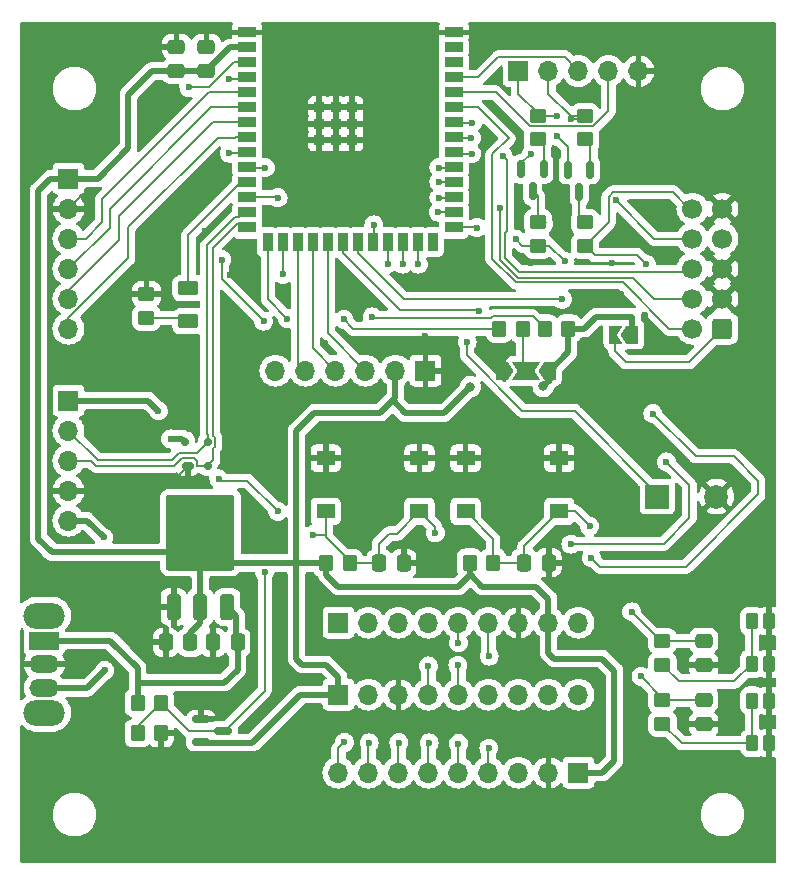
<source format=gbr>
%TF.GenerationSoftware,KiCad,Pcbnew,8.0.5*%
%TF.CreationDate,2024-10-15T02:56:10-05:00*%
%TF.ProjectId,werable_unit,77657261-626c-4655-9f75-6e69742e6b69,rev?*%
%TF.SameCoordinates,Original*%
%TF.FileFunction,Copper,L1,Top*%
%TF.FilePolarity,Positive*%
%FSLAX46Y46*%
G04 Gerber Fmt 4.6, Leading zero omitted, Abs format (unit mm)*
G04 Created by KiCad (PCBNEW 8.0.5) date 2024-10-15 02:56:10*
%MOMM*%
%LPD*%
G01*
G04 APERTURE LIST*
G04 Aperture macros list*
%AMRoundRect*
0 Rectangle with rounded corners*
0 $1 Rounding radius*
0 $2 $3 $4 $5 $6 $7 $8 $9 X,Y pos of 4 corners*
0 Add a 4 corners polygon primitive as box body*
4,1,4,$2,$3,$4,$5,$6,$7,$8,$9,$2,$3,0*
0 Add four circle primitives for the rounded corners*
1,1,$1+$1,$2,$3*
1,1,$1+$1,$4,$5*
1,1,$1+$1,$6,$7*
1,1,$1+$1,$8,$9*
0 Add four rect primitives between the rounded corners*
20,1,$1+$1,$2,$3,$4,$5,0*
20,1,$1+$1,$4,$5,$6,$7,0*
20,1,$1+$1,$6,$7,$8,$9,0*
20,1,$1+$1,$8,$9,$2,$3,0*%
%AMFreePoly0*
4,1,6,1.000000,0.000000,0.500000,-0.750000,-0.500000,-0.750000,-0.500000,0.750000,0.500000,0.750000,1.000000,0.000000,1.000000,0.000000,$1*%
%AMFreePoly1*
4,1,7,0.700000,0.000000,1.200000,-0.750000,-1.200000,-0.750000,-0.700000,0.000000,-1.200000,0.750000,1.200000,0.750000,0.700000,0.000000,0.700000,0.000000,$1*%
%AMFreePoly2*
4,1,6,0.500000,-0.750000,-0.650000,-0.750000,-0.150000,0.000000,-0.650000,0.750000,0.500000,0.750000,0.500000,-0.750000,0.500000,-0.750000,$1*%
G04 Aperture macros list end*
%TA.AperFunction,Conductor*%
%ADD10C,0.200000*%
%TD*%
%TA.AperFunction,SMDPad,CuDef*%
%ADD11FreePoly0,0.000000*%
%TD*%
%TA.AperFunction,SMDPad,CuDef*%
%ADD12FreePoly1,0.000000*%
%TD*%
%TA.AperFunction,SMDPad,CuDef*%
%ADD13FreePoly0,180.000000*%
%TD*%
%TA.AperFunction,SMDPad,CuDef*%
%ADD14RoundRect,0.150000X-0.150000X0.587500X-0.150000X-0.587500X0.150000X-0.587500X0.150000X0.587500X0*%
%TD*%
%TA.AperFunction,SMDPad,CuDef*%
%ADD15R,1.550000X1.300000*%
%TD*%
%TA.AperFunction,SMDPad,CuDef*%
%ADD16RoundRect,0.250000X-0.450000X0.350000X-0.450000X-0.350000X0.450000X-0.350000X0.450000X0.350000X0*%
%TD*%
%TA.AperFunction,ComponentPad*%
%ADD17R,1.700000X1.700000*%
%TD*%
%TA.AperFunction,ComponentPad*%
%ADD18O,1.700000X1.700000*%
%TD*%
%TA.AperFunction,SMDPad,CuDef*%
%ADD19RoundRect,0.250000X-0.350000X-0.450000X0.350000X-0.450000X0.350000X0.450000X-0.350000X0.450000X0*%
%TD*%
%TA.AperFunction,ComponentPad*%
%ADD20O,2.500000X1.500000*%
%TD*%
%TA.AperFunction,ComponentPad*%
%ADD21R,2.500000X1.500000*%
%TD*%
%TA.AperFunction,ComponentPad*%
%ADD22O,3.500000X2.200000*%
%TD*%
%TA.AperFunction,SMDPad,CuDef*%
%ADD23RoundRect,0.250000X-0.337500X-0.475000X0.337500X-0.475000X0.337500X0.475000X-0.337500X0.475000X0*%
%TD*%
%TA.AperFunction,ComponentPad*%
%ADD24RoundRect,0.250000X0.600000X0.600000X-0.600000X0.600000X-0.600000X-0.600000X0.600000X-0.600000X0*%
%TD*%
%TA.AperFunction,ComponentPad*%
%ADD25C,1.700000*%
%TD*%
%TA.AperFunction,SMDPad,CuDef*%
%ADD26R,1.498600X0.889000*%
%TD*%
%TA.AperFunction,SMDPad,CuDef*%
%ADD27R,0.889000X1.498600*%
%TD*%
%TA.AperFunction,SMDPad,CuDef*%
%ADD28R,0.889000X0.889000*%
%TD*%
%TA.AperFunction,SMDPad,CuDef*%
%ADD29RoundRect,0.250000X0.450000X-0.350000X0.450000X0.350000X-0.450000X0.350000X-0.450000X-0.350000X0*%
%TD*%
%TA.AperFunction,SMDPad,CuDef*%
%ADD30RoundRect,0.250000X0.275000X-0.450000X0.275000X0.450000X-0.275000X0.450000X-0.275000X-0.450000X0*%
%TD*%
%TA.AperFunction,SMDPad,CuDef*%
%ADD31RoundRect,0.250000X-0.475000X0.337500X-0.475000X-0.337500X0.475000X-0.337500X0.475000X0.337500X0*%
%TD*%
%TA.AperFunction,SMDPad,CuDef*%
%ADD32FreePoly2,180.000000*%
%TD*%
%TA.AperFunction,SMDPad,CuDef*%
%ADD33RoundRect,0.250000X0.350000X-0.850000X0.350000X0.850000X-0.350000X0.850000X-0.350000X-0.850000X0*%
%TD*%
%TA.AperFunction,SMDPad,CuDef*%
%ADD34RoundRect,0.250000X1.125000X-1.275000X1.125000X1.275000X-1.125000X1.275000X-1.125000X-1.275000X0*%
%TD*%
%TA.AperFunction,SMDPad,CuDef*%
%ADD35RoundRect,0.249997X2.650003X-2.950003X2.650003X2.950003X-2.650003X2.950003X-2.650003X-2.950003X0*%
%TD*%
%TA.AperFunction,ComponentPad*%
%ADD36R,2.000000X2.000000*%
%TD*%
%TA.AperFunction,ComponentPad*%
%ADD37C,2.000000*%
%TD*%
%TA.AperFunction,SMDPad,CuDef*%
%ADD38RoundRect,0.250000X0.475000X-0.337500X0.475000X0.337500X-0.475000X0.337500X-0.475000X-0.337500X0*%
%TD*%
%TA.AperFunction,SMDPad,CuDef*%
%ADD39RoundRect,0.250000X0.625000X-0.375000X0.625000X0.375000X-0.625000X0.375000X-0.625000X-0.375000X0*%
%TD*%
%TA.AperFunction,SMDPad,CuDef*%
%ADD40RoundRect,0.250000X0.337500X0.475000X-0.337500X0.475000X-0.337500X-0.475000X0.337500X-0.475000X0*%
%TD*%
%TA.AperFunction,SMDPad,CuDef*%
%ADD41RoundRect,0.150000X-0.587500X-0.150000X0.587500X-0.150000X0.587500X0.150000X-0.587500X0.150000X0*%
%TD*%
%TA.AperFunction,SMDPad,CuDef*%
%ADD42RoundRect,0.175000X0.325000X-0.175000X0.325000X0.175000X-0.325000X0.175000X-0.325000X-0.175000X0*%
%TD*%
%TA.AperFunction,SMDPad,CuDef*%
%ADD43RoundRect,0.150000X0.150000X-0.200000X0.150000X0.200000X-0.150000X0.200000X-0.150000X-0.200000X0*%
%TD*%
%TA.AperFunction,ViaPad*%
%ADD44C,0.600000*%
%TD*%
%TA.AperFunction,ViaPad*%
%ADD45C,0.800000*%
%TD*%
%TA.AperFunction,Conductor*%
%ADD46C,0.500000*%
%TD*%
G04 APERTURE END LIST*
D10*
%TO.N,+3V3*%
X74168000Y-61976000D02*
X73152000Y-62484000D01*
%TD*%
D11*
%TO.P,JP2,1,A*%
%TO.N,GND*%
X109896500Y-78266000D03*
D12*
%TO.P,JP2,2,C*%
%TO.N,Net-(JP2-C)*%
X111896500Y-78266000D03*
D13*
%TO.P,JP2,3,B*%
%TO.N,+3V3*%
X113896500Y-78266000D03*
%TD*%
D14*
%TO.P,Q2,1,B*%
%TO.N,Net-(Q2-B)*%
X117346900Y-61216300D03*
%TO.P,Q2,2,E*%
%TO.N,/RTS*%
X115446900Y-61216300D03*
%TO.P,Q2,3,C*%
%TO.N,Net-(Q2-C)*%
X116396900Y-63091300D03*
%TD*%
D15*
%TO.P,SW4,1,1*%
%TO.N,GND*%
X106769000Y-85634000D03*
X114719000Y-85634000D03*
%TO.P,SW4,2,2*%
%TO.N,/GPIO0_STRAPPING*%
X106769000Y-90134000D03*
X114719000Y-90134000D03*
%TD*%
D16*
%TO.P,R14,1*%
%TO.N,/DTR*%
X116896900Y-56653800D03*
%TO.P,R14,2*%
%TO.N,Net-(Q2-B)*%
X116896900Y-58653800D03*
%TD*%
D17*
%TO.P,J15,1,VIN*%
%TO.N,+3V3*%
X96012000Y-105664000D03*
D18*
%TO.P,J15,2,3Vo*%
%TO.N,unconnected-(J15-3Vo-Pad2)*%
X98552000Y-105664000D03*
%TO.P,J15,3,GND*%
%TO.N,GND*%
X101092000Y-105664000D03*
%TO.P,J15,4,SCL*%
%TO.N,/6DOF_SCL*%
X103632000Y-105664000D03*
%TO.P,J15,5,SDA*%
%TO.N,/6DOF_SDA*%
X106172000Y-105664000D03*
%TO.P,J15,6,D0*%
%TO.N,unconnected-(J15-D0-Pad6)*%
X108712000Y-105664000D03*
%TO.P,J15,7,CS*%
%TO.N,unconnected-(J15-CS-Pad7)*%
X111252000Y-105664000D03*
%TO.P,J15,8,I1*%
%TO.N,unconnected-(J15-I1-Pad8)*%
X113792000Y-105664000D03*
%TO.P,J15,9,I2*%
%TO.N,unconnected-(J15-I2-Pad9)*%
X116332000Y-105664000D03*
%TD*%
D19*
%TO.P,R9,1*%
%TO.N,/VBAT_SENSE*%
X79000600Y-108940600D03*
%TO.P,R9,2*%
%TO.N,GND*%
X81000600Y-108940600D03*
%TD*%
%TO.P,R8,1*%
%TO.N,/VBAT*%
X78997500Y-106347000D03*
%TO.P,R8,2*%
%TO.N,/VBAT_SENSE*%
X80997500Y-106347000D03*
%TD*%
D17*
%TO.P,J14,1,3.3V*%
%TO.N,unconnected-(J14-3.3V-Pad1)*%
X96012000Y-99568000D03*
D18*
%TO.P,J14,2,EN*%
%TO.N,unconnected-(J14-EN-Pad2)*%
X98552000Y-99568000D03*
%TO.P,J14,3,VBAT*%
%TO.N,unconnected-(J14-VBAT-Pad3)*%
X101092000Y-99568000D03*
%TO.P,J14,4,FIX*%
%TO.N,unconnected-(J14-FIX-Pad4)*%
X103632000Y-99568000D03*
%TO.P,J14,5,TX*%
%TO.N,/GPS_RX*%
X106172000Y-99568000D03*
%TO.P,J14,6,RX*%
%TO.N,/GPS_TX*%
X108712000Y-99568000D03*
%TO.P,J14,7,GND*%
%TO.N,GND*%
X111252000Y-99568000D03*
%TO.P,J14,8,VIN*%
%TO.N,+3V3*%
X113792000Y-99568000D03*
%TO.P,J14,9,PPS*%
%TO.N,unconnected-(J14-PPS-Pad9)*%
X116332000Y-99568000D03*
%TD*%
D19*
%TO.P,R25,1*%
%TO.N,+3V3*%
X94989500Y-94546000D03*
%TO.P,R25,2*%
%TO.N,/CHIP_PU*%
X96989500Y-94546000D03*
%TD*%
D20*
%TO.P,U7,3,3*%
%TO.N,Net-(J11-BAT)*%
X71120000Y-105092000D03*
%TO.P,U7,2,2*%
%TO.N,GND*%
X71120000Y-103092000D03*
D21*
%TO.P,U7,1,1*%
%TO.N,/VBAT*%
X71120000Y-101092000D03*
D22*
%TO.P,U7,*%
%TO.N,*%
X71120000Y-107192000D03*
X71120000Y-98992000D03*
%TD*%
D23*
%TO.P,C19,1*%
%TO.N,/GPIO0_STRAPPING*%
X111738500Y-94488000D03*
%TO.P,C19,2*%
%TO.N,GND*%
X113813500Y-94488000D03*
%TD*%
D17*
%TO.P,J9,1,GND*%
%TO.N,GND*%
X103378000Y-78232000D03*
D18*
%TO.P,J9,2,3.3V*%
%TO.N,+3V3*%
X100838000Y-78232000D03*
%TO.P,J9,3,OUTPUT*%
%TO.N,/HR_OUTPUT*%
X98298000Y-78232000D03*
%TO.P,J9,4,LO-*%
%TO.N,/HR_LO-*%
X95758000Y-78232000D03*
%TO.P,J9,5,LO+*%
%TO.N,/HR_L0+*%
X93218000Y-78232000D03*
%TO.P,J9,6,SDN*%
%TO.N,unconnected-(J9-SDN-Pad6)*%
X90678000Y-78232000D03*
%TD*%
D24*
%TO.P,J12,1,VTref*%
%TO.N,Net-(J12-VTref)*%
X128524000Y-74676000D03*
D25*
%TO.P,J12,2,SWDIO/TMS*%
%TO.N,/MTMS*%
X125984000Y-74676000D03*
%TO.P,J12,3,GND*%
%TO.N,GND*%
X128524000Y-72136000D03*
%TO.P,J12,4,SWDCLK/TCK*%
%TO.N,/MTCK*%
X125984000Y-72136000D03*
%TO.P,J12,5,GND*%
%TO.N,GND*%
X128524000Y-69596000D03*
%TO.P,J12,6,SWO/TDO*%
%TO.N,/MTDO*%
X125984000Y-69596000D03*
%TO.P,J12,7,KEY*%
%TO.N,unconnected-(J12-KEY-Pad7)*%
X128524000Y-67056000D03*
%TO.P,J12,8,NC/TDI*%
%TO.N,/MTDI*%
X125984000Y-67056000D03*
%TO.P,J12,9,GNDDetect*%
%TO.N,GND*%
X128524000Y-64516000D03*
%TO.P,J12,10,~{RESET}*%
%TO.N,/CHIP_PU*%
X125984000Y-64516000D03*
%TD*%
D26*
%TO.P,U10,1,GND*%
%TO.N,GND*%
X88278000Y-49604000D03*
%TO.P,U10,2,3V3*%
%TO.N,+3V3*%
X88278000Y-50874000D03*
%TO.P,U10,3,EN*%
%TO.N,/CHIP_PU*%
X88278000Y-52144000D03*
%TO.P,U10,4,IO4*%
%TO.N,/VBAT_SENSE*%
X88278000Y-53414000D03*
%TO.P,U10,5,IO5*%
%TO.N,/GPIO5*%
X88278000Y-54684000D03*
%TO.P,U10,6,IO6*%
%TO.N,/GPIO6*%
X88278000Y-55954000D03*
%TO.P,U10,7,IO7*%
%TO.N,/GPIO7*%
X88278000Y-57224000D03*
%TO.P,U10,8,IO15*%
%TO.N,/GPIO15*%
X88278000Y-58494000D03*
%TO.P,U10,9,IO16*%
%TO.N,/GPS_TX*%
X88278000Y-59764000D03*
%TO.P,U10,10,IO17*%
%TO.N,/GPS_RX*%
X88278000Y-61034000D03*
%TO.P,U10,11,IO18*%
%TO.N,/LED*%
X88278000Y-62304000D03*
%TO.P,U10,12,IO8*%
%TO.N,/BUZZER*%
X88278000Y-63574000D03*
%TO.P,U10,13,IO19*%
%TO.N,/D-*%
X88278000Y-64844000D03*
%TO.P,U10,14,IO20*%
%TO.N,/D+*%
X88278000Y-66114000D03*
D27*
%TO.P,U10,15,IO3*%
%TO.N,/GPIO3_STRAPPING*%
X90043000Y-67364000D03*
%TO.P,U10,16,IO46*%
%TO.N,/GPIO46_STRAPPING*%
X91313000Y-67364000D03*
%TO.P,U10,17,IO9*%
%TO.N,/HR_L0+*%
X92583000Y-67364000D03*
%TO.P,U10,18,IO10*%
%TO.N,/HR_LO-*%
X93853000Y-67364000D03*
%TO.P,U10,19,IO11*%
%TO.N,/HR_OUTPUT*%
X95123000Y-67364000D03*
%TO.P,U10,20,IO12*%
%TO.N,/BUTTON_1*%
X96393000Y-67364000D03*
%TO.P,U10,21,IO13*%
%TO.N,/BUTTON_2*%
X97663000Y-67364000D03*
%TO.P,U10,22,IO14*%
%TO.N,/LORA_G0*%
X98933000Y-67364000D03*
%TO.P,U10,23,IO21*%
%TO.N,/LORA_RST*%
X100203000Y-67364000D03*
%TO.P,U10,24,IO47*%
%TO.N,/LORA_CS*%
X101473000Y-67364000D03*
%TO.P,U10,25,IO48*%
%TO.N,/LORA_MOSI*%
X102743000Y-67364000D03*
%TO.P,U10,26,IO45*%
%TO.N,/GPIO45_STRAPPING*%
X104013000Y-67364000D03*
D26*
%TO.P,U10,27,IO0*%
%TO.N,/GPIO0_STRAPPING*%
X105778000Y-66114000D03*
%TO.P,U10,28,IO35*%
%TO.N,/LORA_MISO*%
X105778000Y-64844000D03*
%TO.P,U10,29,IO36*%
%TO.N,/LORA_SCK*%
X105778000Y-63574000D03*
%TO.P,U10,30,IO37*%
%TO.N,/6DOF_SDA*%
X105778000Y-62304000D03*
%TO.P,U10,31,IO38*%
%TO.N,/6DOF_SCL*%
X105778000Y-61034000D03*
%TO.P,U10,32,IO39*%
%TO.N,/MTCK*%
X105778000Y-59764000D03*
%TO.P,U10,33,IO40*%
%TO.N,/MTDO*%
X105778000Y-58494000D03*
%TO.P,U10,34,IO41*%
%TO.N,/MTDI*%
X105778000Y-57224000D03*
%TO.P,U10,35,IO42*%
%TO.N,/MTMS*%
X105778000Y-55954000D03*
%TO.P,U10,36,RXD0*%
%TO.N,/RX*%
X105778000Y-54684000D03*
%TO.P,U10,37,TXD0*%
%TO.N,/TX*%
X105778000Y-53414000D03*
%TO.P,U10,38,IO2*%
%TO.N,/I_M_1*%
X105778000Y-52144000D03*
%TO.P,U10,39,IO1*%
%TO.N,/I_M_2*%
X105778000Y-50874000D03*
%TO.P,U10,40,GND*%
%TO.N,GND*%
X105778000Y-49604000D03*
D28*
%TO.P,U10,41,GND*%
X95778000Y-57324000D03*
%TO.P,U10,42,GND*%
X95778000Y-55924000D03*
%TO.P,U10,43,GND*%
X94378000Y-55924000D03*
%TO.P,U10,44,GND*%
X94378000Y-57324000D03*
%TO.P,U10,45,GND*%
X94378000Y-58724000D03*
%TO.P,U10,46,GND*%
X95778000Y-58724000D03*
%TO.P,U10,47,GND*%
X97178000Y-58724000D03*
%TO.P,U10,48,GND*%
X97178000Y-57324000D03*
%TO.P,U10,49,GND*%
X97178000Y-55924000D03*
%TD*%
D29*
%TO.P,R7,1*%
%TO.N,Net-(D6-K)*%
X79756000Y-73752000D03*
%TO.P,R7,2*%
%TO.N,GND*%
X79756000Y-71752000D03*
%TD*%
D16*
%TO.P,R15,1*%
%TO.N,/RTS*%
X112896900Y-56653800D03*
%TO.P,R15,2*%
%TO.N,Net-(Q3-B)*%
X112896900Y-58653800D03*
%TD*%
D30*
%TO.P,SW5,1,1\u002A*%
%TO.N,Net-(SW5-1\u002A)*%
X131035000Y-103050000D03*
X131035000Y-99450000D03*
%TO.P,SW5,2,2*%
%TO.N,GND*%
X132475000Y-103050000D03*
X132475000Y-99450000D03*
%TD*%
D31*
%TO.P,C2,1*%
%TO.N,/BUTTON_2*%
X126944000Y-106086500D03*
%TO.P,C2,2*%
%TO.N,GND*%
X126944000Y-108161500D03*
%TD*%
D16*
%TO.P,R20,1*%
%TO.N,Net-(Q3-C)*%
X112896900Y-65653800D03*
%TO.P,R20,2*%
%TO.N,/GPIO0_STRAPPING*%
X112896900Y-67653800D03*
%TD*%
D13*
%TO.P,JP1,1,A*%
%TO.N,+3V3*%
X120904000Y-75184000D03*
D32*
%TO.P,JP1,2,B*%
%TO.N,Net-(J12-VTref)*%
X119454000Y-75184000D03*
%TD*%
D17*
%TO.P,J1,1,Pin_1*%
%TO.N,+3V3*%
X73152000Y-61976000D03*
D18*
%TO.P,J1,2,Pin_2*%
%TO.N,GND*%
X73152000Y-64516000D03*
%TO.P,J1,3,Pin_3*%
%TO.N,/GPIO5*%
X73152000Y-67056000D03*
%TO.P,J1,4,Pin_4*%
%TO.N,/GPIO6*%
X73152000Y-69596000D03*
%TO.P,J1,5,Pin_5*%
%TO.N,/GPIO7*%
X73152000Y-72136000D03*
%TO.P,J1,6,Pin_6*%
%TO.N,/GPIO15*%
X73152000Y-74676000D03*
%TD*%
D33*
%TO.P,U5,1,GND*%
%TO.N,GND*%
X82048000Y-98248000D03*
%TO.P,U5,2,VO*%
%TO.N,+3V3*%
X84328000Y-98248000D03*
D34*
X82803000Y-93623000D03*
X85853000Y-93623000D03*
D35*
X84328000Y-91948000D03*
D34*
X82803000Y-90273000D03*
X85853000Y-90273000D03*
D33*
%TO.P,U5,3,VI*%
%TO.N,/VBAT*%
X86608000Y-98248000D03*
%TD*%
D30*
%TO.P,SW6,1,1\u002A*%
%TO.N,Net-(SW6-1\u002A)*%
X131055000Y-109772000D03*
X131055000Y-106172000D03*
%TO.P,SW6,2,2*%
%TO.N,GND*%
X132495000Y-109772000D03*
X132495000Y-106172000D03*
%TD*%
D36*
%TO.P,U4,1,1*%
%TO.N,/BUZZER*%
X123016000Y-88900000D03*
D37*
%TO.P,U4,2,2*%
%TO.N,GND*%
X128016000Y-88900000D03*
%TD*%
D19*
%TO.P,R18,2*%
%TO.N,Net-(JP2-C)*%
X111621500Y-74676000D03*
%TO.P,R18,1*%
%TO.N,/GPIO3_STRAPPING*%
X109621500Y-74676000D03*
%TD*%
D38*
%TO.P,C24,1*%
%TO.N,+3V3*%
X82296000Y-52875000D03*
%TO.P,C24,2*%
%TO.N,GND*%
X82296000Y-50800000D03*
%TD*%
D19*
%TO.P,R13,1*%
%TO.N,/GPIO46_STRAPPING*%
X113477800Y-74676000D03*
%TO.P,R13,2*%
%TO.N,+3V3*%
X115477800Y-74676000D03*
%TD*%
D39*
%TO.P,D6,1,K*%
%TO.N,Net-(D6-K)*%
X83312000Y-74044000D03*
%TO.P,D6,2,A*%
%TO.N,/LED*%
X83312000Y-71244000D03*
%TD*%
D16*
%TO.P,R19,1*%
%TO.N,Net-(Q2-C)*%
X116896900Y-65653800D03*
%TO.P,R19,2*%
%TO.N,/CHIP_PU*%
X116896900Y-67653800D03*
%TD*%
D17*
%TO.P,J13,1,VIN*%
%TO.N,+3V3*%
X116332000Y-112268000D03*
D18*
%TO.P,J13,2,GND*%
%TO.N,GND*%
X113792000Y-112268000D03*
%TO.P,J13,3,EN*%
%TO.N,unconnected-(J13-EN-Pad3)*%
X111252000Y-112268000D03*
%TO.P,J13,4,G0*%
%TO.N,/LORA_G0*%
X108712000Y-112268000D03*
%TO.P,J13,5,SCK*%
%TO.N,/LORA_SCK*%
X106172000Y-112268000D03*
%TO.P,J13,6,MISO*%
%TO.N,/LORA_MISO*%
X103632000Y-112268000D03*
%TO.P,J13,7,MOSI*%
%TO.N,/LORA_MOSI*%
X101092000Y-112268000D03*
%TO.P,J13,8,CS*%
%TO.N,/LORA_CS*%
X98552000Y-112268000D03*
%TO.P,J13,9,RST*%
%TO.N,/LORA_RST*%
X96012000Y-112268000D03*
%TD*%
D17*
%TO.P,J11,1,5V*%
%TO.N,+5V*%
X73152000Y-80772000D03*
D18*
%TO.P,J11,2,D-*%
%TO.N,/D-*%
X73152000Y-83312000D03*
%TO.P,J11,3,D+*%
%TO.N,/D+*%
X73152000Y-85852000D03*
%TO.P,J11,4,GND*%
%TO.N,GND*%
X73152000Y-88392000D03*
%TO.P,J11,5,BAT*%
%TO.N,Net-(J11-BAT)*%
X73152000Y-90932000D03*
%TD*%
D19*
%TO.P,R26,1*%
%TO.N,+3V3*%
X107113500Y-94488000D03*
%TO.P,R26,2*%
%TO.N,/GPIO0_STRAPPING*%
X109113500Y-94488000D03*
%TD*%
D29*
%TO.P,R3,1*%
%TO.N,Net-(SW5-1\u002A)*%
X123444000Y-103124000D03*
%TO.P,R3,2*%
%TO.N,/BUTTON_1*%
X123444000Y-101124000D03*
%TD*%
%TO.P,R2,1*%
%TO.N,Net-(SW6-1\u002A)*%
X123444000Y-108124000D03*
%TO.P,R2,2*%
%TO.N,/BUTTON_2*%
X123444000Y-106124000D03*
%TD*%
D17*
%TO.P,J8,1,Pin_1*%
%TO.N,/RTS*%
X111252000Y-52857400D03*
D18*
%TO.P,J8,2,Pin_2*%
%TO.N,/DTR*%
X113792000Y-52857400D03*
%TO.P,J8,3,Pin_3*%
%TO.N,/TX*%
X116332000Y-52857400D03*
%TO.P,J8,4,Pin_4*%
%TO.N,/RX*%
X118872000Y-52857400D03*
%TO.P,J8,5,Pin_5*%
%TO.N,GND*%
X121412000Y-52857400D03*
%TD*%
D15*
%TO.P,SW3,1,1*%
%TO.N,GND*%
X94921000Y-85634000D03*
X102871000Y-85634000D03*
%TO.P,SW3,2,2*%
%TO.N,/CHIP_PU*%
X94921000Y-90134000D03*
X102871000Y-90134000D03*
%TD*%
D14*
%TO.P,Q3,1,B*%
%TO.N,Net-(Q3-B)*%
X113396900Y-61153800D03*
%TO.P,Q3,2,E*%
%TO.N,/DTR*%
X111496900Y-61153800D03*
%TO.P,Q3,3,C*%
%TO.N,Net-(Q3-C)*%
X112446900Y-63028800D03*
%TD*%
D40*
%TO.P,C4,1*%
%TO.N,+3V3*%
X83469250Y-101243000D03*
%TO.P,C4,2*%
%TO.N,GND*%
X81394250Y-101243000D03*
%TD*%
D23*
%TO.P,C18,1*%
%TO.N,/CHIP_PU*%
X99452000Y-94546000D03*
%TO.P,C18,2*%
%TO.N,GND*%
X101527000Y-94546000D03*
%TD*%
D38*
%TO.P,C23,1*%
%TO.N,+3V3*%
X84836000Y-52875000D03*
%TO.P,C23,2*%
%TO.N,GND*%
X84836000Y-50800000D03*
%TD*%
D41*
%TO.P,D4,1*%
%TO.N,GND*%
X84362500Y-107767500D03*
%TO.P,D4,2*%
%TO.N,+3V3*%
X84362500Y-109667500D03*
%TO.P,D4,3*%
%TO.N,/VBAT_SENSE*%
X86237500Y-108717500D03*
%TD*%
D42*
%TO.P,D2,1,A*%
%TO.N,GND*%
X83253000Y-86273000D03*
D43*
%TO.P,D2,2,K*%
%TO.N,/D+*%
X84953000Y-86273000D03*
%TO.P,D2,3,K*%
%TO.N,/D-*%
X84953000Y-84273000D03*
%TO.P,D2,4,K*%
%TO.N,+5V*%
X83053000Y-84273000D03*
%TD*%
D31*
%TO.P,C1,1*%
%TO.N,/BUTTON_1*%
X126944000Y-101086500D03*
%TO.P,C1,2*%
%TO.N,GND*%
X126944000Y-103161500D03*
%TD*%
D40*
%TO.P,C3,1*%
%TO.N,/VBAT*%
X87469250Y-101243000D03*
%TO.P,C3,2*%
%TO.N,GND*%
X85394250Y-101243000D03*
%TD*%
D44*
%TO.N,GND*%
X84700000Y-66380000D03*
X106780000Y-78170000D03*
X97950000Y-75880000D03*
X100930000Y-75950000D03*
X115280000Y-54730000D03*
X108950000Y-55710000D03*
X108900000Y-53740000D03*
X94910000Y-75930000D03*
X121930000Y-73540000D03*
X125020000Y-76430000D03*
X112300000Y-69140000D03*
X111470000Y-64790000D03*
X114230000Y-64430000D03*
X121910000Y-64350000D03*
X119190000Y-69110000D03*
X120370000Y-67100000D03*
X107620000Y-64400000D03*
X116850000Y-72000000D03*
X119940000Y-71760000D03*
X108110000Y-70130000D03*
X86830000Y-70170000D03*
X79900000Y-57190000D03*
X90970000Y-92550000D03*
X91110000Y-98020000D03*
X89930000Y-106750000D03*
X96080000Y-72450000D03*
X97230000Y-70440000D03*
X91370000Y-71810000D03*
X90820000Y-75420000D03*
X108340000Y-76690000D03*
X103320000Y-75276000D03*
X104860000Y-87760000D03*
X95810000Y-83270000D03*
X94160000Y-87800000D03*
X86520000Y-81030000D03*
X91240000Y-81890000D03*
X82780000Y-106100000D03*
%TO.N,Net-(J11-BAT)*%
X76130000Y-92360000D03*
X76210000Y-103620000D03*
%TO.N,/GPIO46_STRAPPING*%
X91320000Y-70090000D03*
X98860000Y-73680000D03*
%TO.N,+5V*%
X81790000Y-84020000D03*
X80770000Y-81620000D03*
%TO.N,/GPIO0_STRAPPING*%
X111020000Y-67090000D03*
X107740000Y-66120000D03*
X117270000Y-91400000D03*
X117420000Y-94070000D03*
X115190000Y-68970000D03*
X122630000Y-81870000D03*
%TO.N,/CHIP_PU*%
X93840000Y-92110000D03*
X90870000Y-90140000D03*
X85880000Y-87410000D03*
X83340000Y-54250000D03*
X104220000Y-91950000D03*
X115690000Y-92920000D03*
X123780000Y-85960000D03*
X122070000Y-69220000D03*
D45*
%TO.N,+3V3*%
X107176918Y-79589400D03*
X113343595Y-79568164D03*
D44*
%TO.N,/BUTTON_2*%
X121630000Y-104120000D03*
X114960000Y-72200000D03*
%TO.N,/BUTTON_1*%
X120837000Y-98660000D03*
X107950000Y-73150000D03*
%TO.N,/VBAT_SENSE*%
X86131400Y-68834000D03*
X89671400Y-74041000D03*
X89763600Y-95296000D03*
X86715600Y-53543200D03*
%TO.N,/RTS*%
X114503200Y-56642000D03*
X114503200Y-58394600D03*
%TO.N,/DTR*%
X112318800Y-59867800D03*
X115722400Y-56953800D03*
%TO.N,/MTCK*%
X109651800Y-64439800D03*
X107289600Y-59867800D03*
%TO.N,/MTDI*%
X119481600Y-63779400D03*
X107340400Y-57251600D03*
%TO.N,/MTDO*%
X107264200Y-58547000D03*
X109956600Y-60071000D03*
%TO.N,/GPIO3_STRAPPING*%
X96469200Y-73888600D03*
X91694000Y-73837800D03*
%TO.N,/BUZZER*%
X90893900Y-63588900D03*
X106900000Y-75810000D03*
%TO.N,/LORA_CS*%
X98602800Y-109753400D03*
X101447600Y-69215000D03*
%TO.N,/LORA_SCK*%
X104521000Y-63576200D03*
X106172000Y-109807200D03*
%TO.N,/LORA_G0*%
X99009200Y-65887600D03*
X108737400Y-110207200D03*
%TO.N,/LORA_MISO*%
X104470200Y-64820800D03*
X103682800Y-109753400D03*
%TO.N,/LORA_RST*%
X100228400Y-69164200D03*
X96520000Y-109702600D03*
%TO.N,/6DOF_SDA*%
X104521000Y-62230000D03*
X106121200Y-103174800D03*
%TO.N,/LORA_MOSI*%
X102768400Y-69215000D03*
X101117400Y-109728000D03*
%TO.N,/6DOF_SCL*%
X103632000Y-103225600D03*
X104521000Y-61036200D03*
%TO.N,/GPS_TX*%
X108762800Y-102412800D03*
X86766400Y-59817000D03*
%TO.N,/GPS_RX*%
X89814400Y-61036200D03*
X106172000Y-101269800D03*
%TD*%
D10*
%TO.N,Net-(SW6-1\u002A)*%
X127810000Y-109772000D02*
X131055000Y-109772000D01*
D46*
%TO.N,+3V3*%
X119380000Y-106580000D02*
X119380000Y-111252000D01*
%TO.N,/VBAT*%
X74730000Y-101092000D02*
X76708000Y-101092000D01*
%TO.N,+3V3*%
X77130000Y-93623000D02*
X82803000Y-93623000D01*
D10*
%TO.N,GND*%
X82046000Y-87480000D02*
X82020000Y-87480000D01*
X83253000Y-86273000D02*
X82046000Y-87480000D01*
%TO.N,/D-*%
X75662999Y-85822999D02*
X73152000Y-83312000D01*
X82540010Y-85173020D02*
X81890031Y-85822999D01*
X83965990Y-85173020D02*
X82540010Y-85173020D01*
X84009485Y-85216515D02*
X83965990Y-85173020D01*
X84953000Y-84273000D02*
X84009485Y-85216515D01*
%TO.N,/D+*%
X82076398Y-86273000D02*
X75476603Y-86273000D01*
X75476603Y-86273000D02*
X75055603Y-85852000D01*
X82726398Y-85623000D02*
X82076398Y-86273000D01*
X83779602Y-85623000D02*
X82726398Y-85623000D01*
X84053000Y-85896398D02*
X83779602Y-85623000D01*
X84053000Y-86273000D02*
X84053000Y-85896398D01*
X84953000Y-86273000D02*
X84053000Y-86273000D01*
%TO.N,/D-*%
X81890031Y-85822999D02*
X75662999Y-85822999D01*
%TO.N,/D+*%
X75055603Y-85852000D02*
X73152000Y-85852000D01*
%TO.N,/D-*%
X84953000Y-83614368D02*
X84953000Y-84273000D01*
X84905020Y-83566388D02*
X84953000Y-83614368D01*
X84905020Y-83552226D02*
X84905020Y-83566388D01*
X84905000Y-83552206D02*
X84905020Y-83552226D01*
X84905000Y-67626800D02*
X84905000Y-83552206D01*
X87277800Y-65254000D02*
X84905000Y-67626800D01*
X87563200Y-65254000D02*
X87277800Y-65254000D01*
X87973200Y-64844000D02*
X87563200Y-65254000D01*
X88278000Y-64844000D02*
X87973200Y-64844000D01*
%TO.N,/D+*%
X85403000Y-85823000D02*
X84953000Y-86273000D01*
X85403000Y-84813552D02*
X85403000Y-85823000D01*
X85553000Y-84663552D02*
X85403000Y-84813552D01*
X85403000Y-83428000D02*
X85403000Y-83732448D01*
X85553000Y-83882448D02*
X85553000Y-84663552D01*
X85355000Y-83380000D02*
X85403000Y-83428000D01*
X85403000Y-83732448D02*
X85553000Y-83882448D01*
X85355000Y-67813200D02*
X85355000Y-83380000D01*
X87563200Y-65704000D02*
X87464200Y-65704000D01*
X87973200Y-66114000D02*
X87563200Y-65704000D01*
X88278000Y-66114000D02*
X87973200Y-66114000D01*
X87464200Y-65704000D02*
X85355000Y-67813200D01*
%TO.N,/D-*%
X84953000Y-84273000D02*
X84947000Y-84273000D01*
%TO.N,GND*%
X111252000Y-97972000D02*
X111090000Y-97810000D01*
X111252000Y-99568000D02*
X111252000Y-97972000D01*
X111252000Y-101692000D02*
X111310000Y-101750000D01*
X111252000Y-99568000D02*
X111252000Y-101692000D01*
%TO.N,Net-(JP2-C)*%
X111621500Y-77991000D02*
X111896500Y-78266000D01*
X111621500Y-74676000D02*
X111621500Y-77991000D01*
%TO.N,GND*%
X103378000Y-76138000D02*
X103370000Y-76130000D01*
X103378000Y-78232000D02*
X103378000Y-76138000D01*
%TO.N,Net-(SW5-1\u002A)*%
X124870000Y-104550000D02*
X123444000Y-103124000D01*
X129535000Y-104550000D02*
X124870000Y-104550000D01*
X131035000Y-103050000D02*
X129535000Y-104550000D01*
X131035000Y-99450000D02*
X131035000Y-103050000D01*
%TO.N,Net-(SW6-1\u002A)*%
X125092000Y-109772000D02*
X127810000Y-109772000D01*
X123444000Y-108124000D02*
X125092000Y-109772000D01*
X131055000Y-106172000D02*
X131055000Y-109772000D01*
D46*
%TO.N,Net-(J11-BAT)*%
X74702000Y-90932000D02*
X76130000Y-92360000D01*
X73152000Y-90932000D02*
X74702000Y-90932000D01*
X74738000Y-105092000D02*
X76210000Y-103620000D01*
X71120000Y-105092000D02*
X74738000Y-105092000D01*
D10*
%TO.N,/GPIO46_STRAPPING*%
X98860000Y-73680000D02*
X98930000Y-73750000D01*
X91313000Y-70083000D02*
X91320000Y-70090000D01*
X91313000Y-67364000D02*
X91313000Y-70083000D01*
%TO.N,Net-(J12-VTref)*%
X119454000Y-76614000D02*
X119454000Y-75184000D01*
X125670000Y-77530000D02*
X120370000Y-77530000D01*
X128524000Y-74676000D02*
X125670000Y-77530000D01*
X120370000Y-77530000D02*
X119454000Y-76614000D01*
%TO.N,/LED*%
X87754200Y-62304000D02*
X88278000Y-62304000D01*
X83312000Y-66746200D02*
X87754200Y-62304000D01*
X83312000Y-71244000D02*
X83312000Y-66746200D01*
D46*
%TO.N,+5V*%
X82800000Y-84020000D02*
X83053000Y-84273000D01*
X81790000Y-84020000D02*
X82800000Y-84020000D01*
X79922000Y-80772000D02*
X80770000Y-81620000D01*
X73152000Y-80772000D02*
X79922000Y-80772000D01*
D10*
%TO.N,/GPIO0_STRAPPING*%
X111583800Y-67653800D02*
X112896900Y-67653800D01*
X111020000Y-67090000D02*
X111583800Y-67653800D01*
X107734000Y-66114000D02*
X107740000Y-66120000D01*
X105778000Y-66114000D02*
X107734000Y-66114000D01*
X116004000Y-90134000D02*
X114719000Y-90134000D01*
X117270000Y-91400000D02*
X116004000Y-90134000D01*
X131560000Y-88710000D02*
X125430000Y-94840000D01*
X131560000Y-87880000D02*
X131560000Y-88710000D01*
X129490000Y-85480000D02*
X131560000Y-87550000D01*
X126240000Y-85480000D02*
X129490000Y-85480000D01*
X125430000Y-94840000D02*
X118190000Y-94840000D01*
X122630000Y-81870000D02*
X126240000Y-85480000D01*
X131560000Y-87550000D02*
X131560000Y-87880000D01*
X118190000Y-94840000D02*
X117420000Y-94070000D01*
X113873800Y-67653800D02*
X115190000Y-68970000D01*
X112896900Y-67653800D02*
X113873800Y-67653800D01*
%TO.N,/CHIP_PU*%
X94921000Y-92110000D02*
X94921000Y-90134000D01*
X93840000Y-92110000D02*
X94921000Y-92110000D01*
X94921000Y-92304800D02*
X94921000Y-92110000D01*
X85880000Y-87410000D02*
X86040000Y-87570000D01*
X88300000Y-87570000D02*
X90870000Y-90140000D01*
X86040000Y-87570000D02*
X88300000Y-87570000D01*
X85058244Y-54250000D02*
X83340000Y-54250000D01*
X87164244Y-52144000D02*
X85058244Y-54250000D01*
X88278000Y-52144000D02*
X87164244Y-52144000D01*
X104220000Y-91483000D02*
X102871000Y-90134000D01*
X104220000Y-91950000D02*
X104220000Y-91483000D01*
X115710000Y-92900000D02*
X115690000Y-92920000D01*
X125730000Y-90710000D02*
X123540000Y-92900000D01*
X125730000Y-87910000D02*
X125730000Y-90710000D01*
X123540000Y-92900000D02*
X115710000Y-92900000D01*
X123780000Y-85960000D02*
X125730000Y-87910000D01*
X121296000Y-68446000D02*
X122070000Y-69220000D01*
X117689100Y-68446000D02*
X121296000Y-68446000D01*
X116896900Y-67653800D02*
X117689100Y-68446000D01*
D46*
%TO.N,+3V3*%
X101670000Y-81830000D02*
X100598000Y-80758000D01*
X104936318Y-81830000D02*
X101670000Y-81830000D01*
X107176918Y-79589400D02*
X104936318Y-81830000D01*
X100598000Y-80758000D02*
X100838000Y-80518000D01*
X99568000Y-81788000D02*
X100598000Y-80758000D01*
X113896500Y-79015259D02*
X113343595Y-79568164D01*
X113896500Y-78266000D02*
X113896500Y-79015259D01*
X115477800Y-76684700D02*
X113896500Y-78266000D01*
X115477800Y-74676000D02*
X115477800Y-76684700D01*
D10*
%TO.N,/BUTTON_2*%
X123444000Y-105934000D02*
X123444000Y-106124000D01*
X121630000Y-104120000D02*
X123444000Y-105934000D01*
X101549700Y-72200000D02*
X114960000Y-72200000D01*
X97663000Y-68313300D02*
X101549700Y-72200000D01*
X97663000Y-67364000D02*
X97663000Y-68313300D01*
X126906500Y-106124000D02*
X126944000Y-106086500D01*
X123444000Y-106124000D02*
X126906500Y-106124000D01*
%TO.N,/VBAT_SENSE*%
X89763600Y-105316400D02*
X89763600Y-95296000D01*
X86362500Y-108717500D02*
X89763600Y-105316400D01*
X83368000Y-108717500D02*
X86362500Y-108717500D01*
X80997500Y-106347000D02*
X83368000Y-108717500D01*
D46*
%TO.N,+3V3*%
X92786200Y-105664000D02*
X96012000Y-105664000D01*
X88720200Y-109730000D02*
X92786200Y-105664000D01*
X84362500Y-109667500D02*
X84425000Y-109730000D01*
X84425000Y-109730000D02*
X88720200Y-109730000D01*
D10*
%TO.N,GND*%
X103378000Y-80252000D02*
X103350000Y-80280000D01*
X103378000Y-78232000D02*
X103378000Y-80252000D01*
%TO.N,/BUTTON_1*%
X123301000Y-101124000D02*
X123444000Y-101124000D01*
X120837000Y-98660000D02*
X123301000Y-101124000D01*
X96393000Y-68313300D02*
X96393000Y-67364000D01*
X101199700Y-73120000D02*
X96393000Y-68313300D01*
X107950000Y-73150000D02*
X107920000Y-73120000D01*
X107920000Y-73120000D02*
X101199700Y-73120000D01*
%TO.N,/BUZZER*%
X111584764Y-81635600D02*
X116001800Y-81635600D01*
X116001800Y-81635600D02*
X123016000Y-88649800D01*
X106900000Y-76950836D02*
X111584764Y-81635600D01*
X123016000Y-88649800D02*
X123016000Y-88900000D01*
X106900000Y-75810000D02*
X106900000Y-76950836D01*
%TO.N,/BUTTON_1*%
X126906500Y-101124000D02*
X126944000Y-101086500D01*
X123444000Y-101124000D02*
X126906500Y-101124000D01*
%TO.N,GND*%
X84836000Y-49556000D02*
X84820000Y-49540000D01*
X84836000Y-50800000D02*
X84836000Y-49556000D01*
X82296000Y-49524000D02*
X82300000Y-49520000D01*
X82296000Y-50800000D02*
X82296000Y-49524000D01*
X74308000Y-63360000D02*
X75340000Y-63360000D01*
X73152000Y-64516000D02*
X74308000Y-63360000D01*
X113792000Y-114708000D02*
X113790000Y-114710000D01*
X113792000Y-112268000D02*
X113792000Y-114708000D01*
X74168000Y-103092000D02*
X74170000Y-103090000D01*
X71120000Y-103092000D02*
X74168000Y-103092000D01*
X101092000Y-107242000D02*
X101100000Y-107250000D01*
X101092000Y-105664000D02*
X101092000Y-107242000D01*
D46*
%TO.N,/VBAT*%
X79248000Y-104648000D02*
X78997500Y-104898500D01*
X76708000Y-101092000D02*
X78997500Y-103381500D01*
X86360000Y-104648000D02*
X79248000Y-104648000D01*
X87376000Y-99016000D02*
X87376000Y-101149750D01*
X87469250Y-103538750D02*
X86360000Y-104648000D01*
X86608000Y-98248000D02*
X87376000Y-99016000D01*
X87469250Y-101243000D02*
X87469250Y-103538750D01*
X71120000Y-101092000D02*
X74730000Y-101092000D01*
X78997500Y-103381500D02*
X78997500Y-106347000D01*
X87376000Y-101149750D02*
X87469250Y-101243000D01*
X78997500Y-104898500D02*
X78997500Y-106347000D01*
%TO.N,+3V3*%
X96012000Y-96520000D02*
X106172000Y-96520000D01*
X94996000Y-103124000D02*
X96012000Y-104140000D01*
X86837000Y-50874000D02*
X84836000Y-52875000D01*
X78232000Y-59359800D02*
X78232000Y-54864000D01*
X92456000Y-102616000D02*
X92964000Y-103124000D01*
X107113500Y-95578500D02*
X107113500Y-94488000D01*
X84328000Y-98248000D02*
X84328000Y-95148000D01*
X94989500Y-95497500D02*
X96012000Y-96520000D01*
X113792000Y-99568000D02*
X113792000Y-102108000D01*
X96012000Y-104140000D02*
X96012000Y-105664000D01*
X84328000Y-98248000D02*
X84328000Y-99568000D01*
X106172000Y-96520000D02*
X107113500Y-95578500D01*
X116840000Y-74676000D02*
X117856000Y-73660000D01*
X92964000Y-103124000D02*
X94996000Y-103124000D01*
X117856000Y-73660000D02*
X120904000Y-73660000D01*
X94989500Y-94546000D02*
X94989500Y-95497500D01*
X94989500Y-94546000D02*
X92456000Y-94546000D01*
X112776000Y-96520000D02*
X113792000Y-97536000D01*
X73152000Y-61976000D02*
X71628000Y-61976000D01*
X107113500Y-94488000D02*
X107113500Y-95429500D01*
X70612000Y-62992000D02*
X70612000Y-92456000D01*
X84836000Y-52875000D02*
X82296000Y-52875000D01*
X88278000Y-50874000D02*
X86837000Y-50874000D01*
X78232000Y-54864000D02*
X80221000Y-52875000D01*
X73152000Y-61976000D02*
X75615800Y-61976000D01*
X83469250Y-100426750D02*
X83469250Y-101243000D01*
X80221000Y-52875000D02*
X82296000Y-52875000D01*
X93980000Y-81788000D02*
X99568000Y-81788000D01*
X100838000Y-80518000D02*
X100838000Y-78232000D01*
X119380000Y-111252000D02*
X118364000Y-112268000D01*
X84328000Y-99568000D02*
X83469250Y-100426750D01*
X107113500Y-95429500D02*
X108204000Y-96520000D01*
X92456000Y-94546000D02*
X86776000Y-94546000D01*
X120904000Y-73660000D02*
X120904000Y-75184000D01*
X84328000Y-95148000D02*
X85853000Y-93623000D01*
X92456000Y-94546000D02*
X92456000Y-102616000D01*
X118364000Y-102616000D02*
X119380000Y-103632000D01*
X71628000Y-61976000D02*
X70612000Y-62992000D01*
X118364000Y-112268000D02*
X116332000Y-112268000D01*
X114300000Y-102616000D02*
X118364000Y-102616000D01*
X70612000Y-92456000D02*
X71779000Y-93623000D01*
X115284000Y-74676000D02*
X116840000Y-74676000D01*
X71779000Y-93623000D02*
X77130000Y-93623000D01*
X92456000Y-83312000D02*
X93980000Y-81788000D01*
X113792000Y-102108000D02*
X114300000Y-102616000D01*
X92456000Y-94546000D02*
X92456000Y-83312000D01*
X86776000Y-94546000D02*
X85853000Y-93623000D01*
X75615800Y-61976000D02*
X78232000Y-59359800D01*
X113792000Y-97536000D02*
X113792000Y-99568000D01*
X119380000Y-103632000D02*
X119380000Y-106580000D01*
X108204000Y-96520000D02*
X112776000Y-96520000D01*
D10*
%TO.N,/CHIP_PU*%
X99452000Y-92876800D02*
X100304600Y-92024200D01*
X96989500Y-94546000D02*
X96989500Y-94373300D01*
X119268071Y-63144400D02*
X124358400Y-63144400D01*
X96989500Y-94373300D02*
X94921000Y-92304800D01*
X124358400Y-63144400D02*
X125730000Y-64516000D01*
X99452000Y-94546000D02*
X99452000Y-92876800D01*
X118881600Y-63530871D02*
X119268071Y-63144400D01*
X116896900Y-67653800D02*
X118881600Y-65669100D01*
X118881600Y-65669100D02*
X118881600Y-63530871D01*
X100980800Y-92024200D02*
X102871000Y-90134000D01*
X96989500Y-94546000D02*
X99452000Y-94546000D01*
X125730000Y-64516000D02*
X125984000Y-64516000D01*
X100304600Y-92024200D02*
X100980800Y-92024200D01*
%TO.N,/GPIO0_STRAPPING*%
X109113500Y-94488000D02*
X109113500Y-92478500D01*
X109113500Y-92478500D02*
X106769000Y-90134000D01*
X111738500Y-93114500D02*
X114719000Y-90134000D01*
X109113500Y-94488000D02*
X111738500Y-94488000D01*
X111738500Y-94488000D02*
X111738500Y-93114500D01*
%TO.N,/VBAT_SENSE*%
X86715600Y-53543200D02*
X88148800Y-53543200D01*
X79000600Y-108343900D02*
X79000600Y-108940600D01*
X80997500Y-106347000D02*
X79000600Y-108343900D01*
X89671400Y-74041000D02*
X86131400Y-70501000D01*
X86131400Y-70501000D02*
X86131400Y-68834000D01*
X88148800Y-53543200D02*
X88278000Y-53414000D01*
%TO.N,Net-(D6-K)*%
X79756000Y-73752000D02*
X83020000Y-73752000D01*
X83020000Y-73752000D02*
X83312000Y-74044000D01*
%TO.N,/TX*%
X116332000Y-52857400D02*
X115182000Y-51707400D01*
X115182000Y-51707400D02*
X109557200Y-51707400D01*
X109557200Y-51707400D02*
X107850600Y-53414000D01*
X107850600Y-53414000D02*
X105778000Y-53414000D01*
%TO.N,/RTS*%
X111252000Y-54813200D02*
X112896900Y-56458100D01*
X115446900Y-59338300D02*
X114503200Y-58394600D01*
X114503200Y-56642000D02*
X112908700Y-56642000D01*
X115446900Y-61216300D02*
X115446900Y-59338300D01*
X111252000Y-52857400D02*
X111252000Y-54813200D01*
X112896900Y-56458100D02*
X112896900Y-56653800D01*
X112908700Y-56642000D02*
X112896900Y-56653800D01*
%TO.N,/RX*%
X118872000Y-52857400D02*
X118872000Y-56263444D01*
X112189200Y-57553800D02*
X109319400Y-54684000D01*
X109319400Y-54684000D02*
X105778000Y-54684000D01*
X117581644Y-57553800D02*
X112189200Y-57553800D01*
X118872000Y-56263444D02*
X117581644Y-57553800D01*
%TO.N,/DTR*%
X113792000Y-52857400D02*
X113792000Y-54787800D01*
X116596900Y-56953800D02*
X116896900Y-56653800D01*
X111496900Y-61153800D02*
X111496900Y-60689700D01*
X115722400Y-56953800D02*
X116596900Y-56953800D01*
X111496900Y-60689700D02*
X112318800Y-59867800D01*
X115658000Y-56653800D02*
X116896900Y-56653800D01*
X113792000Y-54787800D02*
X115658000Y-56653800D01*
%TO.N,/GPIO15*%
X73152000Y-73787000D02*
X73152000Y-74676000D01*
X85801200Y-58496200D02*
X78206600Y-66090800D01*
X87240871Y-58494000D02*
X87238671Y-58496200D01*
X88278000Y-58494000D02*
X87240871Y-58494000D01*
X78206600Y-68732400D02*
X73152000Y-73787000D01*
X78206600Y-66090800D02*
X78206600Y-68732400D01*
X87238671Y-58496200D02*
X85801200Y-58496200D01*
%TO.N,/GPIO6*%
X76631800Y-64566800D02*
X76631800Y-66116200D01*
X88278000Y-55954000D02*
X85244600Y-55954000D01*
X76631800Y-66116200D02*
X73152000Y-69596000D01*
X85244600Y-55954000D02*
X76631800Y-64566800D01*
%TO.N,/GPIO7*%
X85346200Y-57224000D02*
X88278000Y-57224000D01*
X73152000Y-71475600D02*
X77444600Y-67183000D01*
X77444600Y-65125600D02*
X85346200Y-57224000D01*
X73152000Y-72136000D02*
X73152000Y-71475600D01*
X77444600Y-67183000D02*
X77444600Y-65125600D01*
%TO.N,/GPIO5*%
X85041400Y-54684000D02*
X88278000Y-54684000D01*
X75996800Y-63728600D02*
X85041400Y-54684000D01*
X74625200Y-67056000D02*
X75996800Y-65684400D01*
X75996800Y-65684400D02*
X75996800Y-63728600D01*
X73152000Y-67056000D02*
X74625200Y-67056000D01*
%TO.N,/MTCK*%
X109702600Y-68834000D02*
X109702600Y-64490600D01*
X122707400Y-72136000D02*
X120929400Y-70358000D01*
X105881800Y-59867800D02*
X105778000Y-59764000D01*
X111226600Y-70358000D02*
X109702600Y-68834000D01*
X120929400Y-70358000D02*
X111226600Y-70358000D01*
X107289600Y-59867800D02*
X105881800Y-59867800D01*
X125984000Y-72136000D02*
X122707400Y-72136000D01*
X109702600Y-64490600D02*
X109651800Y-64439800D01*
%TO.N,/MTDI*%
X105805600Y-57251600D02*
X105778000Y-57224000D01*
X107340400Y-57251600D02*
X105805600Y-57251600D01*
X122758200Y-67056000D02*
X119481600Y-63779400D01*
X125984000Y-67056000D02*
X122758200Y-67056000D01*
%TO.N,/MTMS*%
X109051800Y-68748886D02*
X111060914Y-70758000D01*
X120084800Y-70758000D02*
X124002800Y-74676000D01*
X105778000Y-55954000D02*
X107795400Y-55954000D01*
X111060914Y-70758000D02*
X120084800Y-70758000D01*
X124002800Y-74676000D02*
X125984000Y-74676000D01*
X110413800Y-58572400D02*
X109051800Y-59934400D01*
X107795400Y-55954000D02*
X110413800Y-58572400D01*
X109051800Y-59934400D02*
X109051800Y-68748886D01*
%TO.N,/MTDO*%
X107264200Y-58547000D02*
X105831000Y-58547000D01*
X105831000Y-58547000D02*
X105778000Y-58494000D01*
X110251800Y-66424200D02*
X110251800Y-60366200D01*
X110251800Y-60366200D02*
X109956600Y-60071000D01*
X111331643Y-69897357D02*
X110102600Y-68668314D01*
X126285357Y-69897357D02*
X111331643Y-69897357D01*
X110102600Y-66573400D02*
X110251800Y-66424200D01*
X110102600Y-68668314D02*
X110102600Y-66573400D01*
%TO.N,Net-(Q2-B)*%
X117346900Y-61216300D02*
X117346900Y-59103800D01*
X117346900Y-59103800D02*
X116896900Y-58653800D01*
%TO.N,Net-(Q2-C)*%
X116396900Y-65153800D02*
X116896900Y-65653800D01*
X116396900Y-63091300D02*
X116396900Y-65153800D01*
%TO.N,Net-(Q3-B)*%
X112896900Y-58653800D02*
X113417100Y-59174000D01*
X113417100Y-59174000D02*
X113417100Y-61133600D01*
X113417100Y-61133600D02*
X113396900Y-61153800D01*
%TO.N,Net-(Q3-C)*%
X113573644Y-65760152D02*
X113073644Y-65260152D01*
X112896900Y-63478800D02*
X112446900Y-63028800D01*
X112896900Y-65653800D02*
X112896900Y-63478800D01*
%TO.N,/GPIO3_STRAPPING*%
X97256600Y-74676000D02*
X96469200Y-73888600D01*
X91694000Y-73837800D02*
X90043000Y-72186800D01*
X90043000Y-72186800D02*
X90043000Y-67364000D01*
X109621500Y-74676000D02*
X97256600Y-74676000D01*
%TO.N,/BUZZER*%
X90893900Y-63588900D02*
X90879000Y-63574000D01*
X90879000Y-63574000D02*
X88278000Y-63574000D01*
%TO.N,/HR_LO-*%
X95758000Y-78232000D02*
X93853000Y-76327000D01*
X93853000Y-76327000D02*
X93853000Y-67364000D01*
%TO.N,/LORA_CS*%
X98552000Y-109804200D02*
X98602800Y-109753400D01*
X101447600Y-69215000D02*
X101447600Y-67389400D01*
X101447600Y-67389400D02*
X101473000Y-67364000D01*
X98552000Y-112268000D02*
X98552000Y-109804200D01*
%TO.N,/HR_OUTPUT*%
X95123000Y-67364000D02*
X95123000Y-75057000D01*
X95123000Y-75057000D02*
X98298000Y-78232000D01*
%TO.N,/LORA_SCK*%
X104521000Y-63576200D02*
X105775800Y-63576200D01*
X106172000Y-112268000D02*
X106172000Y-109807200D01*
X105775800Y-63576200D02*
X105778000Y-63574000D01*
%TO.N,/LORA_G0*%
X99009200Y-65887600D02*
X99009200Y-67287800D01*
X99009200Y-67287800D02*
X98933000Y-67364000D01*
X108712000Y-110232600D02*
X108737400Y-110207200D01*
X108712000Y-112268000D02*
X108712000Y-110232600D01*
%TO.N,/LORA_MISO*%
X104470200Y-64820800D02*
X104493400Y-64844000D01*
X104493400Y-64844000D02*
X105778000Y-64844000D01*
X103632000Y-109804200D02*
X103682800Y-109753400D01*
X103632000Y-112268000D02*
X103632000Y-109804200D01*
%TO.N,/LORA_RST*%
X96012000Y-110210600D02*
X96520000Y-109702600D01*
X100228400Y-69164200D02*
X100228400Y-67389400D01*
X96012000Y-112268000D02*
X96012000Y-110210600D01*
X100228400Y-67389400D02*
X100203000Y-67364000D01*
%TO.N,/HR_L0+*%
X92583000Y-67364000D02*
X92583000Y-77597000D01*
X92583000Y-77597000D02*
X93218000Y-78232000D01*
%TO.N,/6DOF_SDA*%
X106172000Y-105664000D02*
X106172000Y-103225600D01*
X106172000Y-103225600D02*
X106121200Y-103174800D01*
X104521000Y-62230000D02*
X105704000Y-62230000D01*
X105704000Y-62230000D02*
X105778000Y-62304000D01*
%TO.N,/LORA_MOSI*%
X101092000Y-112268000D02*
X101092000Y-109753400D01*
X102768400Y-69215000D02*
X102768400Y-67389400D01*
X101092000Y-109753400D02*
X101117400Y-109728000D01*
X102768400Y-67389400D02*
X102743000Y-67364000D01*
%TO.N,/6DOF_SCL*%
X105775800Y-61036200D02*
X105778000Y-61034000D01*
X104521000Y-61036200D02*
X105775800Y-61036200D01*
X103632000Y-105664000D02*
X103632000Y-103225600D01*
%TO.N,/GPS_TX*%
X88225000Y-59817000D02*
X88278000Y-59764000D01*
X108712000Y-102362000D02*
X108762800Y-102412800D01*
X108712000Y-99568000D02*
X108712000Y-102362000D01*
X86766400Y-59817000D02*
X88225000Y-59817000D01*
%TO.N,/GPS_RX*%
X106172000Y-99568000D02*
X106172000Y-101269800D01*
X88280200Y-61036200D02*
X88278000Y-61034000D01*
X89814400Y-61036200D02*
X88280200Y-61036200D01*
%TO.N,/GPIO46_STRAPPING*%
X112451800Y-73650000D02*
X113477800Y-74676000D01*
X108960000Y-73750000D02*
X109060000Y-73650000D01*
X109060000Y-73650000D02*
X112451800Y-73650000D01*
X98930000Y-73750000D02*
X108960000Y-73750000D01*
%TD*%
%TA.AperFunction,Conductor*%
%TO.N,GND*%
G36*
X86971700Y-48743331D02*
G01*
X87038736Y-48763026D01*
X87084482Y-48815837D01*
X87094415Y-48884997D01*
X87087862Y-48910663D01*
X87035103Y-49052117D01*
X87035101Y-49052127D01*
X87028700Y-49111655D01*
X87028700Y-49354000D01*
X89527300Y-49354000D01*
X89527300Y-49111672D01*
X89527299Y-49111655D01*
X89520898Y-49052127D01*
X89520896Y-49052120D01*
X89468286Y-48911065D01*
X89463302Y-48841374D01*
X89496787Y-48780051D01*
X89558110Y-48746566D01*
X89584475Y-48743733D01*
X104470700Y-48746022D01*
X104537733Y-48765716D01*
X104583479Y-48818527D01*
X104593412Y-48887687D01*
X104586859Y-48913354D01*
X104535103Y-49052119D01*
X104535101Y-49052127D01*
X104528700Y-49111655D01*
X104528700Y-49354000D01*
X107027300Y-49354000D01*
X107027300Y-49111672D01*
X107027299Y-49111655D01*
X107020898Y-49052127D01*
X107020897Y-49052123D01*
X106969290Y-48913758D01*
X106964306Y-48844066D01*
X106997791Y-48782743D01*
X107059114Y-48749258D01*
X107085485Y-48746424D01*
X132955608Y-48750402D01*
X133022642Y-48770097D01*
X133068388Y-48822908D01*
X133079586Y-48874385D01*
X133086415Y-98149635D01*
X133066740Y-98216677D01*
X133013942Y-98262439D01*
X132944785Y-98272392D01*
X132923414Y-98267359D01*
X132902698Y-98260495D01*
X132902690Y-98260493D01*
X132799986Y-98250000D01*
X132725000Y-98250000D01*
X132725000Y-100649999D01*
X132799972Y-100649999D01*
X132799986Y-100649998D01*
X132902696Y-100639505D01*
X132923768Y-100632523D01*
X132993597Y-100630120D01*
X133053639Y-100665850D01*
X133084833Y-100728369D01*
X133086775Y-100750211D01*
X133086914Y-101749800D01*
X133067239Y-101816842D01*
X133014441Y-101862604D01*
X132945284Y-101872557D01*
X132923914Y-101867524D01*
X132902702Y-101860495D01*
X132902690Y-101860493D01*
X132799986Y-101850000D01*
X132725000Y-101850000D01*
X132725000Y-104249999D01*
X132799972Y-104249999D01*
X132799986Y-104249998D01*
X132902699Y-104239505D01*
X132924269Y-104232358D01*
X132994097Y-104229955D01*
X133054139Y-104265686D01*
X133085332Y-104328206D01*
X133087274Y-104350046D01*
X133087346Y-104865316D01*
X133067671Y-104932358D01*
X133014873Y-104978120D01*
X132945716Y-104988073D01*
X132924344Y-104983040D01*
X132922695Y-104982493D01*
X132819986Y-104972000D01*
X132745000Y-104972000D01*
X132745000Y-107371999D01*
X132819972Y-107371999D01*
X132819986Y-107371998D01*
X132922691Y-107361506D01*
X132924687Y-107360845D01*
X132925998Y-107360799D01*
X132929319Y-107360089D01*
X132929445Y-107360680D01*
X132994515Y-107358434D01*
X133054562Y-107394158D01*
X133085763Y-107456674D01*
X133087707Y-107478529D01*
X133087845Y-108465481D01*
X133068170Y-108532523D01*
X133015372Y-108578285D01*
X132946215Y-108588238D01*
X132924847Y-108583206D01*
X132922698Y-108582494D01*
X132819986Y-108572000D01*
X132745000Y-108572000D01*
X132745000Y-110971999D01*
X132819972Y-110971999D01*
X132819986Y-110971998D01*
X132922692Y-110961506D01*
X132925188Y-110960679D01*
X132926820Y-110960622D01*
X132929313Y-110960089D01*
X132929408Y-110960533D01*
X132995016Y-110958269D01*
X133055062Y-110993993D01*
X133086262Y-111056509D01*
X133088206Y-111078363D01*
X133089412Y-119775289D01*
X133069737Y-119842331D01*
X133016939Y-119888093D01*
X132965374Y-119899306D01*
X69204288Y-119879692D01*
X69137254Y-119859987D01*
X69091516Y-119807169D01*
X69080326Y-119755728D01*
X69079202Y-115702711D01*
X71809500Y-115702711D01*
X71809500Y-115945288D01*
X71841161Y-116185785D01*
X71903947Y-116420104D01*
X71996773Y-116644205D01*
X71996776Y-116644212D01*
X72118064Y-116854289D01*
X72118066Y-116854292D01*
X72118067Y-116854293D01*
X72265733Y-117046736D01*
X72265739Y-117046743D01*
X72437256Y-117218260D01*
X72437262Y-117218265D01*
X72629711Y-117365936D01*
X72839788Y-117487224D01*
X73063900Y-117580054D01*
X73298211Y-117642838D01*
X73478586Y-117666584D01*
X73538711Y-117674500D01*
X73538712Y-117674500D01*
X73781289Y-117674500D01*
X73829388Y-117668167D01*
X74021789Y-117642838D01*
X74256100Y-117580054D01*
X74480212Y-117487224D01*
X74690289Y-117365936D01*
X74882738Y-117218265D01*
X75054265Y-117046738D01*
X75201936Y-116854289D01*
X75323224Y-116644212D01*
X75416054Y-116420100D01*
X75478838Y-116185789D01*
X75510500Y-115945288D01*
X75510500Y-115702712D01*
X75510500Y-115702711D01*
X126673500Y-115702711D01*
X126673500Y-115945288D01*
X126705161Y-116185785D01*
X126767947Y-116420104D01*
X126860773Y-116644205D01*
X126860776Y-116644212D01*
X126982064Y-116854289D01*
X126982066Y-116854292D01*
X126982067Y-116854293D01*
X127129733Y-117046736D01*
X127129739Y-117046743D01*
X127301256Y-117218260D01*
X127301262Y-117218265D01*
X127493711Y-117365936D01*
X127703788Y-117487224D01*
X127927900Y-117580054D01*
X128162211Y-117642838D01*
X128342586Y-117666584D01*
X128402711Y-117674500D01*
X128402712Y-117674500D01*
X128645289Y-117674500D01*
X128693388Y-117668167D01*
X128885789Y-117642838D01*
X129120100Y-117580054D01*
X129344212Y-117487224D01*
X129554289Y-117365936D01*
X129746738Y-117218265D01*
X129918265Y-117046738D01*
X130065936Y-116854289D01*
X130187224Y-116644212D01*
X130280054Y-116420100D01*
X130342838Y-116185789D01*
X130374500Y-115945288D01*
X130374500Y-115702712D01*
X130342838Y-115462211D01*
X130280054Y-115227900D01*
X130187224Y-115003788D01*
X130065936Y-114793711D01*
X129918265Y-114601262D01*
X129918260Y-114601256D01*
X129746743Y-114429739D01*
X129746736Y-114429733D01*
X129554293Y-114282067D01*
X129554292Y-114282066D01*
X129554289Y-114282064D01*
X129344212Y-114160776D01*
X129344205Y-114160773D01*
X129120104Y-114067947D01*
X128885785Y-114005161D01*
X128645289Y-113973500D01*
X128645288Y-113973500D01*
X128402712Y-113973500D01*
X128402711Y-113973500D01*
X128162214Y-114005161D01*
X127927895Y-114067947D01*
X127703794Y-114160773D01*
X127703785Y-114160777D01*
X127493706Y-114282067D01*
X127301263Y-114429733D01*
X127301256Y-114429739D01*
X127129739Y-114601256D01*
X127129733Y-114601263D01*
X126982067Y-114793706D01*
X126860777Y-115003785D01*
X126860773Y-115003794D01*
X126767947Y-115227895D01*
X126705161Y-115462214D01*
X126673500Y-115702711D01*
X75510500Y-115702711D01*
X75478838Y-115462211D01*
X75416054Y-115227900D01*
X75323224Y-115003788D01*
X75201936Y-114793711D01*
X75054265Y-114601262D01*
X75054260Y-114601256D01*
X74882743Y-114429739D01*
X74882736Y-114429733D01*
X74690293Y-114282067D01*
X74690292Y-114282066D01*
X74690289Y-114282064D01*
X74480212Y-114160776D01*
X74480205Y-114160773D01*
X74256104Y-114067947D01*
X74021785Y-114005161D01*
X73781289Y-113973500D01*
X73781288Y-113973500D01*
X73538712Y-113973500D01*
X73538711Y-113973500D01*
X73298214Y-114005161D01*
X73063895Y-114067947D01*
X72839794Y-114160773D01*
X72839785Y-114160777D01*
X72629706Y-114282067D01*
X72437263Y-114429733D01*
X72437256Y-114429739D01*
X72265739Y-114601256D01*
X72265733Y-114601263D01*
X72118067Y-114793706D01*
X71996777Y-115003785D01*
X71996773Y-115003794D01*
X71903947Y-115227895D01*
X71841161Y-115462214D01*
X71809500Y-115702711D01*
X69079202Y-115702711D01*
X69077167Y-108362008D01*
X69096833Y-108294967D01*
X69149624Y-108249198D01*
X69218780Y-108239235D01*
X69282344Y-108268243D01*
X69288848Y-108274297D01*
X69427345Y-108412794D01*
X69427350Y-108412798D01*
X69513328Y-108475264D01*
X69631155Y-108560870D01*
X69760542Y-108626796D01*
X69855616Y-108675239D01*
X69855618Y-108675239D01*
X69855621Y-108675241D01*
X70095215Y-108753090D01*
X70344038Y-108792500D01*
X70344039Y-108792500D01*
X71895961Y-108792500D01*
X71895962Y-108792500D01*
X72144785Y-108753090D01*
X72384379Y-108675241D01*
X72608845Y-108560870D01*
X72812656Y-108412793D01*
X72990793Y-108234656D01*
X73138870Y-108030845D01*
X73253241Y-107806379D01*
X73331090Y-107566785D01*
X73370500Y-107317962D01*
X73370500Y-107066038D01*
X73331090Y-106817215D01*
X73253241Y-106577621D01*
X73253239Y-106577618D01*
X73253239Y-106577616D01*
X73188632Y-106450819D01*
X73138870Y-106353155D01*
X73119952Y-106327117D01*
X72990798Y-106149350D01*
X72990794Y-106149345D01*
X72895630Y-106054181D01*
X72862145Y-105992858D01*
X72867129Y-105923166D01*
X72909001Y-105867233D01*
X72974465Y-105842816D01*
X72983311Y-105842500D01*
X74811920Y-105842500D01*
X74926252Y-105819757D01*
X74956913Y-105813658D01*
X75093495Y-105757084D01*
X75165819Y-105708759D01*
X75216416Y-105674952D01*
X76518059Y-104373306D01*
X76554132Y-104350657D01*
X76553244Y-104348813D01*
X76559515Y-104345792D01*
X76559516Y-104345790D01*
X76559522Y-104345789D01*
X76712262Y-104249816D01*
X76839816Y-104122262D01*
X76935789Y-103969522D01*
X76995368Y-103799255D01*
X76995369Y-103799249D01*
X77015565Y-103620003D01*
X77015565Y-103619996D01*
X76995369Y-103440750D01*
X76995368Y-103440745D01*
X76985135Y-103411500D01*
X76935789Y-103270478D01*
X76908007Y-103226264D01*
X76876751Y-103176520D01*
X76839816Y-103117738D01*
X76712262Y-102990184D01*
X76675228Y-102966914D01*
X76559523Y-102894211D01*
X76389254Y-102834631D01*
X76389249Y-102834630D01*
X76210004Y-102814435D01*
X76209996Y-102814435D01*
X76030750Y-102834630D01*
X76030745Y-102834631D01*
X75860476Y-102894211D01*
X75707737Y-102990184D01*
X75580184Y-103117737D01*
X75484208Y-103270483D01*
X75481186Y-103276758D01*
X75479361Y-103275878D01*
X75456692Y-103311939D01*
X74463451Y-104305181D01*
X74402128Y-104338666D01*
X74375770Y-104341500D01*
X72683614Y-104341500D01*
X72616575Y-104321815D01*
X72583297Y-104290387D01*
X72573828Y-104277354D01*
X72475801Y-104179327D01*
X72442316Y-104118004D01*
X72447300Y-104048312D01*
X72475801Y-104003965D01*
X72573443Y-103906322D01*
X72573444Y-103906321D01*
X72689095Y-103747143D01*
X72778418Y-103571837D01*
X72839218Y-103384716D01*
X72845984Y-103342000D01*
X71495278Y-103342000D01*
X71539333Y-103265694D01*
X71570000Y-103151244D01*
X71570000Y-103032756D01*
X71539333Y-102918306D01*
X71495278Y-102842000D01*
X72845984Y-102842000D01*
X72839218Y-102799283D01*
X72778418Y-102612162D01*
X72689095Y-102436856D01*
X72662816Y-102400686D01*
X72639336Y-102334879D01*
X72655161Y-102266825D01*
X72688820Y-102228536D01*
X72727546Y-102199546D01*
X72813796Y-102084331D01*
X72864091Y-101949483D01*
X72864091Y-101949481D01*
X72865874Y-101941938D01*
X72868146Y-101942474D01*
X72890429Y-101888688D01*
X72947823Y-101848843D01*
X72986976Y-101842500D01*
X74656082Y-101842500D01*
X76345770Y-101842500D01*
X76412809Y-101862185D01*
X76433451Y-101878819D01*
X78210681Y-103656049D01*
X78244166Y-103717372D01*
X78247000Y-103743730D01*
X78247000Y-105193042D01*
X78227315Y-105260081D01*
X78188098Y-105298580D01*
X78178844Y-105304287D01*
X78054789Y-105428342D01*
X77962687Y-105577663D01*
X77962686Y-105577666D01*
X77907501Y-105744203D01*
X77907501Y-105744204D01*
X77907500Y-105744204D01*
X77897000Y-105846983D01*
X77897000Y-106847001D01*
X77897001Y-106847019D01*
X77907500Y-106949796D01*
X77907501Y-106949799D01*
X77946243Y-107066712D01*
X77962686Y-107116334D01*
X78054788Y-107265656D01*
X78178844Y-107389712D01*
X78328166Y-107481814D01*
X78463345Y-107526608D01*
X78520789Y-107566379D01*
X78547612Y-107630895D01*
X78535297Y-107699671D01*
X78487754Y-107750871D01*
X78463345Y-107762019D01*
X78331266Y-107805786D01*
X78331263Y-107805787D01*
X78181942Y-107897889D01*
X78057889Y-108021942D01*
X77965787Y-108171263D01*
X77965786Y-108171266D01*
X77910601Y-108337803D01*
X77910601Y-108337804D01*
X77910600Y-108337804D01*
X77900100Y-108440583D01*
X77900100Y-109440601D01*
X77900101Y-109440619D01*
X77910600Y-109543396D01*
X77910601Y-109543399D01*
X77963354Y-109702596D01*
X77965786Y-109709934D01*
X78057888Y-109859256D01*
X78181944Y-109983312D01*
X78331266Y-110075414D01*
X78497803Y-110130599D01*
X78600591Y-110141100D01*
X79400608Y-110141099D01*
X79400616Y-110141098D01*
X79400619Y-110141098D01*
X79456902Y-110135348D01*
X79503397Y-110130599D01*
X79669934Y-110075414D01*
X79819256Y-109983312D01*
X79913275Y-109889292D01*
X79974594Y-109855810D01*
X80044286Y-109860794D01*
X80088634Y-109889295D01*
X80182254Y-109982915D01*
X80331475Y-110074956D01*
X80331480Y-110074958D01*
X80497902Y-110130105D01*
X80497909Y-110130106D01*
X80600619Y-110140599D01*
X80750599Y-110140599D01*
X81250600Y-110140599D01*
X81400572Y-110140599D01*
X81400586Y-110140598D01*
X81503297Y-110130105D01*
X81669719Y-110074958D01*
X81669724Y-110074956D01*
X81818945Y-109982915D01*
X81942915Y-109858945D01*
X82034956Y-109709724D01*
X82034958Y-109709719D01*
X82090105Y-109543297D01*
X82090106Y-109543290D01*
X82100599Y-109440586D01*
X82100600Y-109440573D01*
X82100600Y-109190600D01*
X81250600Y-109190600D01*
X81250600Y-110140599D01*
X80750599Y-110140599D01*
X80750600Y-110140598D01*
X80750600Y-108814600D01*
X80770285Y-108747561D01*
X80823089Y-108701806D01*
X80874600Y-108690600D01*
X82100599Y-108690600D01*
X82100599Y-108598696D01*
X82120284Y-108531657D01*
X82173088Y-108485902D01*
X82242246Y-108475958D01*
X82305802Y-108504983D01*
X82312280Y-108511015D01*
X82883139Y-109081874D01*
X82883149Y-109081885D01*
X82887479Y-109086215D01*
X82887480Y-109086216D01*
X82999284Y-109198020D01*
X83078761Y-109243905D01*
X83126978Y-109294471D01*
X83140202Y-109363078D01*
X83135840Y-109385886D01*
X83127403Y-109414927D01*
X83127401Y-109414936D01*
X83124500Y-109451798D01*
X83124500Y-109883201D01*
X83127401Y-109920067D01*
X83127402Y-109920073D01*
X83173254Y-110077893D01*
X83173255Y-110077896D01*
X83256917Y-110219362D01*
X83256923Y-110219370D01*
X83373129Y-110335576D01*
X83373133Y-110335579D01*
X83373135Y-110335581D01*
X83514602Y-110419244D01*
X83546079Y-110428389D01*
X83672426Y-110465097D01*
X83672429Y-110465097D01*
X83672431Y-110465098D01*
X83709306Y-110468000D01*
X84276029Y-110468000D01*
X84300221Y-110470383D01*
X84351080Y-110480500D01*
X84351082Y-110480500D01*
X88794120Y-110480500D01*
X88909764Y-110457496D01*
X88939113Y-110451658D01*
X89075695Y-110395084D01*
X89157093Y-110340696D01*
X89198616Y-110312952D01*
X93060748Y-106450818D01*
X93122071Y-106417334D01*
X93148429Y-106414500D01*
X94537501Y-106414500D01*
X94604540Y-106434185D01*
X94650295Y-106486989D01*
X94661501Y-106538500D01*
X94661501Y-106561876D01*
X94667908Y-106621483D01*
X94718202Y-106756328D01*
X94718206Y-106756335D01*
X94804452Y-106871544D01*
X94804455Y-106871547D01*
X94919664Y-106957793D01*
X94919671Y-106957797D01*
X95054517Y-107008091D01*
X95054516Y-107008091D01*
X95061444Y-107008835D01*
X95114127Y-107014500D01*
X96909872Y-107014499D01*
X96969483Y-107008091D01*
X97104331Y-106957796D01*
X97219546Y-106871546D01*
X97305796Y-106756331D01*
X97354810Y-106624916D01*
X97396681Y-106568984D01*
X97462145Y-106544566D01*
X97530418Y-106559417D01*
X97558673Y-106580569D01*
X97680599Y-106702495D01*
X97777384Y-106770265D01*
X97874165Y-106838032D01*
X97874167Y-106838033D01*
X97874170Y-106838035D01*
X98088337Y-106937903D01*
X98088343Y-106937904D01*
X98088344Y-106937905D01*
X98132734Y-106949799D01*
X98316592Y-106999063D01*
X98493034Y-107014500D01*
X98551999Y-107019659D01*
X98552000Y-107019659D01*
X98552001Y-107019659D01*
X98610966Y-107014500D01*
X98787408Y-106999063D01*
X99015663Y-106937903D01*
X99229830Y-106838035D01*
X99423401Y-106702495D01*
X99590495Y-106535401D01*
X99720730Y-106349405D01*
X99775307Y-106305781D01*
X99844805Y-106298587D01*
X99907160Y-106330110D01*
X99923879Y-106349405D01*
X100053890Y-106535078D01*
X100220917Y-106702105D01*
X100414421Y-106837600D01*
X100628507Y-106937429D01*
X100628516Y-106937433D01*
X100842000Y-106994634D01*
X100842000Y-106097012D01*
X100899007Y-106129925D01*
X101026174Y-106164000D01*
X101157826Y-106164000D01*
X101284993Y-106129925D01*
X101342000Y-106097012D01*
X101342000Y-106994633D01*
X101555483Y-106937433D01*
X101555492Y-106937429D01*
X101769578Y-106837600D01*
X101963082Y-106702105D01*
X102130105Y-106535082D01*
X102260119Y-106349405D01*
X102314696Y-106305781D01*
X102384195Y-106298588D01*
X102446549Y-106330110D01*
X102463269Y-106349405D01*
X102593505Y-106535401D01*
X102760599Y-106702495D01*
X102857384Y-106770265D01*
X102954165Y-106838032D01*
X102954167Y-106838033D01*
X102954170Y-106838035D01*
X103168337Y-106937903D01*
X103168343Y-106937904D01*
X103168344Y-106937905D01*
X103212734Y-106949799D01*
X103396592Y-106999063D01*
X103573034Y-107014500D01*
X103631999Y-107019659D01*
X103632000Y-107019659D01*
X103632001Y-107019659D01*
X103690966Y-107014500D01*
X103867408Y-106999063D01*
X104095663Y-106937903D01*
X104309830Y-106838035D01*
X104503401Y-106702495D01*
X104670495Y-106535401D01*
X104800425Y-106349842D01*
X104855002Y-106306217D01*
X104924500Y-106299023D01*
X104986855Y-106330546D01*
X105003575Y-106349842D01*
X105133500Y-106535395D01*
X105133505Y-106535401D01*
X105300599Y-106702495D01*
X105397384Y-106770265D01*
X105494165Y-106838032D01*
X105494167Y-106838033D01*
X105494170Y-106838035D01*
X105708337Y-106937903D01*
X105708343Y-106937904D01*
X105708344Y-106937905D01*
X105752734Y-106949799D01*
X105936592Y-106999063D01*
X106113034Y-107014500D01*
X106171999Y-107019659D01*
X106172000Y-107019659D01*
X106172001Y-107019659D01*
X106230966Y-107014500D01*
X106407408Y-106999063D01*
X106635663Y-106937903D01*
X106849830Y-106838035D01*
X107043401Y-106702495D01*
X107210495Y-106535401D01*
X107340425Y-106349842D01*
X107395002Y-106306217D01*
X107464500Y-106299023D01*
X107526855Y-106330546D01*
X107543575Y-106349842D01*
X107673500Y-106535395D01*
X107673505Y-106535401D01*
X107840599Y-106702495D01*
X107937384Y-106770265D01*
X108034165Y-106838032D01*
X108034167Y-106838033D01*
X108034170Y-106838035D01*
X108248337Y-106937903D01*
X108248343Y-106937904D01*
X108248344Y-106937905D01*
X108292734Y-106949799D01*
X108476592Y-106999063D01*
X108653034Y-107014500D01*
X108711999Y-107019659D01*
X108712000Y-107019659D01*
X108712001Y-107019659D01*
X108770966Y-107014500D01*
X108947408Y-106999063D01*
X109175663Y-106937903D01*
X109389830Y-106838035D01*
X109583401Y-106702495D01*
X109750495Y-106535401D01*
X109880425Y-106349842D01*
X109935002Y-106306217D01*
X110004500Y-106299023D01*
X110066855Y-106330546D01*
X110083575Y-106349842D01*
X110213500Y-106535395D01*
X110213505Y-106535401D01*
X110380599Y-106702495D01*
X110477384Y-106770265D01*
X110574165Y-106838032D01*
X110574167Y-106838033D01*
X110574170Y-106838035D01*
X110788337Y-106937903D01*
X110788343Y-106937904D01*
X110788344Y-106937905D01*
X110832734Y-106949799D01*
X111016592Y-106999063D01*
X111193034Y-107014500D01*
X111251999Y-107019659D01*
X111252000Y-107019659D01*
X111252001Y-107019659D01*
X111310966Y-107014500D01*
X111487408Y-106999063D01*
X111715663Y-106937903D01*
X111929830Y-106838035D01*
X112123401Y-106702495D01*
X112290495Y-106535401D01*
X112420425Y-106349842D01*
X112475002Y-106306217D01*
X112544500Y-106299023D01*
X112606855Y-106330546D01*
X112623575Y-106349842D01*
X112753500Y-106535395D01*
X112753505Y-106535401D01*
X112920599Y-106702495D01*
X113017384Y-106770265D01*
X113114165Y-106838032D01*
X113114167Y-106838033D01*
X113114170Y-106838035D01*
X113328337Y-106937903D01*
X113328343Y-106937904D01*
X113328344Y-106937905D01*
X113372734Y-106949799D01*
X113556592Y-106999063D01*
X113733034Y-107014500D01*
X113791999Y-107019659D01*
X113792000Y-107019659D01*
X113792001Y-107019659D01*
X113850966Y-107014500D01*
X114027408Y-106999063D01*
X114255663Y-106937903D01*
X114469830Y-106838035D01*
X114663401Y-106702495D01*
X114830495Y-106535401D01*
X114960425Y-106349842D01*
X115015002Y-106306217D01*
X115084500Y-106299023D01*
X115146855Y-106330546D01*
X115163575Y-106349842D01*
X115293500Y-106535395D01*
X115293505Y-106535401D01*
X115460599Y-106702495D01*
X115557384Y-106770265D01*
X115654165Y-106838032D01*
X115654167Y-106838033D01*
X115654170Y-106838035D01*
X115868337Y-106937903D01*
X115868343Y-106937904D01*
X115868344Y-106937905D01*
X115912734Y-106949799D01*
X116096592Y-106999063D01*
X116273034Y-107014500D01*
X116331999Y-107019659D01*
X116332000Y-107019659D01*
X116332001Y-107019659D01*
X116390966Y-107014500D01*
X116567408Y-106999063D01*
X116795663Y-106937903D01*
X117009830Y-106838035D01*
X117203401Y-106702495D01*
X117370495Y-106535401D01*
X117506035Y-106341830D01*
X117605903Y-106127663D01*
X117667063Y-105899408D01*
X117687659Y-105664000D01*
X117667063Y-105428592D01*
X117613783Y-105229747D01*
X117605905Y-105200344D01*
X117605904Y-105200343D01*
X117605903Y-105200337D01*
X117506035Y-104986171D01*
X117503461Y-104982494D01*
X117370494Y-104792597D01*
X117203402Y-104625506D01*
X117203395Y-104625501D01*
X117198769Y-104622262D01*
X117126518Y-104571671D01*
X117009834Y-104489967D01*
X117009830Y-104489965D01*
X116965990Y-104469522D01*
X116795663Y-104390097D01*
X116795659Y-104390096D01*
X116795655Y-104390094D01*
X116567413Y-104328938D01*
X116567403Y-104328936D01*
X116332001Y-104308341D01*
X116331999Y-104308341D01*
X116096596Y-104328936D01*
X116096586Y-104328938D01*
X115868344Y-104390094D01*
X115868335Y-104390098D01*
X115654171Y-104489964D01*
X115654169Y-104489965D01*
X115460597Y-104625505D01*
X115293505Y-104792597D01*
X115163575Y-104978158D01*
X115108998Y-105021783D01*
X115039500Y-105028977D01*
X114977145Y-104997454D01*
X114960425Y-104978158D01*
X114830494Y-104792597D01*
X114663402Y-104625506D01*
X114663395Y-104625501D01*
X114658769Y-104622262D01*
X114586518Y-104571671D01*
X114469834Y-104489967D01*
X114469830Y-104489965D01*
X114425990Y-104469522D01*
X114255663Y-104390097D01*
X114255659Y-104390096D01*
X114255655Y-104390094D01*
X114027413Y-104328938D01*
X114027403Y-104328936D01*
X113792001Y-104308341D01*
X113791999Y-104308341D01*
X113556596Y-104328936D01*
X113556586Y-104328938D01*
X113328344Y-104390094D01*
X113328335Y-104390098D01*
X113114171Y-104489964D01*
X113114169Y-104489965D01*
X112920597Y-104625505D01*
X112753505Y-104792597D01*
X112623575Y-104978158D01*
X112568998Y-105021783D01*
X112499500Y-105028977D01*
X112437145Y-104997454D01*
X112420425Y-104978158D01*
X112290494Y-104792597D01*
X112123402Y-104625506D01*
X112123395Y-104625501D01*
X112118769Y-104622262D01*
X112046518Y-104571671D01*
X111929834Y-104489967D01*
X111929830Y-104489965D01*
X111885990Y-104469522D01*
X111715663Y-104390097D01*
X111715659Y-104390096D01*
X111715655Y-104390094D01*
X111487413Y-104328938D01*
X111487403Y-104328936D01*
X111252001Y-104308341D01*
X111251999Y-104308341D01*
X111016596Y-104328936D01*
X111016586Y-104328938D01*
X110788344Y-104390094D01*
X110788335Y-104390098D01*
X110574171Y-104489964D01*
X110574169Y-104489965D01*
X110380597Y-104625505D01*
X110213505Y-104792597D01*
X110083575Y-104978158D01*
X110028998Y-105021783D01*
X109959500Y-105028977D01*
X109897145Y-104997454D01*
X109880425Y-104978158D01*
X109750494Y-104792597D01*
X109583402Y-104625506D01*
X109583395Y-104625501D01*
X109578769Y-104622262D01*
X109506518Y-104571671D01*
X109389834Y-104489967D01*
X109389830Y-104489965D01*
X109345990Y-104469522D01*
X109175663Y-104390097D01*
X109175659Y-104390096D01*
X109175655Y-104390094D01*
X108947413Y-104328938D01*
X108947403Y-104328936D01*
X108712001Y-104308341D01*
X108711999Y-104308341D01*
X108476596Y-104328936D01*
X108476586Y-104328938D01*
X108248344Y-104390094D01*
X108248335Y-104390098D01*
X108034171Y-104489964D01*
X108034169Y-104489965D01*
X107840597Y-104625505D01*
X107673505Y-104792597D01*
X107543575Y-104978158D01*
X107488998Y-105021783D01*
X107419500Y-105028977D01*
X107357145Y-104997454D01*
X107340425Y-104978158D01*
X107210494Y-104792597D01*
X107043402Y-104625506D01*
X107043395Y-104625501D01*
X107038769Y-104622262D01*
X106966518Y-104571671D01*
X106849831Y-104489965D01*
X106849826Y-104489962D01*
X106844091Y-104487288D01*
X106791653Y-104441113D01*
X106772500Y-104374908D01*
X106772500Y-103678594D01*
X106791507Y-103612621D01*
X106846988Y-103524324D01*
X106867805Y-103464833D01*
X106906568Y-103354055D01*
X106906569Y-103354049D01*
X106926765Y-103174803D01*
X106926765Y-103174796D01*
X106906569Y-102995547D01*
X106906568Y-102995545D01*
X106904692Y-102990184D01*
X106846989Y-102825278D01*
X106814786Y-102774028D01*
X106761938Y-102689920D01*
X106751016Y-102672538D01*
X106623462Y-102544984D01*
X106470723Y-102449011D01*
X106300454Y-102389431D01*
X106300449Y-102389430D01*
X106121204Y-102369235D01*
X106121196Y-102369235D01*
X105941950Y-102389430D01*
X105941945Y-102389431D01*
X105771676Y-102449011D01*
X105618937Y-102544984D01*
X105491384Y-102672537D01*
X105395411Y-102825276D01*
X105335831Y-102995545D01*
X105335831Y-102995547D01*
X105315635Y-103174796D01*
X105315635Y-103174803D01*
X105335830Y-103354049D01*
X105335831Y-103354054D01*
X105395411Y-103524323D01*
X105491384Y-103677062D01*
X105535181Y-103720859D01*
X105568666Y-103782182D01*
X105571500Y-103808540D01*
X105571500Y-104374908D01*
X105551815Y-104441947D01*
X105499914Y-104487286D01*
X105494173Y-104489963D01*
X105494169Y-104489965D01*
X105300597Y-104625505D01*
X105133505Y-104792597D01*
X105003575Y-104978158D01*
X104948998Y-105021783D01*
X104879500Y-105028977D01*
X104817145Y-104997454D01*
X104800425Y-104978158D01*
X104670494Y-104792597D01*
X104503402Y-104625506D01*
X104503395Y-104625501D01*
X104498769Y-104622262D01*
X104426518Y-104571671D01*
X104309831Y-104489965D01*
X104309826Y-104489962D01*
X104304091Y-104487288D01*
X104251653Y-104441113D01*
X104232500Y-104374908D01*
X104232500Y-103808012D01*
X104252185Y-103740973D01*
X104259555Y-103730697D01*
X104261810Y-103727867D01*
X104261816Y-103727862D01*
X104357789Y-103575122D01*
X104417368Y-103404855D01*
X104417369Y-103404849D01*
X104437565Y-103225603D01*
X104437565Y-103225596D01*
X104417369Y-103046350D01*
X104417368Y-103046345D01*
X104391175Y-102971490D01*
X104357789Y-102876078D01*
X104331745Y-102834630D01*
X104267202Y-102731910D01*
X104261816Y-102723338D01*
X104134262Y-102595784D01*
X104061383Y-102549991D01*
X103981523Y-102499811D01*
X103811254Y-102440231D01*
X103811249Y-102440230D01*
X103632004Y-102420035D01*
X103631996Y-102420035D01*
X103452750Y-102440230D01*
X103452745Y-102440231D01*
X103282476Y-102499811D01*
X103129737Y-102595784D01*
X103002184Y-102723337D01*
X102906211Y-102876076D01*
X102846631Y-103046345D01*
X102846630Y-103046350D01*
X102826435Y-103225596D01*
X102826435Y-103225603D01*
X102846630Y-103404849D01*
X102846631Y-103404854D01*
X102906211Y-103575123D01*
X102948780Y-103642870D01*
X102989045Y-103706952D01*
X103002185Y-103727863D01*
X103004445Y-103730697D01*
X103005334Y-103732875D01*
X103005889Y-103733758D01*
X103005734Y-103733855D01*
X103030855Y-103795383D01*
X103031500Y-103808012D01*
X103031500Y-104374908D01*
X103011815Y-104441947D01*
X102959914Y-104487286D01*
X102954173Y-104489963D01*
X102954169Y-104489965D01*
X102760597Y-104625505D01*
X102593508Y-104792594D01*
X102463269Y-104978595D01*
X102408692Y-105022219D01*
X102339193Y-105029412D01*
X102276839Y-104997890D01*
X102260119Y-104978594D01*
X102130113Y-104792926D01*
X102130108Y-104792920D01*
X101963082Y-104625894D01*
X101769578Y-104490399D01*
X101555492Y-104390570D01*
X101555486Y-104390567D01*
X101342000Y-104333364D01*
X101342000Y-105230988D01*
X101284993Y-105198075D01*
X101157826Y-105164000D01*
X101026174Y-105164000D01*
X100899007Y-105198075D01*
X100842000Y-105230988D01*
X100842000Y-104333364D01*
X100841999Y-104333364D01*
X100628513Y-104390567D01*
X100628507Y-104390570D01*
X100414422Y-104490399D01*
X100414420Y-104490400D01*
X100220926Y-104625886D01*
X100220920Y-104625891D01*
X100053891Y-104792920D01*
X100053890Y-104792922D01*
X99923880Y-104978595D01*
X99869303Y-105022219D01*
X99799804Y-105029412D01*
X99737450Y-104997890D01*
X99720730Y-104978594D01*
X99590494Y-104792597D01*
X99423402Y-104625506D01*
X99423395Y-104625501D01*
X99418769Y-104622262D01*
X99346518Y-104571671D01*
X99229834Y-104489967D01*
X99229830Y-104489965D01*
X99185990Y-104469522D01*
X99015663Y-104390097D01*
X99015659Y-104390096D01*
X99015655Y-104390094D01*
X98787413Y-104328938D01*
X98787403Y-104328936D01*
X98552001Y-104308341D01*
X98551999Y-104308341D01*
X98316596Y-104328936D01*
X98316586Y-104328938D01*
X98088344Y-104390094D01*
X98088335Y-104390098D01*
X97874171Y-104489964D01*
X97874169Y-104489965D01*
X97680600Y-104625503D01*
X97558673Y-104747430D01*
X97497350Y-104780914D01*
X97427658Y-104775930D01*
X97371725Y-104734058D01*
X97354810Y-104703081D01*
X97305797Y-104571671D01*
X97305793Y-104571664D01*
X97219547Y-104456455D01*
X97219544Y-104456452D01*
X97104335Y-104370206D01*
X97104328Y-104370202D01*
X96969482Y-104319908D01*
X96969483Y-104319908D01*
X96909883Y-104313501D01*
X96909881Y-104313500D01*
X96909873Y-104313500D01*
X96909865Y-104313500D01*
X96886500Y-104313500D01*
X96819461Y-104293815D01*
X96773706Y-104241011D01*
X96762500Y-104189500D01*
X96762500Y-104066079D01*
X96733659Y-103921092D01*
X96733658Y-103921091D01*
X96733658Y-103921087D01*
X96708844Y-103861181D01*
X96677086Y-103784509D01*
X96677085Y-103784507D01*
X96675531Y-103782182D01*
X96644186Y-103735270D01*
X96639237Y-103727863D01*
X96594956Y-103661589D01*
X96594952Y-103661584D01*
X95474417Y-102541049D01*
X95398650Y-102490424D01*
X95398649Y-102490423D01*
X95351500Y-102458919D01*
X95351488Y-102458912D01*
X95214917Y-102402343D01*
X95214907Y-102402340D01*
X95069920Y-102373500D01*
X95069918Y-102373500D01*
X93330500Y-102373500D01*
X93263461Y-102353815D01*
X93217706Y-102301011D01*
X93206500Y-102249500D01*
X93206500Y-95420500D01*
X93226185Y-95353461D01*
X93278989Y-95307706D01*
X93330500Y-95296500D01*
X93873862Y-95296500D01*
X93940901Y-95316185D01*
X93979399Y-95355401D01*
X94046788Y-95464656D01*
X94046789Y-95464657D01*
X94170844Y-95588712D01*
X94206472Y-95610688D01*
X94253196Y-95662636D01*
X94262990Y-95692030D01*
X94267839Y-95716403D01*
X94267841Y-95716411D01*
X94324417Y-95852997D01*
X94324418Y-95852999D01*
X94325707Y-95854928D01*
X94325710Y-95854933D01*
X94406546Y-95975914D01*
X94406552Y-95975921D01*
X95533580Y-97102948D01*
X95533582Y-97102950D01*
X95656498Y-97185080D01*
X95656511Y-97185087D01*
X95793082Y-97241656D01*
X95793087Y-97241658D01*
X95793091Y-97241658D01*
X95793092Y-97241659D01*
X95938079Y-97270500D01*
X95938082Y-97270500D01*
X106245920Y-97270500D01*
X106343462Y-97251096D01*
X106390913Y-97241658D01*
X106527495Y-97185084D01*
X106576729Y-97152186D01*
X106576734Y-97152183D01*
X106650415Y-97102953D01*
X106650416Y-97102952D01*
X107100319Y-96653049D01*
X107161642Y-96619564D01*
X107231334Y-96624548D01*
X107275681Y-96653049D01*
X107725584Y-97102952D01*
X107799270Y-97152186D01*
X107848505Y-97185084D01*
X107848506Y-97185084D01*
X107848507Y-97185085D01*
X107848509Y-97185086D01*
X107985082Y-97241656D01*
X107985087Y-97241658D01*
X107985091Y-97241658D01*
X107985092Y-97241659D01*
X108130079Y-97270500D01*
X108130082Y-97270500D01*
X108130083Y-97270500D01*
X108277917Y-97270500D01*
X112413770Y-97270500D01*
X112480809Y-97290185D01*
X112501451Y-97306819D01*
X113005181Y-97810549D01*
X113038666Y-97871872D01*
X113041500Y-97898230D01*
X113041500Y-98380298D01*
X113021815Y-98447337D01*
X112988625Y-98481872D01*
X112920595Y-98529507D01*
X112753508Y-98696594D01*
X112623269Y-98882595D01*
X112568692Y-98926219D01*
X112499193Y-98933412D01*
X112436839Y-98901890D01*
X112420119Y-98882594D01*
X112290113Y-98696926D01*
X112290108Y-98696920D01*
X112123082Y-98529894D01*
X111929578Y-98394399D01*
X111715492Y-98294570D01*
X111715486Y-98294567D01*
X111502000Y-98237364D01*
X111502000Y-99134988D01*
X111444993Y-99102075D01*
X111317826Y-99068000D01*
X111186174Y-99068000D01*
X111059007Y-99102075D01*
X111002000Y-99134988D01*
X111002000Y-98237364D01*
X111001999Y-98237364D01*
X110788513Y-98294567D01*
X110788507Y-98294570D01*
X110574422Y-98394399D01*
X110574420Y-98394400D01*
X110380926Y-98529886D01*
X110380920Y-98529891D01*
X110213891Y-98696920D01*
X110213890Y-98696922D01*
X110083880Y-98882595D01*
X110029303Y-98926219D01*
X109959804Y-98933412D01*
X109897450Y-98901890D01*
X109880730Y-98882594D01*
X109750494Y-98696597D01*
X109583402Y-98529506D01*
X109583395Y-98529501D01*
X109389834Y-98393967D01*
X109389830Y-98393965D01*
X109354780Y-98377621D01*
X109175663Y-98294097D01*
X109175659Y-98294096D01*
X109175655Y-98294094D01*
X108947413Y-98232938D01*
X108947403Y-98232936D01*
X108712001Y-98212341D01*
X108711999Y-98212341D01*
X108476596Y-98232936D01*
X108476586Y-98232938D01*
X108248344Y-98294094D01*
X108248335Y-98294098D01*
X108034171Y-98393964D01*
X108034169Y-98393965D01*
X107840597Y-98529505D01*
X107673505Y-98696597D01*
X107543575Y-98882158D01*
X107488998Y-98925783D01*
X107419500Y-98932977D01*
X107357145Y-98901454D01*
X107340425Y-98882158D01*
X107210494Y-98696597D01*
X107043402Y-98529506D01*
X107043395Y-98529501D01*
X106849834Y-98393967D01*
X106849830Y-98393965D01*
X106814780Y-98377621D01*
X106635663Y-98294097D01*
X106635659Y-98294096D01*
X106635655Y-98294094D01*
X106407413Y-98232938D01*
X106407403Y-98232936D01*
X106172001Y-98212341D01*
X106171999Y-98212341D01*
X105936596Y-98232936D01*
X105936586Y-98232938D01*
X105708344Y-98294094D01*
X105708335Y-98294098D01*
X105494171Y-98393964D01*
X105494169Y-98393965D01*
X105300597Y-98529505D01*
X105133505Y-98696597D01*
X105003575Y-98882158D01*
X104948998Y-98925783D01*
X104879500Y-98932977D01*
X104817145Y-98901454D01*
X104800425Y-98882158D01*
X104670494Y-98696597D01*
X104503402Y-98529506D01*
X104503395Y-98529501D01*
X104309834Y-98393967D01*
X104309830Y-98393965D01*
X104274780Y-98377621D01*
X104095663Y-98294097D01*
X104095659Y-98294096D01*
X104095655Y-98294094D01*
X103867413Y-98232938D01*
X103867403Y-98232936D01*
X103632001Y-98212341D01*
X103631999Y-98212341D01*
X103396596Y-98232936D01*
X103396586Y-98232938D01*
X103168344Y-98294094D01*
X103168335Y-98294098D01*
X102954171Y-98393964D01*
X102954169Y-98393965D01*
X102760597Y-98529505D01*
X102593505Y-98696597D01*
X102463575Y-98882158D01*
X102408998Y-98925783D01*
X102339500Y-98932977D01*
X102277145Y-98901454D01*
X102260425Y-98882158D01*
X102130494Y-98696597D01*
X101963402Y-98529506D01*
X101963395Y-98529501D01*
X101769834Y-98393967D01*
X101769830Y-98393965D01*
X101734780Y-98377621D01*
X101555663Y-98294097D01*
X101555659Y-98294096D01*
X101555655Y-98294094D01*
X101327413Y-98232938D01*
X101327403Y-98232936D01*
X101092001Y-98212341D01*
X101091999Y-98212341D01*
X100856596Y-98232936D01*
X100856586Y-98232938D01*
X100628344Y-98294094D01*
X100628335Y-98294098D01*
X100414171Y-98393964D01*
X100414169Y-98393965D01*
X100220597Y-98529505D01*
X100053505Y-98696597D01*
X99923575Y-98882158D01*
X99868998Y-98925783D01*
X99799500Y-98932977D01*
X99737145Y-98901454D01*
X99720425Y-98882158D01*
X99590494Y-98696597D01*
X99423402Y-98529506D01*
X99423395Y-98529501D01*
X99229834Y-98393967D01*
X99229830Y-98393965D01*
X99194780Y-98377621D01*
X99015663Y-98294097D01*
X99015659Y-98294096D01*
X99015655Y-98294094D01*
X98787413Y-98232938D01*
X98787403Y-98232936D01*
X98552001Y-98212341D01*
X98551999Y-98212341D01*
X98316596Y-98232936D01*
X98316586Y-98232938D01*
X98088344Y-98294094D01*
X98088335Y-98294098D01*
X97874171Y-98393964D01*
X97874169Y-98393965D01*
X97680600Y-98529503D01*
X97558673Y-98651430D01*
X97497350Y-98684914D01*
X97427658Y-98679930D01*
X97371725Y-98638058D01*
X97354810Y-98607081D01*
X97305797Y-98475671D01*
X97305793Y-98475664D01*
X97219547Y-98360455D01*
X97219544Y-98360452D01*
X97104335Y-98274206D01*
X97104328Y-98274202D01*
X96969482Y-98223908D01*
X96969483Y-98223908D01*
X96909883Y-98217501D01*
X96909881Y-98217500D01*
X96909873Y-98217500D01*
X96909864Y-98217500D01*
X95114129Y-98217500D01*
X95114123Y-98217501D01*
X95054516Y-98223908D01*
X94919671Y-98274202D01*
X94919664Y-98274206D01*
X94804455Y-98360452D01*
X94804452Y-98360455D01*
X94718206Y-98475664D01*
X94718202Y-98475671D01*
X94667908Y-98610517D01*
X94661501Y-98670116D01*
X94661500Y-98670135D01*
X94661500Y-100465870D01*
X94661501Y-100465876D01*
X94667908Y-100525483D01*
X94718202Y-100660328D01*
X94718206Y-100660335D01*
X94804452Y-100775544D01*
X94804455Y-100775547D01*
X94919664Y-100861793D01*
X94919671Y-100861797D01*
X95054517Y-100912091D01*
X95054516Y-100912091D01*
X95061444Y-100912835D01*
X95114127Y-100918500D01*
X96909872Y-100918499D01*
X96969483Y-100912091D01*
X97104331Y-100861796D01*
X97219546Y-100775546D01*
X97305796Y-100660331D01*
X97354810Y-100528916D01*
X97396681Y-100472984D01*
X97462145Y-100448566D01*
X97530418Y-100463417D01*
X97558673Y-100484569D01*
X97680599Y-100606495D01*
X97765367Y-100665850D01*
X97874165Y-100742032D01*
X97874167Y-100742033D01*
X97874170Y-100742035D01*
X98088337Y-100841903D01*
X98316592Y-100903063D01*
X98493034Y-100918500D01*
X98551999Y-100923659D01*
X98552000Y-100923659D01*
X98552001Y-100923659D01*
X98610966Y-100918500D01*
X98787408Y-100903063D01*
X99015663Y-100841903D01*
X99229830Y-100742035D01*
X99423401Y-100606495D01*
X99590495Y-100439401D01*
X99720425Y-100253842D01*
X99775002Y-100210217D01*
X99844500Y-100203023D01*
X99906855Y-100234546D01*
X99923575Y-100253842D01*
X100053500Y-100439395D01*
X100053505Y-100439401D01*
X100220599Y-100606495D01*
X100305367Y-100665850D01*
X100414165Y-100742032D01*
X100414167Y-100742033D01*
X100414170Y-100742035D01*
X100628337Y-100841903D01*
X100856592Y-100903063D01*
X101033034Y-100918500D01*
X101091999Y-100923659D01*
X101092000Y-100923659D01*
X101092001Y-100923659D01*
X101150966Y-100918500D01*
X101327408Y-100903063D01*
X101555663Y-100841903D01*
X101769830Y-100742035D01*
X101963401Y-100606495D01*
X102130495Y-100439401D01*
X102260425Y-100253842D01*
X102315002Y-100210217D01*
X102384500Y-100203023D01*
X102446855Y-100234546D01*
X102463575Y-100253842D01*
X102593500Y-100439395D01*
X102593505Y-100439401D01*
X102760599Y-100606495D01*
X102845367Y-100665850D01*
X102954165Y-100742032D01*
X102954167Y-100742033D01*
X102954170Y-100742035D01*
X103168337Y-100841903D01*
X103396592Y-100903063D01*
X103573034Y-100918500D01*
X103631999Y-100923659D01*
X103632000Y-100923659D01*
X103632001Y-100923659D01*
X103690966Y-100918500D01*
X103867408Y-100903063D01*
X104095663Y-100841903D01*
X104309830Y-100742035D01*
X104503401Y-100606495D01*
X104670495Y-100439401D01*
X104800425Y-100253842D01*
X104855002Y-100210217D01*
X104924500Y-100203023D01*
X104986855Y-100234546D01*
X105003575Y-100253842D01*
X105133500Y-100439395D01*
X105133505Y-100439401D01*
X105300599Y-100606495D01*
X105442010Y-100705512D01*
X105485634Y-100760089D01*
X105492827Y-100829588D01*
X105475880Y-100873058D01*
X105446212Y-100920274D01*
X105386631Y-101090545D01*
X105386630Y-101090550D01*
X105366435Y-101269796D01*
X105366435Y-101269803D01*
X105386630Y-101449049D01*
X105386631Y-101449054D01*
X105446211Y-101619323D01*
X105524131Y-101743331D01*
X105542184Y-101772062D01*
X105669738Y-101899616D01*
X105749099Y-101949482D01*
X105789672Y-101974976D01*
X105822478Y-101995589D01*
X105941784Y-102037336D01*
X105992745Y-102055168D01*
X105992750Y-102055169D01*
X106171996Y-102075365D01*
X106172000Y-102075365D01*
X106172004Y-102075365D01*
X106351249Y-102055169D01*
X106351252Y-102055168D01*
X106351255Y-102055168D01*
X106521522Y-101995589D01*
X106674262Y-101899616D01*
X106801816Y-101772062D01*
X106897789Y-101619322D01*
X106957368Y-101449055D01*
X106977565Y-101269800D01*
X106957368Y-101090545D01*
X106897789Y-100920278D01*
X106897788Y-100920276D01*
X106868119Y-100873058D01*
X106849119Y-100805821D01*
X106869487Y-100738986D01*
X106901986Y-100705514D01*
X107043401Y-100606495D01*
X107210495Y-100439401D01*
X107340425Y-100253842D01*
X107395002Y-100210217D01*
X107464500Y-100203023D01*
X107526855Y-100234546D01*
X107543575Y-100253842D01*
X107673500Y-100439395D01*
X107673505Y-100439401D01*
X107840599Y-100606495D01*
X107925367Y-100665850D01*
X108034165Y-100742032D01*
X108034167Y-100742033D01*
X108034170Y-100742035D01*
X108039898Y-100744706D01*
X108092339Y-100790872D01*
X108111500Y-100857090D01*
X108111500Y-101909004D01*
X108092494Y-101974976D01*
X108037011Y-102063277D01*
X108037009Y-102063281D01*
X107977433Y-102233537D01*
X107977430Y-102233550D01*
X107957235Y-102412796D01*
X107957235Y-102412803D01*
X107977430Y-102592049D01*
X107977431Y-102592054D01*
X108037011Y-102762323D01*
X108087076Y-102842000D01*
X108132984Y-102915062D01*
X108260538Y-103042616D01*
X108413278Y-103138589D01*
X108481875Y-103162592D01*
X108583545Y-103198168D01*
X108583550Y-103198169D01*
X108762796Y-103218365D01*
X108762800Y-103218365D01*
X108762804Y-103218365D01*
X108942049Y-103198169D01*
X108942052Y-103198168D01*
X108942055Y-103198168D01*
X109112322Y-103138589D01*
X109265062Y-103042616D01*
X109392616Y-102915062D01*
X109488589Y-102762322D01*
X109548168Y-102592055D01*
X109548803Y-102586420D01*
X109568365Y-102412803D01*
X109568365Y-102412796D01*
X109548169Y-102233550D01*
X109548168Y-102233545D01*
X109536271Y-102199546D01*
X109488589Y-102063278D01*
X109472285Y-102037331D01*
X109446057Y-101995589D01*
X109392616Y-101910538D01*
X109348819Y-101866741D01*
X109315334Y-101805418D01*
X109312500Y-101779060D01*
X109312500Y-100857090D01*
X109332185Y-100790051D01*
X109384101Y-100744706D01*
X109389830Y-100742035D01*
X109583401Y-100606495D01*
X109750495Y-100439401D01*
X109880730Y-100253405D01*
X109935307Y-100209781D01*
X110004805Y-100202587D01*
X110067160Y-100234110D01*
X110083879Y-100253405D01*
X110213890Y-100439078D01*
X110380917Y-100606105D01*
X110574421Y-100741600D01*
X110788507Y-100841429D01*
X110788516Y-100841433D01*
X111002000Y-100898634D01*
X111002000Y-100001012D01*
X111059007Y-100033925D01*
X111186174Y-100068000D01*
X111317826Y-100068000D01*
X111444993Y-100033925D01*
X111502000Y-100001012D01*
X111502000Y-100898633D01*
X111715483Y-100841433D01*
X111715492Y-100841429D01*
X111929578Y-100741600D01*
X112123082Y-100606105D01*
X112290105Y-100439082D01*
X112420119Y-100253405D01*
X112474696Y-100209781D01*
X112544195Y-100202588D01*
X112606549Y-100234110D01*
X112623269Y-100253405D01*
X112753505Y-100439401D01*
X112920595Y-100606492D01*
X112920598Y-100606494D01*
X112920599Y-100606495D01*
X112988623Y-100654125D01*
X113032248Y-100708701D01*
X113041500Y-100755700D01*
X113041500Y-102181918D01*
X113041500Y-102181920D01*
X113041499Y-102181920D01*
X113070340Y-102326907D01*
X113070343Y-102326917D01*
X113126913Y-102463490D01*
X113126914Y-102463491D01*
X113126916Y-102463495D01*
X113145867Y-102491857D01*
X113178735Y-102541049D01*
X113209051Y-102586420D01*
X113209052Y-102586421D01*
X113594123Y-102971490D01*
X113717048Y-103094415D01*
X113717049Y-103094416D01*
X113773877Y-103151244D01*
X113821585Y-103198952D01*
X113944498Y-103281080D01*
X113944511Y-103281087D01*
X114076403Y-103335718D01*
X114081087Y-103337658D01*
X114081091Y-103337658D01*
X114081092Y-103337659D01*
X114226079Y-103366500D01*
X114226082Y-103366500D01*
X118001770Y-103366500D01*
X118068809Y-103386185D01*
X118089451Y-103402819D01*
X118593181Y-103906549D01*
X118626666Y-103967872D01*
X118629500Y-103994230D01*
X118629500Y-110889770D01*
X118609815Y-110956809D01*
X118593181Y-110977451D01*
X118089451Y-111481181D01*
X118028128Y-111514666D01*
X118001770Y-111517500D01*
X117806499Y-111517500D01*
X117739460Y-111497815D01*
X117693705Y-111445011D01*
X117682499Y-111393500D01*
X117682499Y-111370129D01*
X117682498Y-111370123D01*
X117676091Y-111310516D01*
X117625797Y-111175671D01*
X117625793Y-111175664D01*
X117539547Y-111060455D01*
X117539544Y-111060452D01*
X117424335Y-110974206D01*
X117424328Y-110974202D01*
X117289482Y-110923908D01*
X117289483Y-110923908D01*
X117229883Y-110917501D01*
X117229881Y-110917500D01*
X117229873Y-110917500D01*
X117229864Y-110917500D01*
X115434129Y-110917500D01*
X115434123Y-110917501D01*
X115374516Y-110923908D01*
X115239671Y-110974202D01*
X115239664Y-110974206D01*
X115124455Y-111060452D01*
X115124452Y-111060455D01*
X115038206Y-111175664D01*
X115038202Y-111175671D01*
X114988997Y-111307598D01*
X114947126Y-111363532D01*
X114881661Y-111387949D01*
X114813388Y-111373097D01*
X114785134Y-111351946D01*
X114663082Y-111229894D01*
X114469578Y-111094399D01*
X114255492Y-110994570D01*
X114255486Y-110994567D01*
X114042000Y-110937364D01*
X114042000Y-111834988D01*
X113984993Y-111802075D01*
X113857826Y-111768000D01*
X113726174Y-111768000D01*
X113599007Y-111802075D01*
X113542000Y-111834988D01*
X113542000Y-110937364D01*
X113541999Y-110937364D01*
X113328513Y-110994567D01*
X113328507Y-110994570D01*
X113114422Y-111094399D01*
X113114420Y-111094400D01*
X112920926Y-111229886D01*
X112920920Y-111229891D01*
X112753891Y-111396920D01*
X112753890Y-111396922D01*
X112623880Y-111582595D01*
X112569303Y-111626219D01*
X112499804Y-111633412D01*
X112437450Y-111601890D01*
X112420730Y-111582594D01*
X112290494Y-111396597D01*
X112123402Y-111229506D01*
X112123395Y-111229501D01*
X111929834Y-111093967D01*
X111929830Y-111093965D01*
X111896371Y-111078363D01*
X111715663Y-110994097D01*
X111715659Y-110994096D01*
X111715655Y-110994094D01*
X111487413Y-110932938D01*
X111487403Y-110932936D01*
X111252001Y-110912341D01*
X111251999Y-110912341D01*
X111016596Y-110932936D01*
X111016586Y-110932938D01*
X110788344Y-110994094D01*
X110788335Y-110994098D01*
X110574171Y-111093964D01*
X110574169Y-111093965D01*
X110380597Y-111229505D01*
X110213505Y-111396597D01*
X110083575Y-111582158D01*
X110028998Y-111625783D01*
X109959500Y-111632977D01*
X109897145Y-111601454D01*
X109880425Y-111582158D01*
X109750494Y-111396597D01*
X109583402Y-111229506D01*
X109583395Y-111229501D01*
X109389831Y-111093965D01*
X109389826Y-111093962D01*
X109384091Y-111091288D01*
X109331653Y-111045113D01*
X109312500Y-110978908D01*
X109312500Y-110815540D01*
X109332185Y-110748501D01*
X109348819Y-110727859D01*
X109367216Y-110709462D01*
X109463189Y-110556722D01*
X109522768Y-110386455D01*
X109522769Y-110386449D01*
X109542965Y-110207203D01*
X109542965Y-110207196D01*
X109522769Y-110027950D01*
X109522768Y-110027945D01*
X109507150Y-109983312D01*
X109463189Y-109857678D01*
X109462015Y-109855810D01*
X109423982Y-109795280D01*
X109367216Y-109704938D01*
X109239662Y-109577384D01*
X109234507Y-109574145D01*
X109086923Y-109481411D01*
X108916654Y-109421831D01*
X108916649Y-109421830D01*
X108737404Y-109401635D01*
X108737396Y-109401635D01*
X108558150Y-109421830D01*
X108558145Y-109421831D01*
X108387876Y-109481411D01*
X108235137Y-109577384D01*
X108107584Y-109704937D01*
X108011611Y-109857676D01*
X107952031Y-110027945D01*
X107952030Y-110027950D01*
X107931835Y-110207196D01*
X107931835Y-110207203D01*
X107952030Y-110386449D01*
X107952031Y-110386454D01*
X108011611Y-110556722D01*
X108092494Y-110685446D01*
X108111500Y-110751418D01*
X108111500Y-110978908D01*
X108091815Y-111045947D01*
X108039914Y-111091286D01*
X108034173Y-111093963D01*
X108034169Y-111093965D01*
X107840597Y-111229505D01*
X107673505Y-111396597D01*
X107543575Y-111582158D01*
X107488998Y-111625783D01*
X107419500Y-111632977D01*
X107357145Y-111601454D01*
X107340425Y-111582158D01*
X107210494Y-111396597D01*
X107043402Y-111229506D01*
X107043395Y-111229501D01*
X106849831Y-111093965D01*
X106849826Y-111093962D01*
X106844091Y-111091288D01*
X106791653Y-111045113D01*
X106772500Y-110978908D01*
X106772500Y-110389612D01*
X106792185Y-110322573D01*
X106799555Y-110312297D01*
X106801810Y-110309467D01*
X106801816Y-110309462D01*
X106897789Y-110156722D01*
X106957368Y-109986455D01*
X106957722Y-109983312D01*
X106977565Y-109807203D01*
X106977565Y-109807196D01*
X106957369Y-109627950D01*
X106957368Y-109627945D01*
X106938544Y-109574150D01*
X106897789Y-109457678D01*
X106894099Y-109451806D01*
X106801815Y-109304937D01*
X106674262Y-109177384D01*
X106521523Y-109081411D01*
X106351254Y-109021831D01*
X106351249Y-109021830D01*
X106172004Y-109001635D01*
X106171996Y-109001635D01*
X105992750Y-109021830D01*
X105992745Y-109021831D01*
X105822476Y-109081411D01*
X105669737Y-109177384D01*
X105542184Y-109304937D01*
X105446211Y-109457676D01*
X105386631Y-109627945D01*
X105386630Y-109627950D01*
X105366435Y-109807196D01*
X105366435Y-109807203D01*
X105386630Y-109986449D01*
X105386631Y-109986454D01*
X105446211Y-110156723D01*
X105467888Y-110191221D01*
X105536024Y-110299659D01*
X105542185Y-110309463D01*
X105544445Y-110312297D01*
X105545334Y-110314475D01*
X105545889Y-110315358D01*
X105545734Y-110315455D01*
X105570855Y-110376983D01*
X105571500Y-110389612D01*
X105571500Y-110978908D01*
X105551815Y-111045947D01*
X105499914Y-111091286D01*
X105494173Y-111093963D01*
X105494169Y-111093965D01*
X105300597Y-111229505D01*
X105133505Y-111396597D01*
X105003575Y-111582158D01*
X104948998Y-111625783D01*
X104879500Y-111632977D01*
X104817145Y-111601454D01*
X104800425Y-111582158D01*
X104670494Y-111396597D01*
X104503402Y-111229506D01*
X104503395Y-111229501D01*
X104309831Y-111093965D01*
X104309826Y-111093962D01*
X104304091Y-111091288D01*
X104251653Y-111045113D01*
X104232500Y-110978908D01*
X104232500Y-110387140D01*
X104252185Y-110320101D01*
X104268819Y-110299459D01*
X104283561Y-110284717D01*
X104312616Y-110255662D01*
X104408589Y-110102922D01*
X104468168Y-109932655D01*
X104469586Y-109920069D01*
X104488365Y-109753403D01*
X104488365Y-109753396D01*
X104468169Y-109574150D01*
X104468168Y-109574145D01*
X104459280Y-109548745D01*
X104408589Y-109403878D01*
X104312616Y-109251138D01*
X104185062Y-109123584D01*
X104153936Y-109104026D01*
X104032323Y-109027611D01*
X103862054Y-108968031D01*
X103862049Y-108968030D01*
X103682804Y-108947835D01*
X103682796Y-108947835D01*
X103503550Y-108968030D01*
X103503545Y-108968031D01*
X103333276Y-109027611D01*
X103180537Y-109123584D01*
X103052984Y-109251137D01*
X102957011Y-109403876D01*
X102897431Y-109574145D01*
X102897430Y-109574150D01*
X102877235Y-109753396D01*
X102877235Y-109753403D01*
X102897430Y-109932649D01*
X102897431Y-109932654D01*
X102957011Y-110102924D01*
X103012493Y-110191221D01*
X103031500Y-110257194D01*
X103031500Y-110978908D01*
X103011815Y-111045947D01*
X102959914Y-111091286D01*
X102954173Y-111093963D01*
X102954169Y-111093965D01*
X102760597Y-111229505D01*
X102593505Y-111396597D01*
X102463575Y-111582158D01*
X102408998Y-111625783D01*
X102339500Y-111632977D01*
X102277145Y-111601454D01*
X102260425Y-111582158D01*
X102130494Y-111396597D01*
X101963402Y-111229506D01*
X101963395Y-111229501D01*
X101769831Y-111093965D01*
X101769826Y-111093962D01*
X101764091Y-111091288D01*
X101711653Y-111045113D01*
X101692500Y-110978908D01*
X101692500Y-110336340D01*
X101712185Y-110269301D01*
X101728819Y-110248659D01*
X101747216Y-110230262D01*
X101843189Y-110077522D01*
X101902768Y-109907255D01*
X101904792Y-109889295D01*
X101922965Y-109728003D01*
X101922965Y-109727996D01*
X101902769Y-109548750D01*
X101902768Y-109548745D01*
X101870902Y-109457678D01*
X101843189Y-109378478D01*
X101747216Y-109225738D01*
X101619662Y-109098184D01*
X101466923Y-109002211D01*
X101296654Y-108942631D01*
X101296649Y-108942630D01*
X101117404Y-108922435D01*
X101117396Y-108922435D01*
X100938150Y-108942630D01*
X100938145Y-108942631D01*
X100767876Y-109002211D01*
X100615137Y-109098184D01*
X100487584Y-109225737D01*
X100391611Y-109378476D01*
X100332031Y-109548745D01*
X100332030Y-109548750D01*
X100311835Y-109727996D01*
X100311835Y-109728003D01*
X100332030Y-109907249D01*
X100332031Y-109907254D01*
X100390713Y-110074956D01*
X100391611Y-110077522D01*
X100441376Y-110156723D01*
X100472494Y-110206246D01*
X100491500Y-110272218D01*
X100491500Y-110978908D01*
X100471815Y-111045947D01*
X100419914Y-111091286D01*
X100414173Y-111093963D01*
X100414169Y-111093965D01*
X100220597Y-111229505D01*
X100053505Y-111396597D01*
X99923575Y-111582158D01*
X99868998Y-111625783D01*
X99799500Y-111632977D01*
X99737145Y-111601454D01*
X99720425Y-111582158D01*
X99590494Y-111396597D01*
X99423402Y-111229506D01*
X99423395Y-111229501D01*
X99229831Y-111093965D01*
X99229826Y-111093962D01*
X99224091Y-111091288D01*
X99171653Y-111045113D01*
X99152500Y-110978908D01*
X99152500Y-110387140D01*
X99172185Y-110320101D01*
X99188819Y-110299459D01*
X99203561Y-110284717D01*
X99232616Y-110255662D01*
X99328589Y-110102922D01*
X99388168Y-109932655D01*
X99389586Y-109920069D01*
X99408365Y-109753403D01*
X99408365Y-109753396D01*
X99388169Y-109574150D01*
X99388168Y-109574145D01*
X99379280Y-109548745D01*
X99328589Y-109403878D01*
X99232616Y-109251138D01*
X99105062Y-109123584D01*
X99073936Y-109104026D01*
X98952323Y-109027611D01*
X98782054Y-108968031D01*
X98782049Y-108968030D01*
X98602804Y-108947835D01*
X98602796Y-108947835D01*
X98423550Y-108968030D01*
X98423545Y-108968031D01*
X98253276Y-109027611D01*
X98100537Y-109123584D01*
X97972984Y-109251137D01*
X97877011Y-109403876D01*
X97817431Y-109574145D01*
X97817430Y-109574150D01*
X97797235Y-109753396D01*
X97797235Y-109753403D01*
X97817430Y-109932649D01*
X97817431Y-109932654D01*
X97877011Y-110102924D01*
X97932493Y-110191221D01*
X97951500Y-110257194D01*
X97951500Y-110978908D01*
X97931815Y-111045947D01*
X97879914Y-111091286D01*
X97874173Y-111093963D01*
X97874169Y-111093965D01*
X97680597Y-111229505D01*
X97513505Y-111396597D01*
X97383575Y-111582158D01*
X97328998Y-111625783D01*
X97259500Y-111632977D01*
X97197145Y-111601454D01*
X97180425Y-111582158D01*
X97050494Y-111396597D01*
X96883402Y-111229506D01*
X96883395Y-111229501D01*
X96689831Y-111093965D01*
X96689826Y-111093962D01*
X96684091Y-111091288D01*
X96631653Y-111045113D01*
X96612500Y-110978908D01*
X96612500Y-110606307D01*
X96632185Y-110539268D01*
X96684989Y-110493513D01*
X96695546Y-110489265D01*
X96699251Y-110487968D01*
X96699255Y-110487968D01*
X96869522Y-110428389D01*
X97022262Y-110332416D01*
X97149816Y-110204862D01*
X97245789Y-110052122D01*
X97305368Y-109881855D01*
X97307914Y-109859257D01*
X97325565Y-109702603D01*
X97325565Y-109702596D01*
X97305369Y-109523350D01*
X97305368Y-109523345D01*
X97280335Y-109451806D01*
X97245789Y-109353078D01*
X97149816Y-109200338D01*
X97022262Y-109072784D01*
X96869523Y-108976811D01*
X96699254Y-108917231D01*
X96699249Y-108917230D01*
X96520004Y-108897035D01*
X96519996Y-108897035D01*
X96340750Y-108917230D01*
X96340745Y-108917231D01*
X96170476Y-108976811D01*
X96017737Y-109072784D01*
X95890184Y-109200337D01*
X95794210Y-109353078D01*
X95734630Y-109523350D01*
X95724837Y-109610268D01*
X95697770Y-109674682D01*
X95689299Y-109684064D01*
X95643287Y-109730077D01*
X95643286Y-109730078D01*
X95531481Y-109841882D01*
X95531477Y-109841887D01*
X95492028Y-109910217D01*
X95492028Y-109910218D01*
X95452423Y-109978814D01*
X95451218Y-109983312D01*
X95411499Y-110131543D01*
X95411499Y-110131545D01*
X95411499Y-110299646D01*
X95411500Y-110299659D01*
X95411500Y-110978908D01*
X95391815Y-111045947D01*
X95339914Y-111091286D01*
X95334173Y-111093963D01*
X95334169Y-111093965D01*
X95140597Y-111229505D01*
X94973505Y-111396597D01*
X94837965Y-111590169D01*
X94837964Y-111590171D01*
X94738098Y-111804335D01*
X94738094Y-111804344D01*
X94676938Y-112032586D01*
X94676936Y-112032596D01*
X94656341Y-112267999D01*
X94656341Y-112268000D01*
X94676936Y-112503403D01*
X94676938Y-112503413D01*
X94738094Y-112731655D01*
X94738096Y-112731659D01*
X94738097Y-112731663D01*
X94818004Y-112903023D01*
X94837965Y-112945830D01*
X94837967Y-112945834D01*
X94928734Y-113075461D01*
X94973505Y-113139401D01*
X95140599Y-113306495D01*
X95237384Y-113374265D01*
X95334165Y-113442032D01*
X95334167Y-113442033D01*
X95334170Y-113442035D01*
X95548337Y-113541903D01*
X95776592Y-113603063D01*
X95953034Y-113618500D01*
X96011999Y-113623659D01*
X96012000Y-113623659D01*
X96012001Y-113623659D01*
X96070966Y-113618500D01*
X96247408Y-113603063D01*
X96475663Y-113541903D01*
X96689830Y-113442035D01*
X96883401Y-113306495D01*
X97050495Y-113139401D01*
X97180425Y-112953842D01*
X97235002Y-112910217D01*
X97304500Y-112903023D01*
X97366855Y-112934546D01*
X97383575Y-112953842D01*
X97513500Y-113139395D01*
X97513505Y-113139401D01*
X97680599Y-113306495D01*
X97777384Y-113374265D01*
X97874165Y-113442032D01*
X97874167Y-113442033D01*
X97874170Y-113442035D01*
X98088337Y-113541903D01*
X98316592Y-113603063D01*
X98493034Y-113618500D01*
X98551999Y-113623659D01*
X98552000Y-113623659D01*
X98552001Y-113623659D01*
X98610966Y-113618500D01*
X98787408Y-113603063D01*
X99015663Y-113541903D01*
X99229830Y-113442035D01*
X99423401Y-113306495D01*
X99590495Y-113139401D01*
X99720425Y-112953842D01*
X99775002Y-112910217D01*
X99844500Y-112903023D01*
X99906855Y-112934546D01*
X99923575Y-112953842D01*
X100053500Y-113139395D01*
X100053505Y-113139401D01*
X100220599Y-113306495D01*
X100317384Y-113374265D01*
X100414165Y-113442032D01*
X100414167Y-113442033D01*
X100414170Y-113442035D01*
X100628337Y-113541903D01*
X100856592Y-113603063D01*
X101033034Y-113618500D01*
X101091999Y-113623659D01*
X101092000Y-113623659D01*
X101092001Y-113623659D01*
X101150966Y-113618500D01*
X101327408Y-113603063D01*
X101555663Y-113541903D01*
X101769830Y-113442035D01*
X101963401Y-113306495D01*
X102130495Y-113139401D01*
X102260425Y-112953842D01*
X102315002Y-112910217D01*
X102384500Y-112903023D01*
X102446855Y-112934546D01*
X102463575Y-112953842D01*
X102593500Y-113139395D01*
X102593505Y-113139401D01*
X102760599Y-113306495D01*
X102857384Y-113374265D01*
X102954165Y-113442032D01*
X102954167Y-113442033D01*
X102954170Y-113442035D01*
X103168337Y-113541903D01*
X103396592Y-113603063D01*
X103573034Y-113618500D01*
X103631999Y-113623659D01*
X103632000Y-113623659D01*
X103632001Y-113623659D01*
X103690966Y-113618500D01*
X103867408Y-113603063D01*
X104095663Y-113541903D01*
X104309830Y-113442035D01*
X104503401Y-113306495D01*
X104670495Y-113139401D01*
X104800425Y-112953842D01*
X104855002Y-112910217D01*
X104924500Y-112903023D01*
X104986855Y-112934546D01*
X105003575Y-112953842D01*
X105133500Y-113139395D01*
X105133505Y-113139401D01*
X105300599Y-113306495D01*
X105397384Y-113374265D01*
X105494165Y-113442032D01*
X105494167Y-113442033D01*
X105494170Y-113442035D01*
X105708337Y-113541903D01*
X105936592Y-113603063D01*
X106113034Y-113618500D01*
X106171999Y-113623659D01*
X106172000Y-113623659D01*
X106172001Y-113623659D01*
X106230966Y-113618500D01*
X106407408Y-113603063D01*
X106635663Y-113541903D01*
X106849830Y-113442035D01*
X107043401Y-113306495D01*
X107210495Y-113139401D01*
X107340425Y-112953842D01*
X107395002Y-112910217D01*
X107464500Y-112903023D01*
X107526855Y-112934546D01*
X107543575Y-112953842D01*
X107673500Y-113139395D01*
X107673505Y-113139401D01*
X107840599Y-113306495D01*
X107937384Y-113374265D01*
X108034165Y-113442032D01*
X108034167Y-113442033D01*
X108034170Y-113442035D01*
X108248337Y-113541903D01*
X108476592Y-113603063D01*
X108653034Y-113618500D01*
X108711999Y-113623659D01*
X108712000Y-113623659D01*
X108712001Y-113623659D01*
X108770966Y-113618500D01*
X108947408Y-113603063D01*
X109175663Y-113541903D01*
X109389830Y-113442035D01*
X109583401Y-113306495D01*
X109750495Y-113139401D01*
X109880425Y-112953842D01*
X109935002Y-112910217D01*
X110004500Y-112903023D01*
X110066855Y-112934546D01*
X110083575Y-112953842D01*
X110213500Y-113139395D01*
X110213505Y-113139401D01*
X110380599Y-113306495D01*
X110477384Y-113374265D01*
X110574165Y-113442032D01*
X110574167Y-113442033D01*
X110574170Y-113442035D01*
X110788337Y-113541903D01*
X111016592Y-113603063D01*
X111193034Y-113618500D01*
X111251999Y-113623659D01*
X111252000Y-113623659D01*
X111252001Y-113623659D01*
X111310966Y-113618500D01*
X111487408Y-113603063D01*
X111715663Y-113541903D01*
X111929830Y-113442035D01*
X112123401Y-113306495D01*
X112290495Y-113139401D01*
X112420730Y-112953405D01*
X112475307Y-112909781D01*
X112544805Y-112902587D01*
X112607160Y-112934110D01*
X112623879Y-112953405D01*
X112753890Y-113139078D01*
X112920917Y-113306105D01*
X113114421Y-113441600D01*
X113328507Y-113541429D01*
X113328516Y-113541433D01*
X113542000Y-113598634D01*
X113542000Y-112701012D01*
X113599007Y-112733925D01*
X113726174Y-112768000D01*
X113857826Y-112768000D01*
X113984993Y-112733925D01*
X114042000Y-112701012D01*
X114042000Y-113598633D01*
X114255483Y-113541433D01*
X114255492Y-113541429D01*
X114469578Y-113441600D01*
X114663078Y-113306108D01*
X114785133Y-113184053D01*
X114846456Y-113150568D01*
X114916148Y-113155552D01*
X114972082Y-113197423D01*
X114988997Y-113228401D01*
X115038202Y-113360328D01*
X115038206Y-113360335D01*
X115124452Y-113475544D01*
X115124455Y-113475547D01*
X115239664Y-113561793D01*
X115239671Y-113561797D01*
X115374517Y-113612091D01*
X115374516Y-113612091D01*
X115381444Y-113612835D01*
X115434127Y-113618500D01*
X117229872Y-113618499D01*
X117289483Y-113612091D01*
X117424331Y-113561796D01*
X117539546Y-113475546D01*
X117625796Y-113360331D01*
X117676091Y-113225483D01*
X117682500Y-113165873D01*
X117682500Y-113142500D01*
X117702185Y-113075461D01*
X117754989Y-113029706D01*
X117806500Y-113018500D01*
X118437920Y-113018500D01*
X118535462Y-112999096D01*
X118582913Y-112989658D01*
X118719495Y-112933084D01*
X118768729Y-112900186D01*
X118842416Y-112850952D01*
X119962952Y-111730416D01*
X119985069Y-111697313D01*
X120029895Y-111630228D01*
X120029897Y-111630223D01*
X120029901Y-111630218D01*
X120045084Y-111607495D01*
X120101658Y-111470913D01*
X120116376Y-111396922D01*
X120130500Y-111325920D01*
X120130500Y-103558079D01*
X120101659Y-103413092D01*
X120101658Y-103413091D01*
X120101658Y-103413087D01*
X120059761Y-103311939D01*
X120045085Y-103276507D01*
X120041057Y-103270478D01*
X119996008Y-103203057D01*
X119993265Y-103198952D01*
X119962952Y-103153584D01*
X119962949Y-103153581D01*
X118842421Y-102033052D01*
X118842420Y-102033051D01*
X118824004Y-102020746D01*
X118740061Y-101964658D01*
X118719495Y-101950916D01*
X118719491Y-101950914D01*
X118719489Y-101950913D01*
X118582917Y-101894343D01*
X118582907Y-101894340D01*
X118437920Y-101865500D01*
X118437918Y-101865500D01*
X114666500Y-101865500D01*
X114599461Y-101845815D01*
X114553706Y-101793011D01*
X114542500Y-101741500D01*
X114542500Y-100755700D01*
X114562185Y-100688661D01*
X114595375Y-100654126D01*
X114663401Y-100606495D01*
X114830495Y-100439401D01*
X114960425Y-100253842D01*
X115015002Y-100210217D01*
X115084500Y-100203023D01*
X115146855Y-100234546D01*
X115163575Y-100253842D01*
X115293500Y-100439395D01*
X115293505Y-100439401D01*
X115460599Y-100606495D01*
X115545367Y-100665850D01*
X115654165Y-100742032D01*
X115654167Y-100742033D01*
X115654170Y-100742035D01*
X115868337Y-100841903D01*
X116096592Y-100903063D01*
X116273034Y-100918500D01*
X116331999Y-100923659D01*
X116332000Y-100923659D01*
X116332001Y-100923659D01*
X116390966Y-100918500D01*
X116567408Y-100903063D01*
X116795663Y-100841903D01*
X117009830Y-100742035D01*
X117203401Y-100606495D01*
X117370495Y-100439401D01*
X117506035Y-100245830D01*
X117605903Y-100031663D01*
X117667063Y-99803408D01*
X117687659Y-99568000D01*
X117667063Y-99332592D01*
X117609554Y-99117962D01*
X117605905Y-99104344D01*
X117605904Y-99104343D01*
X117605903Y-99104337D01*
X117506035Y-98890171D01*
X117500731Y-98882595D01*
X117370494Y-98696597D01*
X117333893Y-98659996D01*
X120031435Y-98659996D01*
X120031435Y-98660003D01*
X120051630Y-98839249D01*
X120051631Y-98839254D01*
X120111211Y-99009523D01*
X120179348Y-99117961D01*
X120207184Y-99162262D01*
X120334738Y-99289816D01*
X120487478Y-99385789D01*
X120657745Y-99445368D01*
X120744669Y-99455161D01*
X120809080Y-99482226D01*
X120818465Y-99490700D01*
X122207181Y-100879416D01*
X122240666Y-100940739D01*
X122243500Y-100967097D01*
X122243500Y-101524001D01*
X122243501Y-101524019D01*
X122254000Y-101626796D01*
X122254001Y-101626799D01*
X122309185Y-101793331D01*
X122309187Y-101793336D01*
X122316639Y-101805418D01*
X122400845Y-101941938D01*
X122401289Y-101942657D01*
X122494951Y-102036319D01*
X122528436Y-102097642D01*
X122523452Y-102167334D01*
X122494951Y-102211681D01*
X122401289Y-102305342D01*
X122309187Y-102454663D01*
X122309185Y-102454668D01*
X122304602Y-102468499D01*
X122254001Y-102621203D01*
X122254001Y-102621204D01*
X122254000Y-102621204D01*
X122243500Y-102723983D01*
X122243500Y-103335718D01*
X122223815Y-103402757D01*
X122171011Y-103448512D01*
X122101853Y-103458456D01*
X122053528Y-103440712D01*
X121979523Y-103394211D01*
X121809254Y-103334631D01*
X121809249Y-103334630D01*
X121630004Y-103314435D01*
X121629996Y-103314435D01*
X121450750Y-103334630D01*
X121450745Y-103334631D01*
X121280476Y-103394211D01*
X121127737Y-103490184D01*
X121000184Y-103617737D01*
X120904211Y-103770476D01*
X120844631Y-103940745D01*
X120844630Y-103940750D01*
X120824435Y-104119996D01*
X120824435Y-104120003D01*
X120844630Y-104299249D01*
X120844631Y-104299254D01*
X120904211Y-104469523D01*
X120993717Y-104611970D01*
X121000184Y-104622262D01*
X121127738Y-104749816D01*
X121280478Y-104845789D01*
X121450745Y-104905368D01*
X121537669Y-104915161D01*
X121602080Y-104942226D01*
X121611465Y-104950700D01*
X122214927Y-105554162D01*
X122248412Y-105615485D01*
X122250604Y-105654444D01*
X122243500Y-105723978D01*
X122243500Y-106524001D01*
X122243501Y-106524019D01*
X122254000Y-106626796D01*
X122254001Y-106626799D01*
X122296923Y-106756328D01*
X122309186Y-106793334D01*
X122398356Y-106937903D01*
X122401289Y-106942657D01*
X122494951Y-107036319D01*
X122528436Y-107097642D01*
X122523452Y-107167334D01*
X122494951Y-107211681D01*
X122401289Y-107305342D01*
X122309187Y-107454663D01*
X122309185Y-107454668D01*
X122300190Y-107481814D01*
X122254001Y-107621203D01*
X122254001Y-107621204D01*
X122254000Y-107621204D01*
X122243500Y-107723983D01*
X122243500Y-108524001D01*
X122243501Y-108524019D01*
X122254000Y-108626796D01*
X122254001Y-108626799D01*
X122309185Y-108793331D01*
X122309187Y-108793336D01*
X122344069Y-108849888D01*
X122401288Y-108942656D01*
X122525344Y-109066712D01*
X122674666Y-109158814D01*
X122841203Y-109213999D01*
X122943991Y-109224500D01*
X123643902Y-109224499D01*
X123710941Y-109244183D01*
X123731583Y-109260818D01*
X124607139Y-110136374D01*
X124607149Y-110136385D01*
X124611479Y-110140715D01*
X124611480Y-110140716D01*
X124723284Y-110252520D01*
X124779055Y-110284719D01*
X124860215Y-110331577D01*
X125012943Y-110372501D01*
X125012946Y-110372501D01*
X125178653Y-110372501D01*
X125178669Y-110372500D01*
X127730943Y-110372500D01*
X129949699Y-110372500D01*
X130016738Y-110392185D01*
X130062493Y-110444989D01*
X130067403Y-110457492D01*
X130095186Y-110541334D01*
X130187288Y-110690656D01*
X130311344Y-110814712D01*
X130460666Y-110906814D01*
X130627203Y-110961999D01*
X130729991Y-110972500D01*
X131380008Y-110972499D01*
X131380016Y-110972498D01*
X131380019Y-110972498D01*
X131436302Y-110966748D01*
X131482797Y-110961999D01*
X131649334Y-110906814D01*
X131710378Y-110869162D01*
X131777770Y-110850721D01*
X131840571Y-110869161D01*
X131900871Y-110906354D01*
X131900880Y-110906358D01*
X132067302Y-110961505D01*
X132067309Y-110961506D01*
X132170019Y-110971999D01*
X132244999Y-110971998D01*
X132245000Y-110971998D01*
X132245000Y-108572000D01*
X132244999Y-108571999D01*
X132170028Y-108572000D01*
X132170011Y-108572001D01*
X132067302Y-108582494D01*
X131900880Y-108637641D01*
X131900871Y-108637646D01*
X131844596Y-108672356D01*
X131777203Y-108690796D01*
X131710540Y-108669873D01*
X131665771Y-108616230D01*
X131655500Y-108566817D01*
X131655500Y-107377182D01*
X131675185Y-107310143D01*
X131727989Y-107264388D01*
X131797147Y-107254444D01*
X131844597Y-107271643D01*
X131900875Y-107306356D01*
X131900880Y-107306358D01*
X132067302Y-107361505D01*
X132067309Y-107361506D01*
X132170019Y-107371999D01*
X132244999Y-107371998D01*
X132245000Y-107371998D01*
X132245000Y-104972000D01*
X132244999Y-104971999D01*
X132170028Y-104972000D01*
X132170011Y-104972001D01*
X132067302Y-104982494D01*
X131900880Y-105037641D01*
X131900873Y-105037645D01*
X131840570Y-105074839D01*
X131773177Y-105093278D01*
X131710379Y-105074838D01*
X131649340Y-105037189D01*
X131649335Y-105037187D01*
X131649334Y-105037186D01*
X131482797Y-104982001D01*
X131482795Y-104982000D01*
X131380010Y-104971500D01*
X130729998Y-104971500D01*
X130729980Y-104971501D01*
X130627203Y-104982000D01*
X130627200Y-104982001D01*
X130460668Y-105037185D01*
X130460663Y-105037187D01*
X130311342Y-105129289D01*
X130187289Y-105253342D01*
X130095187Y-105402663D01*
X130095185Y-105402668D01*
X130086241Y-105429659D01*
X130040001Y-105569203D01*
X130040001Y-105569204D01*
X130040000Y-105569204D01*
X130029500Y-105671983D01*
X130029500Y-106672001D01*
X130029501Y-106672019D01*
X130040000Y-106774796D01*
X130040001Y-106774799D01*
X130095185Y-106941331D01*
X130095187Y-106941336D01*
X130130069Y-106997888D01*
X130174978Y-107070699D01*
X130187289Y-107090657D01*
X130311345Y-107214713D01*
X130311348Y-107214715D01*
X130395595Y-107266678D01*
X130442321Y-107318625D01*
X130454500Y-107372217D01*
X130454500Y-108571781D01*
X130434815Y-108638820D01*
X130395597Y-108677319D01*
X130311347Y-108729285D01*
X130311343Y-108729288D01*
X130187289Y-108853342D01*
X130095187Y-109002663D01*
X130095185Y-109002668D01*
X130088835Y-109021831D01*
X130068936Y-109081885D01*
X130067405Y-109086504D01*
X130027632Y-109143949D01*
X129963116Y-109170772D01*
X129949699Y-109171500D01*
X128106017Y-109171500D01*
X128038978Y-109151815D01*
X127993223Y-109099011D01*
X127983279Y-109029853D01*
X128008751Y-108970589D01*
X128011315Y-108967346D01*
X128103356Y-108818124D01*
X128103358Y-108818119D01*
X128158505Y-108651697D01*
X128158506Y-108651690D01*
X128168999Y-108548986D01*
X128169000Y-108548973D01*
X128169000Y-108411500D01*
X125719001Y-108411500D01*
X125719001Y-108548986D01*
X125729494Y-108651697D01*
X125784641Y-108818119D01*
X125784643Y-108818124D01*
X125876684Y-108967346D01*
X125879249Y-108970589D01*
X125880315Y-108973232D01*
X125880475Y-108973491D01*
X125880430Y-108973518D01*
X125905390Y-109035384D01*
X125892350Y-109104026D01*
X125844269Y-109154722D01*
X125781983Y-109171500D01*
X125392097Y-109171500D01*
X125325058Y-109151815D01*
X125304416Y-109135181D01*
X124680818Y-108511583D01*
X124647333Y-108450260D01*
X124644499Y-108423902D01*
X124644499Y-107723998D01*
X124644498Y-107723981D01*
X124633999Y-107621203D01*
X124633998Y-107621200D01*
X124578814Y-107454666D01*
X124486712Y-107305344D01*
X124393049Y-107211681D01*
X124359564Y-107150358D01*
X124364548Y-107080666D01*
X124393049Y-107036319D01*
X124434735Y-106994633D01*
X124486712Y-106942656D01*
X124578814Y-106793334D01*
X124578815Y-106793331D01*
X124582605Y-106787187D01*
X124584399Y-106788293D01*
X124623687Y-106743663D01*
X124689908Y-106724500D01*
X125703362Y-106724500D01*
X125770401Y-106744185D01*
X125808899Y-106783401D01*
X125876288Y-106892656D01*
X126000344Y-107016712D01*
X126003628Y-107018737D01*
X126003653Y-107018753D01*
X126005445Y-107020746D01*
X126006011Y-107021193D01*
X126005934Y-107021289D01*
X126050379Y-107070699D01*
X126061603Y-107139661D01*
X126033761Y-107203744D01*
X126003665Y-107229826D01*
X126000660Y-107231679D01*
X126000655Y-107231683D01*
X125876684Y-107355654D01*
X125784643Y-107504875D01*
X125784641Y-107504880D01*
X125729494Y-107671302D01*
X125729493Y-107671309D01*
X125719000Y-107774013D01*
X125719000Y-107911500D01*
X128168999Y-107911500D01*
X128168999Y-107774028D01*
X128168998Y-107774013D01*
X128158505Y-107671302D01*
X128103358Y-107504880D01*
X128103356Y-107504875D01*
X128011315Y-107355654D01*
X127887344Y-107231683D01*
X127887341Y-107231681D01*
X127884339Y-107229829D01*
X127882713Y-107228021D01*
X127881677Y-107227202D01*
X127881817Y-107227024D01*
X127837617Y-107177880D01*
X127826397Y-107108917D01*
X127854243Y-107044836D01*
X127884344Y-107018754D01*
X127887656Y-107016712D01*
X128011712Y-106892656D01*
X128103814Y-106743334D01*
X128158999Y-106576797D01*
X128169500Y-106474009D01*
X128169499Y-105698992D01*
X128165924Y-105663999D01*
X128158999Y-105596203D01*
X128158998Y-105596200D01*
X128152855Y-105577663D01*
X128103814Y-105429666D01*
X128102997Y-105428342D01*
X128048259Y-105339596D01*
X128029819Y-105272204D01*
X128050742Y-105205540D01*
X128104384Y-105160771D01*
X128153798Y-105150500D01*
X129448331Y-105150500D01*
X129448347Y-105150501D01*
X129455943Y-105150501D01*
X129614054Y-105150501D01*
X129614057Y-105150501D01*
X129766785Y-105109577D01*
X129845404Y-105064186D01*
X129903716Y-105030520D01*
X130015520Y-104918716D01*
X130015520Y-104918714D01*
X130025724Y-104908511D01*
X130025728Y-104908506D01*
X130647417Y-104286816D01*
X130708738Y-104253333D01*
X130735087Y-104250499D01*
X131360008Y-104250499D01*
X131360016Y-104250498D01*
X131360019Y-104250498D01*
X131421838Y-104244183D01*
X131462797Y-104239999D01*
X131629334Y-104184814D01*
X131690378Y-104147162D01*
X131757770Y-104128721D01*
X131820571Y-104147161D01*
X131880871Y-104184354D01*
X131880880Y-104184358D01*
X132047302Y-104239505D01*
X132047309Y-104239506D01*
X132150019Y-104249999D01*
X132224999Y-104249998D01*
X132225000Y-104249998D01*
X132225000Y-101850000D01*
X132224999Y-101849999D01*
X132150028Y-101850000D01*
X132150011Y-101850001D01*
X132047302Y-101860494D01*
X131880880Y-101915641D01*
X131880871Y-101915646D01*
X131824596Y-101950356D01*
X131757203Y-101968796D01*
X131690540Y-101947873D01*
X131645771Y-101894230D01*
X131635500Y-101844817D01*
X131635500Y-100655182D01*
X131655185Y-100588143D01*
X131707989Y-100542388D01*
X131777147Y-100532444D01*
X131824597Y-100549643D01*
X131880875Y-100584356D01*
X131880880Y-100584358D01*
X132047302Y-100639505D01*
X132047309Y-100639506D01*
X132150019Y-100649999D01*
X132224999Y-100649998D01*
X132225000Y-100649998D01*
X132225000Y-98250000D01*
X132224999Y-98249999D01*
X132150028Y-98250000D01*
X132150011Y-98250001D01*
X132047302Y-98260494D01*
X131880880Y-98315641D01*
X131880873Y-98315645D01*
X131820570Y-98352839D01*
X131753177Y-98371278D01*
X131690379Y-98352838D01*
X131629340Y-98315189D01*
X131629335Y-98315187D01*
X131629334Y-98315186D01*
X131462797Y-98260001D01*
X131462795Y-98260000D01*
X131360010Y-98249500D01*
X130709998Y-98249500D01*
X130709980Y-98249501D01*
X130607203Y-98260000D01*
X130607200Y-98260001D01*
X130440668Y-98315185D01*
X130440663Y-98315187D01*
X130291342Y-98407289D01*
X130167289Y-98531342D01*
X130075187Y-98680663D01*
X130075186Y-98680666D01*
X130020001Y-98847203D01*
X130020001Y-98847204D01*
X130020000Y-98847204D01*
X130009500Y-98949983D01*
X130009500Y-99950001D01*
X130009501Y-99950019D01*
X130020000Y-100052796D01*
X130020001Y-100052799D01*
X130075185Y-100219331D01*
X130075187Y-100219336D01*
X130105827Y-100269011D01*
X130162320Y-100360602D01*
X130167289Y-100368657D01*
X130291345Y-100492713D01*
X130291348Y-100492715D01*
X130375595Y-100544678D01*
X130422321Y-100596625D01*
X130434500Y-100650217D01*
X130434500Y-101849781D01*
X130414815Y-101916820D01*
X130375597Y-101955319D01*
X130291347Y-102007285D01*
X130291343Y-102007288D01*
X130167289Y-102131342D01*
X130075187Y-102280663D01*
X130075185Y-102280668D01*
X130053136Y-102347209D01*
X130020001Y-102447203D01*
X130020001Y-102447204D01*
X130020000Y-102447204D01*
X130009500Y-102549983D01*
X130009500Y-103174902D01*
X129989815Y-103241941D01*
X129973181Y-103262583D01*
X129322584Y-103913181D01*
X129261261Y-103946666D01*
X129234903Y-103949500D01*
X128231543Y-103949500D01*
X128164504Y-103929815D01*
X128118749Y-103877011D01*
X128108805Y-103807853D01*
X128113837Y-103786496D01*
X128158505Y-103651697D01*
X128158506Y-103651690D01*
X128168999Y-103548986D01*
X128169000Y-103548973D01*
X128169000Y-103411500D01*
X125719001Y-103411500D01*
X125719001Y-103548986D01*
X125729493Y-103651695D01*
X125774163Y-103786495D01*
X125776565Y-103856324D01*
X125740834Y-103916366D01*
X125678313Y-103947559D01*
X125656457Y-103949500D01*
X125170098Y-103949500D01*
X125103059Y-103929815D01*
X125082417Y-103913181D01*
X124680818Y-103511582D01*
X124647333Y-103450259D01*
X124644499Y-103423901D01*
X124644499Y-102723998D01*
X124644498Y-102723981D01*
X124633999Y-102621203D01*
X124633998Y-102621200D01*
X124610402Y-102549992D01*
X124578814Y-102454666D01*
X124486712Y-102305344D01*
X124393049Y-102211681D01*
X124359564Y-102150358D01*
X124364548Y-102080666D01*
X124393049Y-102036319D01*
X124433780Y-101995588D01*
X124486712Y-101942656D01*
X124578814Y-101793334D01*
X124578815Y-101793331D01*
X124582605Y-101787187D01*
X124584399Y-101788293D01*
X124623687Y-101743663D01*
X124689908Y-101724500D01*
X125703362Y-101724500D01*
X125770401Y-101744185D01*
X125808899Y-101783401D01*
X125876288Y-101892656D01*
X126000344Y-102016712D01*
X126003628Y-102018737D01*
X126003653Y-102018753D01*
X126005445Y-102020746D01*
X126006011Y-102021193D01*
X126005934Y-102021289D01*
X126050379Y-102070699D01*
X126061603Y-102139661D01*
X126033761Y-102203744D01*
X126003665Y-102229826D01*
X126000660Y-102231679D01*
X126000655Y-102231683D01*
X125876684Y-102355654D01*
X125784643Y-102504875D01*
X125784641Y-102504880D01*
X125729494Y-102671302D01*
X125729493Y-102671309D01*
X125719000Y-102774013D01*
X125719000Y-102911500D01*
X128168999Y-102911500D01*
X128168999Y-102774028D01*
X128168998Y-102774013D01*
X128158505Y-102671302D01*
X128103358Y-102504880D01*
X128103356Y-102504875D01*
X128011315Y-102355654D01*
X127887344Y-102231683D01*
X127887341Y-102231681D01*
X127884339Y-102229829D01*
X127882713Y-102228021D01*
X127881677Y-102227202D01*
X127881817Y-102227024D01*
X127837617Y-102177880D01*
X127826397Y-102108917D01*
X127854243Y-102044836D01*
X127884344Y-102018754D01*
X127887656Y-102016712D01*
X128011712Y-101892656D01*
X128103814Y-101743334D01*
X128158999Y-101576797D01*
X128169500Y-101474009D01*
X128169499Y-100698992D01*
X128165549Y-100660328D01*
X128158999Y-100596203D01*
X128158998Y-100596200D01*
X128155073Y-100584356D01*
X128103814Y-100429666D01*
X128011712Y-100280344D01*
X127887656Y-100156288D01*
X127786857Y-100094115D01*
X127738336Y-100064187D01*
X127738331Y-100064185D01*
X127703961Y-100052796D01*
X127571797Y-100009001D01*
X127571795Y-100009000D01*
X127469010Y-99998500D01*
X126418998Y-99998500D01*
X126418980Y-99998501D01*
X126316203Y-100009000D01*
X126316200Y-100009001D01*
X126149668Y-100064185D01*
X126149663Y-100064187D01*
X126000342Y-100156289D01*
X125876289Y-100280342D01*
X125784185Y-100429667D01*
X125781256Y-100438507D01*
X125741482Y-100495951D01*
X125676965Y-100522772D01*
X125663551Y-100523500D01*
X124689908Y-100523500D01*
X124622869Y-100503815D01*
X124584363Y-100459728D01*
X124582605Y-100460813D01*
X124575111Y-100448663D01*
X124486712Y-100305344D01*
X124362656Y-100181288D01*
X124262922Y-100119772D01*
X124213336Y-100089187D01*
X124213331Y-100089185D01*
X124174507Y-100076320D01*
X124046797Y-100034001D01*
X124046795Y-100034000D01*
X123944016Y-100023500D01*
X123944009Y-100023500D01*
X123101097Y-100023500D01*
X123034058Y-100003815D01*
X123013416Y-99987181D01*
X121667700Y-98641465D01*
X121634215Y-98580142D01*
X121632163Y-98567686D01*
X121622368Y-98480745D01*
X121562789Y-98310478D01*
X121466816Y-98157738D01*
X121339262Y-98030184D01*
X121210608Y-97949345D01*
X121186523Y-97934211D01*
X121016254Y-97874631D01*
X121016249Y-97874630D01*
X120837004Y-97854435D01*
X120836996Y-97854435D01*
X120657750Y-97874630D01*
X120657745Y-97874631D01*
X120487476Y-97934211D01*
X120334737Y-98030184D01*
X120207184Y-98157737D01*
X120111211Y-98310476D01*
X120051631Y-98480745D01*
X120051630Y-98480750D01*
X120031435Y-98659996D01*
X117333893Y-98659996D01*
X117203402Y-98529506D01*
X117203395Y-98529501D01*
X117009834Y-98393967D01*
X117009830Y-98393965D01*
X116974780Y-98377621D01*
X116795663Y-98294097D01*
X116795659Y-98294096D01*
X116795655Y-98294094D01*
X116567413Y-98232938D01*
X116567403Y-98232936D01*
X116332001Y-98212341D01*
X116331999Y-98212341D01*
X116096596Y-98232936D01*
X116096586Y-98232938D01*
X115868344Y-98294094D01*
X115868335Y-98294098D01*
X115654171Y-98393964D01*
X115654169Y-98393965D01*
X115460597Y-98529505D01*
X115293505Y-98696597D01*
X115163575Y-98882158D01*
X115108998Y-98925783D01*
X115039500Y-98932977D01*
X114977145Y-98901454D01*
X114960425Y-98882158D01*
X114830494Y-98696597D01*
X114663404Y-98529507D01*
X114595375Y-98481872D01*
X114551751Y-98427294D01*
X114542500Y-98380298D01*
X114542500Y-97462079D01*
X114513659Y-97317092D01*
X114513658Y-97317091D01*
X114513658Y-97317087D01*
X114483883Y-97245203D01*
X114457085Y-97180507D01*
X114457084Y-97180505D01*
X114405265Y-97102952D01*
X114388656Y-97078094D01*
X114374954Y-97057586D01*
X114374952Y-97057584D01*
X113254421Y-95937052D01*
X113254420Y-95937051D01*
X113254416Y-95937048D01*
X113242410Y-95929026D01*
X113197606Y-95875416D01*
X113188899Y-95806091D01*
X113219053Y-95743063D01*
X113278496Y-95706343D01*
X113323905Y-95702567D01*
X113426019Y-95712999D01*
X113563499Y-95712999D01*
X114063500Y-95712999D01*
X114200972Y-95712999D01*
X114200986Y-95712998D01*
X114303697Y-95702505D01*
X114470119Y-95647358D01*
X114470124Y-95647356D01*
X114619345Y-95555315D01*
X114743315Y-95431345D01*
X114835356Y-95282124D01*
X114835358Y-95282119D01*
X114890505Y-95115697D01*
X114890506Y-95115690D01*
X114900999Y-95012986D01*
X114901000Y-95012973D01*
X114901000Y-94738000D01*
X114063500Y-94738000D01*
X114063500Y-95712999D01*
X113563499Y-95712999D01*
X113563500Y-95712998D01*
X113563500Y-94238000D01*
X114063500Y-94238000D01*
X114900999Y-94238000D01*
X114900999Y-93963028D01*
X114900998Y-93963013D01*
X114890505Y-93860302D01*
X114835358Y-93693880D01*
X114835356Y-93693875D01*
X114743315Y-93544654D01*
X114619345Y-93420684D01*
X114470124Y-93328643D01*
X114470119Y-93328641D01*
X114303697Y-93273494D01*
X114303690Y-93273493D01*
X114200986Y-93263000D01*
X114063500Y-93263000D01*
X114063500Y-94238000D01*
X113563500Y-94238000D01*
X113563500Y-93263000D01*
X113426027Y-93263000D01*
X113426012Y-93263001D01*
X113323302Y-93273494D01*
X113156880Y-93328641D01*
X113156875Y-93328643D01*
X113007654Y-93420684D01*
X112883683Y-93544655D01*
X112883679Y-93544660D01*
X112881826Y-93547665D01*
X112880018Y-93549290D01*
X112879202Y-93550323D01*
X112879025Y-93550183D01*
X112829874Y-93594385D01*
X112760911Y-93605601D01*
X112696831Y-93577752D01*
X112670753Y-93547653D01*
X112670737Y-93547628D01*
X112668712Y-93544344D01*
X112544656Y-93420288D01*
X112544655Y-93420287D01*
X112515643Y-93402392D01*
X112468919Y-93350443D01*
X112457698Y-93281480D01*
X112485542Y-93217399D01*
X112493048Y-93209185D01*
X114381417Y-91320818D01*
X114442740Y-91287333D01*
X114469098Y-91284499D01*
X115541871Y-91284499D01*
X115541872Y-91284499D01*
X115601483Y-91278091D01*
X115736331Y-91227796D01*
X115851546Y-91141546D01*
X115898830Y-91078381D01*
X115954762Y-91036511D01*
X116024454Y-91031527D01*
X116085777Y-91065012D01*
X116439298Y-91418533D01*
X116472783Y-91479856D01*
X116474837Y-91492330D01*
X116484630Y-91579249D01*
X116544210Y-91749521D01*
X116578065Y-91803401D01*
X116640184Y-91902262D01*
X116767738Y-92029816D01*
X116832496Y-92070506D01*
X116878787Y-92122841D01*
X116889435Y-92191894D01*
X116861060Y-92255743D01*
X116802670Y-92294115D01*
X116766524Y-92299500D01*
X116242812Y-92299500D01*
X116176840Y-92280494D01*
X116175759Y-92279815D01*
X116039522Y-92194211D01*
X116001053Y-92180750D01*
X115869254Y-92134631D01*
X115869249Y-92134630D01*
X115690004Y-92114435D01*
X115689996Y-92114435D01*
X115510750Y-92134630D01*
X115510745Y-92134631D01*
X115340476Y-92194211D01*
X115187737Y-92290184D01*
X115060184Y-92417737D01*
X114964211Y-92570476D01*
X114904631Y-92740745D01*
X114904630Y-92740750D01*
X114884435Y-92919996D01*
X114884435Y-92920003D01*
X114904630Y-93099249D01*
X114904631Y-93099254D01*
X114964211Y-93269523D01*
X115016781Y-93353187D01*
X115060184Y-93422262D01*
X115187738Y-93549816D01*
X115224618Y-93572989D01*
X115334681Y-93642147D01*
X115340478Y-93645789D01*
X115387444Y-93662223D01*
X115510745Y-93705368D01*
X115510750Y-93705369D01*
X115689996Y-93725565D01*
X115690000Y-93725565D01*
X115690004Y-93725565D01*
X115869249Y-93705369D01*
X115869252Y-93705368D01*
X115869255Y-93705368D01*
X116039522Y-93645789D01*
X116192262Y-93549816D01*
X116205259Y-93536819D01*
X116266582Y-93503334D01*
X116292940Y-93500500D01*
X116608071Y-93500500D01*
X116675110Y-93520185D01*
X116720865Y-93572989D01*
X116730809Y-93642147D01*
X116713064Y-93690473D01*
X116694211Y-93720475D01*
X116634631Y-93890745D01*
X116634630Y-93890750D01*
X116614435Y-94069996D01*
X116614435Y-94070003D01*
X116634630Y-94249249D01*
X116634631Y-94249254D01*
X116694211Y-94419523D01*
X116710841Y-94445989D01*
X116790184Y-94572262D01*
X116917738Y-94699816D01*
X117070478Y-94795789D01*
X117240745Y-94855368D01*
X117327669Y-94865161D01*
X117392080Y-94892226D01*
X117401465Y-94900700D01*
X117705139Y-95204374D01*
X117705149Y-95204385D01*
X117709479Y-95208715D01*
X117709480Y-95208716D01*
X117821284Y-95320520D01*
X117821286Y-95320521D01*
X117821290Y-95320524D01*
X117927118Y-95381623D01*
X117958216Y-95399577D01*
X118047808Y-95423583D01*
X118110942Y-95440500D01*
X118110943Y-95440500D01*
X125343331Y-95440500D01*
X125343347Y-95440501D01*
X125350943Y-95440501D01*
X125509054Y-95440501D01*
X125509057Y-95440501D01*
X125661785Y-95399577D01*
X125718362Y-95366912D01*
X125798716Y-95320520D01*
X125910520Y-95208716D01*
X125910520Y-95208714D01*
X125920724Y-95198511D01*
X125920728Y-95198506D01*
X131918506Y-89200728D01*
X131918511Y-89200724D01*
X131928714Y-89190520D01*
X131928716Y-89190520D01*
X132040520Y-89078716D01*
X132095492Y-88983501D01*
X132119577Y-88941785D01*
X132160500Y-88789057D01*
X132160500Y-88630943D01*
X132160500Y-87800943D01*
X132160500Y-87470943D01*
X132149390Y-87429480D01*
X132119577Y-87318215D01*
X132055747Y-87207659D01*
X132040520Y-87181284D01*
X132040518Y-87181282D01*
X132040517Y-87181280D01*
X131924397Y-87065160D01*
X131924374Y-87065139D01*
X129977590Y-85118355D01*
X129977588Y-85118352D01*
X129858717Y-84999481D01*
X129858716Y-84999480D01*
X129752375Y-84938084D01*
X129752375Y-84938083D01*
X129752372Y-84938083D01*
X129721785Y-84920423D01*
X129569057Y-84879499D01*
X129410943Y-84879499D01*
X129403347Y-84879499D01*
X129403331Y-84879500D01*
X126540097Y-84879500D01*
X126473058Y-84859815D01*
X126452416Y-84843181D01*
X123460700Y-81851465D01*
X123427215Y-81790142D01*
X123425163Y-81777686D01*
X123415368Y-81690745D01*
X123355789Y-81520478D01*
X123259816Y-81367738D01*
X123132262Y-81240184D01*
X122979523Y-81144211D01*
X122809254Y-81084631D01*
X122809249Y-81084630D01*
X122630004Y-81064435D01*
X122629996Y-81064435D01*
X122450750Y-81084630D01*
X122450745Y-81084631D01*
X122280476Y-81144211D01*
X122127737Y-81240184D01*
X122000184Y-81367737D01*
X121904211Y-81520476D01*
X121844631Y-81690745D01*
X121844630Y-81690750D01*
X121824435Y-81869996D01*
X121824435Y-81870003D01*
X121844630Y-82049249D01*
X121844631Y-82049254D01*
X121904211Y-82219523D01*
X121948758Y-82290418D01*
X122000184Y-82372262D01*
X122127738Y-82499816D01*
X122280478Y-82595789D01*
X122450745Y-82655368D01*
X122537669Y-82665161D01*
X122602080Y-82692226D01*
X122611465Y-82700700D01*
X125755139Y-85844374D01*
X125755149Y-85844385D01*
X125759479Y-85848715D01*
X125759480Y-85848716D01*
X125871284Y-85960520D01*
X125958095Y-86010639D01*
X125958097Y-86010641D01*
X125996151Y-86032611D01*
X126008215Y-86039577D01*
X126160943Y-86080501D01*
X126160946Y-86080501D01*
X126326653Y-86080501D01*
X126326669Y-86080500D01*
X129189903Y-86080500D01*
X129256942Y-86100185D01*
X129277584Y-86116819D01*
X130923181Y-87762416D01*
X130956666Y-87823739D01*
X130959500Y-87850097D01*
X130959500Y-88409903D01*
X130939815Y-88476942D01*
X130923181Y-88497584D01*
X125217584Y-94203181D01*
X125156261Y-94236666D01*
X125129903Y-94239500D01*
X118490097Y-94239500D01*
X118423058Y-94219815D01*
X118402416Y-94203181D01*
X118250700Y-94051465D01*
X118217215Y-93990142D01*
X118215163Y-93977686D01*
X118205368Y-93890745D01*
X118145789Y-93720478D01*
X118144652Y-93718668D01*
X118126936Y-93690473D01*
X118107935Y-93623236D01*
X118128302Y-93556401D01*
X118181570Y-93511186D01*
X118231929Y-93500500D01*
X123453331Y-93500500D01*
X123453347Y-93500501D01*
X123460943Y-93500501D01*
X123619054Y-93500501D01*
X123619057Y-93500501D01*
X123771785Y-93459577D01*
X123855600Y-93411186D01*
X123908716Y-93380520D01*
X124020520Y-93268716D01*
X124020520Y-93268714D01*
X124030724Y-93258511D01*
X124030727Y-93258506D01*
X126210520Y-91078716D01*
X126289577Y-90941784D01*
X126330501Y-90789057D01*
X126330501Y-90630942D01*
X126330501Y-90623347D01*
X126330500Y-90623329D01*
X126330500Y-89349239D01*
X126350185Y-89282200D01*
X126402989Y-89236445D01*
X126472147Y-89226501D01*
X126535703Y-89255526D01*
X126573477Y-89314304D01*
X126574706Y-89318799D01*
X126592411Y-89388716D01*
X126692266Y-89616364D01*
X126792564Y-89769882D01*
X127533037Y-89029409D01*
X127550075Y-89092993D01*
X127615901Y-89207007D01*
X127708993Y-89300099D01*
X127823007Y-89365925D01*
X127886590Y-89382962D01*
X127145942Y-90123609D01*
X127192768Y-90160055D01*
X127192770Y-90160056D01*
X127411385Y-90278364D01*
X127411396Y-90278369D01*
X127646506Y-90359083D01*
X127891707Y-90400000D01*
X128140293Y-90400000D01*
X128385493Y-90359083D01*
X128620603Y-90278369D01*
X128620614Y-90278364D01*
X128839228Y-90160057D01*
X128839231Y-90160055D01*
X128886056Y-90123609D01*
X128145409Y-89382962D01*
X128208993Y-89365925D01*
X128323007Y-89300099D01*
X128416099Y-89207007D01*
X128481925Y-89092993D01*
X128498962Y-89029410D01*
X129239434Y-89769882D01*
X129339731Y-89616369D01*
X129439587Y-89388717D01*
X129500612Y-89147738D01*
X129500614Y-89147729D01*
X129521141Y-88900005D01*
X129521141Y-88899994D01*
X129500614Y-88652270D01*
X129500612Y-88652261D01*
X129439587Y-88411282D01*
X129339731Y-88183630D01*
X129239434Y-88030116D01*
X128498962Y-88770589D01*
X128481925Y-88707007D01*
X128416099Y-88592993D01*
X128323007Y-88499901D01*
X128208993Y-88434075D01*
X128145410Y-88417037D01*
X128886057Y-87676390D01*
X128886056Y-87676389D01*
X128839229Y-87639943D01*
X128620614Y-87521635D01*
X128620603Y-87521630D01*
X128385493Y-87440916D01*
X128140293Y-87400000D01*
X127891707Y-87400000D01*
X127646506Y-87440916D01*
X127411396Y-87521630D01*
X127411390Y-87521632D01*
X127192761Y-87639949D01*
X127145942Y-87676388D01*
X127145942Y-87676390D01*
X127886590Y-88417037D01*
X127823007Y-88434075D01*
X127708993Y-88499901D01*
X127615901Y-88592993D01*
X127550075Y-88707007D01*
X127533037Y-88770589D01*
X126792564Y-88030116D01*
X126692267Y-88183632D01*
X126592411Y-88411282D01*
X126574706Y-88481201D01*
X126539166Y-88541356D01*
X126476745Y-88572748D01*
X126407262Y-88565410D01*
X126352777Y-88521671D01*
X126330588Y-88455418D01*
X126330500Y-88450760D01*
X126330500Y-87830945D01*
X126330500Y-87830943D01*
X126289577Y-87678216D01*
X126238216Y-87589255D01*
X126210524Y-87541290D01*
X126210521Y-87541286D01*
X126210520Y-87541284D01*
X126098716Y-87429480D01*
X126098715Y-87429479D01*
X126094385Y-87425149D01*
X126094374Y-87425139D01*
X124610700Y-85941465D01*
X124577215Y-85880142D01*
X124575163Y-85867686D01*
X124565368Y-85780745D01*
X124505789Y-85610478D01*
X124409816Y-85457738D01*
X124282262Y-85330184D01*
X124190833Y-85272735D01*
X124129523Y-85234211D01*
X123959254Y-85174631D01*
X123959249Y-85174630D01*
X123780004Y-85154435D01*
X123779996Y-85154435D01*
X123600750Y-85174630D01*
X123600745Y-85174631D01*
X123430476Y-85234211D01*
X123277737Y-85330184D01*
X123150184Y-85457737D01*
X123054211Y-85610476D01*
X122994631Y-85780745D01*
X122994630Y-85780750D01*
X122974435Y-85959996D01*
X122974435Y-85960003D01*
X122994630Y-86139249D01*
X122994631Y-86139254D01*
X123054211Y-86309523D01*
X123094158Y-86373098D01*
X123150184Y-86462262D01*
X123277738Y-86589816D01*
X123430478Y-86685789D01*
X123600745Y-86745368D01*
X123687669Y-86755161D01*
X123752080Y-86782226D01*
X123761465Y-86790700D01*
X124158794Y-87188029D01*
X124192279Y-87249352D01*
X124187295Y-87319044D01*
X124145423Y-87374977D01*
X124079959Y-87399394D01*
X124064478Y-87399532D01*
X124063881Y-87399500D01*
X124063873Y-87399500D01*
X122666298Y-87399500D01*
X122599259Y-87379815D01*
X122578617Y-87363181D01*
X116489390Y-81273955D01*
X116489388Y-81273952D01*
X116370517Y-81155081D01*
X116370516Y-81155080D01*
X116276761Y-81100951D01*
X116233585Y-81076023D01*
X116080857Y-81035099D01*
X115922743Y-81035099D01*
X115915147Y-81035099D01*
X115915131Y-81035100D01*
X111884862Y-81035100D01*
X111817823Y-81015415D01*
X111797181Y-80998781D01*
X110520100Y-79721700D01*
X110486615Y-79660377D01*
X110491599Y-79590685D01*
X110533471Y-79534752D01*
X110598935Y-79510335D01*
X110625422Y-79511280D01*
X110696500Y-79521500D01*
X112321580Y-79521500D01*
X112388619Y-79541185D01*
X112434374Y-79593989D01*
X112444900Y-79632536D01*
X112457921Y-79756420D01*
X112457922Y-79756423D01*
X112516413Y-79936441D01*
X112516416Y-79936448D01*
X112611062Y-80100380D01*
X112690903Y-80189052D01*
X112737724Y-80241052D01*
X112890860Y-80352312D01*
X112890865Y-80352315D01*
X113063787Y-80429306D01*
X113063792Y-80429308D01*
X113248949Y-80468664D01*
X113248950Y-80468664D01*
X113438239Y-80468664D01*
X113438241Y-80468664D01*
X113623398Y-80429308D01*
X113796325Y-80352315D01*
X113949466Y-80241052D01*
X114076128Y-80100380D01*
X114170774Y-79936448D01*
X114226117Y-79766119D01*
X114256364Y-79716761D01*
X114429542Y-79543583D01*
X114482284Y-79512289D01*
X114606492Y-79475819D01*
X114727532Y-79398031D01*
X114821754Y-79289294D01*
X114874866Y-79172996D01*
X114881523Y-79158419D01*
X114881524Y-79158414D01*
X114882709Y-79150174D01*
X114902000Y-79016000D01*
X114902000Y-78373230D01*
X114921685Y-78306191D01*
X114938319Y-78285549D01*
X115491868Y-77732000D01*
X116060752Y-77163116D01*
X116109986Y-77089429D01*
X116142884Y-77040195D01*
X116199458Y-76903613D01*
X116210961Y-76845783D01*
X116228300Y-76758620D01*
X116228300Y-75829957D01*
X116247985Y-75762918D01*
X116287207Y-75724416D01*
X116296456Y-75718712D01*
X116420512Y-75594656D01*
X116487899Y-75485402D01*
X116539847Y-75438679D01*
X116593438Y-75426500D01*
X116913920Y-75426500D01*
X117011462Y-75407096D01*
X117058913Y-75397658D01*
X117164721Y-75353831D01*
X117195491Y-75341086D01*
X117195492Y-75341085D01*
X117195495Y-75341084D01*
X117245401Y-75307738D01*
X117318416Y-75258952D01*
X118130549Y-74446819D01*
X118191872Y-74413334D01*
X118218230Y-74410500D01*
X118324500Y-74410500D01*
X118391539Y-74430185D01*
X118437294Y-74482989D01*
X118448500Y-74534500D01*
X118448500Y-75934002D01*
X118453644Y-76005940D01*
X118494182Y-76143994D01*
X118571967Y-76265030D01*
X118571971Y-76265034D01*
X118660307Y-76341578D01*
X118680706Y-76359254D01*
X118680710Y-76359256D01*
X118680712Y-76359257D01*
X118781011Y-76405062D01*
X118833815Y-76450816D01*
X118853500Y-76517856D01*
X118853500Y-76527330D01*
X118853499Y-76527348D01*
X118853499Y-76693054D01*
X118853498Y-76693054D01*
X118884169Y-76807520D01*
X118894423Y-76845785D01*
X118909431Y-76871779D01*
X118973479Y-76982714D01*
X118973481Y-76982717D01*
X119092349Y-77101585D01*
X119092354Y-77101589D01*
X120001284Y-78010520D01*
X120001286Y-78010521D01*
X120001290Y-78010524D01*
X120138209Y-78089573D01*
X120138216Y-78089577D01*
X120290943Y-78130501D01*
X120290945Y-78130501D01*
X120456654Y-78130501D01*
X120456670Y-78130500D01*
X125583331Y-78130500D01*
X125583347Y-78130501D01*
X125590943Y-78130501D01*
X125749054Y-78130501D01*
X125749057Y-78130501D01*
X125901785Y-78089577D01*
X125951904Y-78060639D01*
X126038716Y-78010520D01*
X126150520Y-77898716D01*
X126150520Y-77898714D01*
X126160728Y-77888507D01*
X126160730Y-77888504D01*
X127986416Y-76062818D01*
X128047739Y-76029333D01*
X128074097Y-76026499D01*
X129174002Y-76026499D01*
X129174008Y-76026499D01*
X129276797Y-76015999D01*
X129443334Y-75960814D01*
X129592656Y-75868712D01*
X129716712Y-75744656D01*
X129808814Y-75595334D01*
X129863999Y-75428797D01*
X129874500Y-75326009D01*
X129874499Y-74025992D01*
X129873585Y-74017049D01*
X129863999Y-73923203D01*
X129863998Y-73923200D01*
X129842809Y-73859257D01*
X129808814Y-73756666D01*
X129716712Y-73607344D01*
X129592656Y-73483288D01*
X129468436Y-73406669D01*
X129443336Y-73391187D01*
X129443331Y-73391185D01*
X129370967Y-73367206D01*
X129313522Y-73327433D01*
X129286699Y-73262917D01*
X129286585Y-73252137D01*
X128653409Y-72618962D01*
X128716993Y-72601925D01*
X128831007Y-72536099D01*
X128924099Y-72443007D01*
X128989925Y-72328993D01*
X129006962Y-72265410D01*
X129638925Y-72897373D01*
X129638926Y-72897373D01*
X129697598Y-72813582D01*
X129697600Y-72813578D01*
X129797429Y-72599492D01*
X129797433Y-72599483D01*
X129858567Y-72371326D01*
X129858569Y-72371315D01*
X129879157Y-72136001D01*
X129879157Y-72135998D01*
X129858569Y-71900684D01*
X129858567Y-71900673D01*
X129797433Y-71672516D01*
X129797429Y-71672507D01*
X129697600Y-71458423D01*
X129697599Y-71458421D01*
X129638925Y-71374626D01*
X129638925Y-71374625D01*
X129006962Y-72006589D01*
X128989925Y-71943007D01*
X128924099Y-71828993D01*
X128831007Y-71735901D01*
X128716993Y-71670075D01*
X128653410Y-71653037D01*
X129285373Y-71021073D01*
X129208969Y-70967576D01*
X129165344Y-70912999D01*
X129158150Y-70843501D01*
X129189672Y-70781146D01*
X129208968Y-70764425D01*
X129285373Y-70710925D01*
X128653409Y-70078962D01*
X128716993Y-70061925D01*
X128831007Y-69996099D01*
X128924099Y-69903007D01*
X128989925Y-69788993D01*
X129006962Y-69725410D01*
X129638925Y-70357373D01*
X129638926Y-70357373D01*
X129697598Y-70273582D01*
X129697600Y-70273578D01*
X129797429Y-70059492D01*
X129797433Y-70059483D01*
X129858567Y-69831326D01*
X129858569Y-69831315D01*
X129879157Y-69596001D01*
X129879157Y-69595998D01*
X129858569Y-69360684D01*
X129858567Y-69360673D01*
X129797433Y-69132516D01*
X129797429Y-69132507D01*
X129697600Y-68918423D01*
X129697599Y-68918421D01*
X129638925Y-68834626D01*
X129638925Y-68834625D01*
X129006962Y-69466589D01*
X128989925Y-69403007D01*
X128924099Y-69288993D01*
X128831007Y-69195901D01*
X128716993Y-69130075D01*
X128653410Y-69113037D01*
X129285373Y-68481073D01*
X129285373Y-68481072D01*
X129209405Y-68427880D01*
X129165780Y-68373304D01*
X129158586Y-68303805D01*
X129190108Y-68241451D01*
X129209399Y-68224734D01*
X129395401Y-68094495D01*
X129562495Y-67927401D01*
X129698035Y-67733830D01*
X129797903Y-67519663D01*
X129859063Y-67291408D01*
X129879659Y-67056000D01*
X129859063Y-66820592D01*
X129797903Y-66592337D01*
X129698035Y-66378171D01*
X129698034Y-66378169D01*
X129562494Y-66184597D01*
X129395402Y-66017506D01*
X129395401Y-66017505D01*
X129209405Y-65887269D01*
X129165781Y-65832692D01*
X129158588Y-65763193D01*
X129190110Y-65700839D01*
X129209405Y-65684119D01*
X129285373Y-65630925D01*
X128653409Y-64998962D01*
X128716993Y-64981925D01*
X128831007Y-64916099D01*
X128924099Y-64823007D01*
X128989925Y-64708993D01*
X129006962Y-64645410D01*
X129638925Y-65277373D01*
X129638926Y-65277373D01*
X129697598Y-65193582D01*
X129697600Y-65193578D01*
X129797429Y-64979492D01*
X129797433Y-64979483D01*
X129858567Y-64751326D01*
X129858569Y-64751315D01*
X129879157Y-64516001D01*
X129879157Y-64515998D01*
X129858569Y-64280684D01*
X129858567Y-64280673D01*
X129797433Y-64052516D01*
X129797429Y-64052507D01*
X129697600Y-63838423D01*
X129697599Y-63838421D01*
X129638925Y-63754626D01*
X129638925Y-63754625D01*
X129006962Y-64386589D01*
X128989925Y-64323007D01*
X128924099Y-64208993D01*
X128831007Y-64115901D01*
X128716993Y-64050075D01*
X128653410Y-64033037D01*
X129285373Y-63401073D01*
X129285373Y-63401072D01*
X129201583Y-63342402D01*
X129201579Y-63342400D01*
X128987492Y-63242570D01*
X128987483Y-63242566D01*
X128759326Y-63181432D01*
X128759315Y-63181430D01*
X128524002Y-63160843D01*
X128523998Y-63160843D01*
X128288684Y-63181430D01*
X128288673Y-63181432D01*
X128060516Y-63242566D01*
X128060507Y-63242570D01*
X127846419Y-63342401D01*
X127762625Y-63401072D01*
X128394590Y-64033037D01*
X128331007Y-64050075D01*
X128216993Y-64115901D01*
X128123901Y-64208993D01*
X128058075Y-64323007D01*
X128041037Y-64386590D01*
X127409073Y-63754626D01*
X127355881Y-63830594D01*
X127301304Y-63874219D01*
X127231806Y-63881413D01*
X127169451Y-63849891D01*
X127152730Y-63830594D01*
X127022494Y-63644597D01*
X126855402Y-63477506D01*
X126855395Y-63477501D01*
X126661834Y-63341967D01*
X126661830Y-63341965D01*
X126577986Y-63302868D01*
X126447663Y-63242097D01*
X126447659Y-63242096D01*
X126447655Y-63242094D01*
X126219413Y-63180938D01*
X126219403Y-63180936D01*
X125984001Y-63160341D01*
X125983999Y-63160341D01*
X125748596Y-63180936D01*
X125748586Y-63180938D01*
X125520344Y-63242094D01*
X125520335Y-63242098D01*
X125452395Y-63273778D01*
X125383318Y-63284269D01*
X125319534Y-63255748D01*
X125312311Y-63249076D01*
X124845990Y-62782755D01*
X124845988Y-62782752D01*
X124727117Y-62663881D01*
X124727109Y-62663875D01*
X124614249Y-62598716D01*
X124614248Y-62598715D01*
X124614248Y-62598716D01*
X124590185Y-62584823D01*
X124570405Y-62579523D01*
X124437457Y-62543899D01*
X124279343Y-62543899D01*
X124271747Y-62543899D01*
X124271731Y-62543900D01*
X119354741Y-62543900D01*
X119354725Y-62543899D01*
X119347129Y-62543899D01*
X119189014Y-62543899D01*
X119112650Y-62564361D01*
X119036285Y-62584823D01*
X119036280Y-62584826D01*
X118899361Y-62663875D01*
X118899353Y-62663881D01*
X118505817Y-63057417D01*
X118505814Y-63057419D01*
X118505815Y-63057420D01*
X118401078Y-63162157D01*
X118365689Y-63223455D01*
X118365688Y-63223457D01*
X118322023Y-63299085D01*
X118314677Y-63326500D01*
X118281099Y-63451814D01*
X118281099Y-63451816D01*
X118281099Y-63619917D01*
X118281100Y-63619930D01*
X118281100Y-64968639D01*
X118261415Y-65035678D01*
X118208611Y-65081433D01*
X118139453Y-65091377D01*
X118075897Y-65062352D01*
X118039394Y-65007644D01*
X118031714Y-64984466D01*
X117939612Y-64835144D01*
X117815556Y-64711088D01*
X117689143Y-64633116D01*
X117666236Y-64618987D01*
X117666231Y-64618985D01*
X117664762Y-64618498D01*
X117499697Y-64563801D01*
X117499695Y-64563800D01*
X117396916Y-64553300D01*
X117396909Y-64553300D01*
X117121400Y-64553300D01*
X117054361Y-64533615D01*
X117008606Y-64480811D01*
X116997400Y-64429300D01*
X116997400Y-64199608D01*
X117017085Y-64132569D01*
X117033720Y-64111926D01*
X117064976Y-64080670D01*
X117064981Y-64080665D01*
X117148644Y-63939198D01*
X117194498Y-63781369D01*
X117197400Y-63744494D01*
X117197400Y-62578300D01*
X117217085Y-62511261D01*
X117269889Y-62465506D01*
X117321400Y-62454300D01*
X117562586Y-62454300D01*
X117562594Y-62454300D01*
X117599469Y-62451398D01*
X117599471Y-62451397D01*
X117599473Y-62451397D01*
X117641091Y-62439305D01*
X117757298Y-62405544D01*
X117898765Y-62321881D01*
X118014981Y-62205665D01*
X118098644Y-62064198D01*
X118144498Y-61906369D01*
X118147400Y-61869494D01*
X118147400Y-60563106D01*
X118144498Y-60526231D01*
X118137055Y-60500613D01*
X118098645Y-60368406D01*
X118098644Y-60368403D01*
X118098644Y-60368402D01*
X118014981Y-60226935D01*
X118014979Y-60226933D01*
X118014976Y-60226929D01*
X117983719Y-60195672D01*
X117950234Y-60134349D01*
X117947400Y-60107991D01*
X117947400Y-59494995D01*
X117965860Y-59429899D01*
X118031714Y-59323134D01*
X118086899Y-59156597D01*
X118097400Y-59053809D01*
X118097399Y-58253792D01*
X118095139Y-58231672D01*
X118086899Y-58151003D01*
X118086898Y-58151000D01*
X118047931Y-58033406D01*
X118045529Y-57963578D01*
X118077954Y-57906723D01*
X119230506Y-56754172D01*
X119230511Y-56754168D01*
X119240714Y-56743964D01*
X119240716Y-56743964D01*
X119352520Y-56632160D01*
X119413920Y-56525811D01*
X119431577Y-56495229D01*
X119472501Y-56342501D01*
X119472501Y-56184387D01*
X119472501Y-56176792D01*
X119472500Y-56176774D01*
X119472500Y-54234711D01*
X126673500Y-54234711D01*
X126673500Y-54477288D01*
X126705161Y-54717785D01*
X126767947Y-54952104D01*
X126848597Y-55146809D01*
X126860776Y-55176212D01*
X126982064Y-55386289D01*
X126982066Y-55386292D01*
X126982067Y-55386293D01*
X127129733Y-55578736D01*
X127129739Y-55578743D01*
X127301256Y-55750260D01*
X127301262Y-55750265D01*
X127493711Y-55897936D01*
X127703788Y-56019224D01*
X127927900Y-56112054D01*
X128162211Y-56174838D01*
X128342586Y-56198584D01*
X128402711Y-56206500D01*
X128402712Y-56206500D01*
X128645289Y-56206500D01*
X128693388Y-56200167D01*
X128885789Y-56174838D01*
X129120100Y-56112054D01*
X129344212Y-56019224D01*
X129554289Y-55897936D01*
X129746738Y-55750265D01*
X129918265Y-55578738D01*
X130065936Y-55386289D01*
X130187224Y-55176212D01*
X130280054Y-54952100D01*
X130342838Y-54717789D01*
X130374500Y-54477288D01*
X130374500Y-54234712D01*
X130373561Y-54227583D01*
X130363505Y-54151193D01*
X130342838Y-53994211D01*
X130280054Y-53759900D01*
X130187224Y-53535788D01*
X130065936Y-53325711D01*
X130005018Y-53246321D01*
X129918266Y-53133263D01*
X129918260Y-53133256D01*
X129746743Y-52961739D01*
X129746736Y-52961733D01*
X129554293Y-52814067D01*
X129554292Y-52814066D01*
X129554289Y-52814064D01*
X129344212Y-52692776D01*
X129344205Y-52692773D01*
X129120104Y-52599947D01*
X128885785Y-52537161D01*
X128645289Y-52505500D01*
X128645288Y-52505500D01*
X128402712Y-52505500D01*
X128402711Y-52505500D01*
X128162214Y-52537161D01*
X127927895Y-52599947D01*
X127703794Y-52692773D01*
X127703785Y-52692777D01*
X127493706Y-52814067D01*
X127301263Y-52961733D01*
X127301256Y-52961739D01*
X127129739Y-53133256D01*
X127129733Y-53133263D01*
X126982067Y-53325706D01*
X126860777Y-53535785D01*
X126860773Y-53535794D01*
X126767947Y-53759895D01*
X126705161Y-53994214D01*
X126673500Y-54234711D01*
X119472500Y-54234711D01*
X119472500Y-54146490D01*
X119492185Y-54079451D01*
X119544101Y-54034106D01*
X119549830Y-54031435D01*
X119743401Y-53895895D01*
X119910495Y-53728801D01*
X120040730Y-53542805D01*
X120095307Y-53499181D01*
X120164805Y-53491987D01*
X120227160Y-53523510D01*
X120243879Y-53542805D01*
X120373890Y-53728478D01*
X120540917Y-53895505D01*
X120734421Y-54031000D01*
X120948507Y-54130829D01*
X120948516Y-54130833D01*
X121162000Y-54188034D01*
X121162000Y-53290412D01*
X121219007Y-53323325D01*
X121346174Y-53357400D01*
X121477826Y-53357400D01*
X121604993Y-53323325D01*
X121662000Y-53290412D01*
X121662000Y-54188033D01*
X121875483Y-54130833D01*
X121875492Y-54130829D01*
X122089578Y-54031000D01*
X122283082Y-53895505D01*
X122450105Y-53728482D01*
X122585600Y-53534978D01*
X122685429Y-53320892D01*
X122685432Y-53320886D01*
X122742636Y-53107400D01*
X121845012Y-53107400D01*
X121877925Y-53050393D01*
X121912000Y-52923226D01*
X121912000Y-52791574D01*
X121877925Y-52664407D01*
X121845012Y-52607400D01*
X122742636Y-52607400D01*
X122742635Y-52607399D01*
X122685432Y-52393913D01*
X122685429Y-52393907D01*
X122585600Y-52179822D01*
X122585599Y-52179820D01*
X122450113Y-51986326D01*
X122450108Y-51986320D01*
X122283082Y-51819294D01*
X122089578Y-51683799D01*
X121875492Y-51583970D01*
X121875486Y-51583967D01*
X121662000Y-51526764D01*
X121662000Y-52424388D01*
X121604993Y-52391475D01*
X121477826Y-52357400D01*
X121346174Y-52357400D01*
X121219007Y-52391475D01*
X121162000Y-52424388D01*
X121162000Y-51526764D01*
X121161999Y-51526764D01*
X120948513Y-51583967D01*
X120948507Y-51583970D01*
X120734422Y-51683799D01*
X120734420Y-51683800D01*
X120540926Y-51819286D01*
X120540920Y-51819291D01*
X120373891Y-51986320D01*
X120373890Y-51986322D01*
X120243880Y-52171995D01*
X120189303Y-52215619D01*
X120119804Y-52222812D01*
X120057450Y-52191290D01*
X120040730Y-52171994D01*
X119910494Y-51985997D01*
X119743402Y-51818906D01*
X119743395Y-51818901D01*
X119549834Y-51683367D01*
X119549830Y-51683365D01*
X119481770Y-51651628D01*
X119335663Y-51583497D01*
X119335659Y-51583496D01*
X119335655Y-51583494D01*
X119107413Y-51522338D01*
X119107403Y-51522336D01*
X118872001Y-51501741D01*
X118871999Y-51501741D01*
X118636596Y-51522336D01*
X118636586Y-51522338D01*
X118408344Y-51583494D01*
X118408335Y-51583498D01*
X118194171Y-51683364D01*
X118194169Y-51683365D01*
X118000597Y-51818905D01*
X117833505Y-51985997D01*
X117703575Y-52171558D01*
X117648998Y-52215183D01*
X117579500Y-52222377D01*
X117517145Y-52190854D01*
X117500425Y-52171558D01*
X117370494Y-51985997D01*
X117203402Y-51818906D01*
X117203395Y-51818901D01*
X117009834Y-51683367D01*
X117009830Y-51683365D01*
X116941770Y-51651628D01*
X116795663Y-51583497D01*
X116795659Y-51583496D01*
X116795655Y-51583494D01*
X116567413Y-51522338D01*
X116567403Y-51522336D01*
X116332001Y-51501741D01*
X116331999Y-51501741D01*
X116096596Y-51522336D01*
X116096583Y-51522339D01*
X115968241Y-51556727D01*
X115898392Y-51555064D01*
X115848468Y-51524633D01*
X115669590Y-51345755D01*
X115669588Y-51345752D01*
X115550717Y-51226881D01*
X115550716Y-51226880D01*
X115463904Y-51176760D01*
X115463904Y-51176759D01*
X115463900Y-51176758D01*
X115413785Y-51147823D01*
X115261057Y-51106899D01*
X115102943Y-51106899D01*
X115095347Y-51106899D01*
X115095331Y-51106900D01*
X109643869Y-51106900D01*
X109643853Y-51106899D01*
X109636257Y-51106899D01*
X109478143Y-51106899D01*
X109370787Y-51135665D01*
X109325410Y-51147824D01*
X109325409Y-51147825D01*
X109275296Y-51176759D01*
X109275295Y-51176760D01*
X109256717Y-51187486D01*
X109188485Y-51226879D01*
X109188482Y-51226881D01*
X109125167Y-51290197D01*
X109076680Y-51338684D01*
X109076678Y-51338686D01*
X108340854Y-52074511D01*
X107638184Y-52777181D01*
X107576861Y-52810666D01*
X107550503Y-52813500D01*
X107146802Y-52813500D01*
X107079763Y-52793815D01*
X107034008Y-52741011D01*
X107023513Y-52676244D01*
X107027799Y-52636380D01*
X107027800Y-52636373D01*
X107027799Y-51651628D01*
X107021391Y-51592017D01*
X107018388Y-51583967D01*
X107006590Y-51552334D01*
X107001605Y-51482642D01*
X107006589Y-51465669D01*
X107021391Y-51425983D01*
X107027800Y-51366373D01*
X107027799Y-50381628D01*
X107021391Y-50322017D01*
X107006322Y-50281617D01*
X107001339Y-50211927D01*
X107006324Y-50194949D01*
X107020898Y-50155876D01*
X107027299Y-50096344D01*
X107027300Y-50096327D01*
X107027300Y-49854000D01*
X104528700Y-49854000D01*
X104528700Y-50096344D01*
X104535101Y-50155872D01*
X104535103Y-50155880D01*
X104549676Y-50194952D01*
X104554660Y-50264644D01*
X104549677Y-50281616D01*
X104534608Y-50322018D01*
X104528975Y-50374419D01*
X104528201Y-50381623D01*
X104528200Y-50381635D01*
X104528200Y-51366370D01*
X104528201Y-51366376D01*
X104534608Y-51425982D01*
X104549410Y-51465669D01*
X104554393Y-51535361D01*
X104549410Y-51552331D01*
X104534608Y-51592017D01*
X104528201Y-51651616D01*
X104528201Y-51651623D01*
X104528200Y-51651635D01*
X104528200Y-52636370D01*
X104528201Y-52636376D01*
X104534608Y-52695982D01*
X104549410Y-52735669D01*
X104554393Y-52805361D01*
X104549410Y-52822331D01*
X104534608Y-52862017D01*
X104528201Y-52921616D01*
X104528201Y-52921623D01*
X104528200Y-52921635D01*
X104528200Y-53906370D01*
X104528201Y-53906376D01*
X104534608Y-53965982D01*
X104549410Y-54005669D01*
X104554393Y-54075361D01*
X104549410Y-54092331D01*
X104534608Y-54132017D01*
X104528586Y-54188033D01*
X104528201Y-54191623D01*
X104528200Y-54191635D01*
X104528200Y-55176370D01*
X104528201Y-55176376D01*
X104534608Y-55235982D01*
X104549410Y-55275669D01*
X104554393Y-55345361D01*
X104549410Y-55362331D01*
X104534608Y-55402017D01*
X104531078Y-55434858D01*
X104528201Y-55461623D01*
X104528200Y-55461635D01*
X104528200Y-56446370D01*
X104528201Y-56446376D01*
X104534608Y-56505982D01*
X104549410Y-56545669D01*
X104554393Y-56615361D01*
X104549410Y-56632331D01*
X104534608Y-56672017D01*
X104528201Y-56731616D01*
X104528201Y-56731623D01*
X104528200Y-56731635D01*
X104528200Y-57716370D01*
X104528201Y-57716376D01*
X104534608Y-57775982D01*
X104549410Y-57815669D01*
X104554393Y-57885361D01*
X104549410Y-57902331D01*
X104534608Y-57942017D01*
X104528628Y-57997642D01*
X104528201Y-58001623D01*
X104528200Y-58001635D01*
X104528200Y-58986370D01*
X104528201Y-58986376D01*
X104534608Y-59045982D01*
X104549410Y-59085669D01*
X104554393Y-59155361D01*
X104549410Y-59172331D01*
X104534608Y-59212017D01*
X104531103Y-59244625D01*
X104528201Y-59271623D01*
X104528200Y-59271635D01*
X104528200Y-60119010D01*
X104508515Y-60186049D01*
X104455711Y-60231804D01*
X104418084Y-60242230D01*
X104341749Y-60250830D01*
X104341745Y-60250831D01*
X104171476Y-60310411D01*
X104018737Y-60406384D01*
X103891184Y-60533937D01*
X103795211Y-60686676D01*
X103735631Y-60856945D01*
X103735630Y-60856950D01*
X103715435Y-61036196D01*
X103715435Y-61036203D01*
X103735630Y-61215449D01*
X103735631Y-61215454D01*
X103795211Y-61385723D01*
X103891184Y-61538462D01*
X103898141Y-61545419D01*
X103931626Y-61606742D01*
X103926642Y-61676434D01*
X103898141Y-61720781D01*
X103891184Y-61727737D01*
X103795211Y-61880476D01*
X103735631Y-62050745D01*
X103735630Y-62050750D01*
X103715435Y-62229996D01*
X103715435Y-62230003D01*
X103735630Y-62409249D01*
X103735631Y-62409254D01*
X103795211Y-62579523D01*
X103891184Y-62732262D01*
X103974341Y-62815419D01*
X104007826Y-62876742D01*
X104002842Y-62946434D01*
X103974341Y-62990781D01*
X103891184Y-63073937D01*
X103795211Y-63226676D01*
X103735631Y-63396945D01*
X103735630Y-63396950D01*
X103715435Y-63576196D01*
X103715435Y-63576203D01*
X103735630Y-63755449D01*
X103735631Y-63755454D01*
X103795211Y-63925723D01*
X103891184Y-64078462D01*
X103898141Y-64085419D01*
X103931626Y-64146742D01*
X103926642Y-64216434D01*
X103898141Y-64260781D01*
X103840384Y-64318537D01*
X103744411Y-64471276D01*
X103684831Y-64641545D01*
X103684830Y-64641550D01*
X103664635Y-64820796D01*
X103664635Y-64820803D01*
X103684830Y-65000049D01*
X103684831Y-65000054D01*
X103744411Y-65170323D01*
X103834963Y-65314435D01*
X103840384Y-65323062D01*
X103967938Y-65450616D01*
X104001945Y-65471984D01*
X104107129Y-65538076D01*
X104120678Y-65546589D01*
X104244848Y-65590038D01*
X104290945Y-65606168D01*
X104290950Y-65606169D01*
X104418083Y-65620493D01*
X104482497Y-65647559D01*
X104522052Y-65705154D01*
X104528200Y-65743713D01*
X104528200Y-65990200D01*
X104508515Y-66057239D01*
X104455711Y-66102994D01*
X104404200Y-66114200D01*
X103520629Y-66114200D01*
X103520623Y-66114201D01*
X103461017Y-66120608D01*
X103421331Y-66135410D01*
X103351639Y-66140393D01*
X103334669Y-66135410D01*
X103294981Y-66120608D01*
X103294983Y-66120608D01*
X103235383Y-66114201D01*
X103235381Y-66114200D01*
X103235373Y-66114200D01*
X103235364Y-66114200D01*
X102250629Y-66114200D01*
X102250623Y-66114201D01*
X102191017Y-66120608D01*
X102151331Y-66135410D01*
X102081639Y-66140393D01*
X102064669Y-66135410D01*
X102024981Y-66120608D01*
X102024983Y-66120608D01*
X101965383Y-66114201D01*
X101965381Y-66114200D01*
X101965373Y-66114200D01*
X101965364Y-66114200D01*
X100980629Y-66114200D01*
X100980623Y-66114201D01*
X100921017Y-66120608D01*
X100881331Y-66135410D01*
X100811639Y-66140393D01*
X100794669Y-66135410D01*
X100754981Y-66120608D01*
X100754983Y-66120608D01*
X100695383Y-66114201D01*
X100695381Y-66114200D01*
X100695373Y-66114200D01*
X100695365Y-66114200D01*
X99927990Y-66114200D01*
X99860951Y-66094515D01*
X99815196Y-66041711D01*
X99804770Y-65976317D01*
X99814765Y-65887604D01*
X99814765Y-65887596D01*
X99794569Y-65708350D01*
X99794568Y-65708345D01*
X99773298Y-65647559D01*
X99734989Y-65538078D01*
X99725096Y-65522334D01*
X99673998Y-65441011D01*
X99639016Y-65385338D01*
X99511462Y-65257784D01*
X99505091Y-65253781D01*
X99358723Y-65161811D01*
X99188454Y-65102231D01*
X99188449Y-65102230D01*
X99009204Y-65082035D01*
X99009196Y-65082035D01*
X98829950Y-65102230D01*
X98829945Y-65102231D01*
X98659676Y-65161811D01*
X98506937Y-65257784D01*
X98379384Y-65385337D01*
X98283411Y-65538076D01*
X98223831Y-65708345D01*
X98223830Y-65708350D01*
X98203635Y-65887596D01*
X98203635Y-65887604D01*
X98213630Y-65976317D01*
X98201575Y-66045139D01*
X98154226Y-66096518D01*
X98090410Y-66114200D01*
X97170629Y-66114200D01*
X97170623Y-66114201D01*
X97111017Y-66120608D01*
X97071331Y-66135410D01*
X97001639Y-66140393D01*
X96984669Y-66135410D01*
X96944981Y-66120608D01*
X96944983Y-66120608D01*
X96885383Y-66114201D01*
X96885381Y-66114200D01*
X96885373Y-66114200D01*
X96885364Y-66114200D01*
X95900629Y-66114200D01*
X95900623Y-66114201D01*
X95841017Y-66120608D01*
X95801331Y-66135410D01*
X95731639Y-66140393D01*
X95714669Y-66135410D01*
X95674981Y-66120608D01*
X95674983Y-66120608D01*
X95615383Y-66114201D01*
X95615381Y-66114200D01*
X95615373Y-66114200D01*
X95615364Y-66114200D01*
X94630629Y-66114200D01*
X94630623Y-66114201D01*
X94571017Y-66120608D01*
X94531331Y-66135410D01*
X94461639Y-66140393D01*
X94444669Y-66135410D01*
X94404981Y-66120608D01*
X94404983Y-66120608D01*
X94345383Y-66114201D01*
X94345381Y-66114200D01*
X94345373Y-66114200D01*
X94345364Y-66114200D01*
X93360629Y-66114200D01*
X93360623Y-66114201D01*
X93301017Y-66120608D01*
X93261331Y-66135410D01*
X93191639Y-66140393D01*
X93174669Y-66135410D01*
X93134981Y-66120608D01*
X93134983Y-66120608D01*
X93075383Y-66114201D01*
X93075381Y-66114200D01*
X93075373Y-66114200D01*
X93075364Y-66114200D01*
X92090629Y-66114200D01*
X92090623Y-66114201D01*
X92031017Y-66120608D01*
X91991331Y-66135410D01*
X91921639Y-66140393D01*
X91904669Y-66135410D01*
X91864981Y-66120608D01*
X91864983Y-66120608D01*
X91805383Y-66114201D01*
X91805381Y-66114200D01*
X91805373Y-66114200D01*
X91805364Y-66114200D01*
X90820629Y-66114200D01*
X90820623Y-66114201D01*
X90761017Y-66120608D01*
X90721331Y-66135410D01*
X90651639Y-66140393D01*
X90634669Y-66135410D01*
X90594981Y-66120608D01*
X90594983Y-66120608D01*
X90535383Y-66114201D01*
X90535381Y-66114200D01*
X90535373Y-66114200D01*
X90535365Y-66114200D01*
X89651799Y-66114200D01*
X89584760Y-66094515D01*
X89539005Y-66041711D01*
X89527799Y-65990200D01*
X89527799Y-65621629D01*
X89527798Y-65621623D01*
X89527380Y-65617738D01*
X89521391Y-65562017D01*
X89518585Y-65554495D01*
X89506590Y-65522334D01*
X89501605Y-65452642D01*
X89506590Y-65435665D01*
X89521391Y-65395983D01*
X89527800Y-65336373D01*
X89527799Y-64351628D01*
X89526709Y-64341484D01*
X89523513Y-64311752D01*
X89535920Y-64242993D01*
X89583532Y-64191857D01*
X89646803Y-64174500D01*
X90296060Y-64174500D01*
X90363099Y-64194185D01*
X90383741Y-64210819D01*
X90391638Y-64218716D01*
X90468163Y-64266800D01*
X90539703Y-64311752D01*
X90544378Y-64314689D01*
X90649964Y-64351635D01*
X90714645Y-64374268D01*
X90714650Y-64374269D01*
X90893896Y-64394465D01*
X90893900Y-64394465D01*
X90893904Y-64394465D01*
X91073149Y-64374269D01*
X91073152Y-64374268D01*
X91073155Y-64374268D01*
X91243422Y-64314689D01*
X91396162Y-64218716D01*
X91523716Y-64091162D01*
X91619689Y-63938422D01*
X91679268Y-63768155D01*
X91679269Y-63768149D01*
X91699465Y-63588903D01*
X91699465Y-63588896D01*
X91679269Y-63409650D01*
X91679268Y-63409645D01*
X91655674Y-63342217D01*
X91619689Y-63239378D01*
X91523716Y-63086638D01*
X91396162Y-62959084D01*
X91364199Y-62939000D01*
X91243423Y-62863111D01*
X91073154Y-62803531D01*
X91073149Y-62803530D01*
X90893904Y-62783335D01*
X90893896Y-62783335D01*
X90714650Y-62803530D01*
X90714645Y-62803531D01*
X90544376Y-62863111D01*
X90398943Y-62954494D01*
X90332971Y-62973500D01*
X89646802Y-62973500D01*
X89579763Y-62953815D01*
X89534008Y-62901011D01*
X89523513Y-62836244D01*
X89527031Y-62803530D01*
X89527800Y-62796373D01*
X89527799Y-61948228D01*
X89547483Y-61881190D01*
X89600287Y-61835435D01*
X89665683Y-61825009D01*
X89814397Y-61841765D01*
X89814400Y-61841765D01*
X89814404Y-61841765D01*
X89993649Y-61821569D01*
X89993652Y-61821568D01*
X89993655Y-61821568D01*
X90163922Y-61761989D01*
X90316662Y-61666016D01*
X90444216Y-61538462D01*
X90540189Y-61385722D01*
X90599768Y-61215455D01*
X90600854Y-61205815D01*
X90619965Y-61036203D01*
X90619965Y-61036196D01*
X90599769Y-60856950D01*
X90599768Y-60856945D01*
X90576272Y-60789797D01*
X90540189Y-60686678D01*
X90444216Y-60533938D01*
X90316662Y-60406384D01*
X90258856Y-60370062D01*
X90163923Y-60310411D01*
X89993654Y-60250831D01*
X89993649Y-60250830D01*
X89814404Y-60230635D01*
X89814396Y-60230635D01*
X89665682Y-60247390D01*
X89596860Y-60235335D01*
X89545481Y-60187986D01*
X89527799Y-60124173D01*
X89527799Y-59271628D01*
X89521856Y-59216344D01*
X93433500Y-59216344D01*
X93439901Y-59275872D01*
X93439903Y-59275879D01*
X93490145Y-59410586D01*
X93490149Y-59410593D01*
X93576309Y-59525687D01*
X93576312Y-59525690D01*
X93691406Y-59611850D01*
X93691413Y-59611854D01*
X93826120Y-59662096D01*
X93826127Y-59662098D01*
X93885655Y-59668499D01*
X93885672Y-59668500D01*
X94128000Y-59668500D01*
X94628000Y-59668500D01*
X94870328Y-59668500D01*
X94870344Y-59668499D01*
X94929872Y-59662098D01*
X94929876Y-59662097D01*
X95034666Y-59623013D01*
X95104358Y-59618029D01*
X95121334Y-59623013D01*
X95226123Y-59662097D01*
X95226127Y-59662098D01*
X95285655Y-59668499D01*
X95285672Y-59668500D01*
X95528000Y-59668500D01*
X96028000Y-59668500D01*
X96270328Y-59668500D01*
X96270344Y-59668499D01*
X96329872Y-59662098D01*
X96329876Y-59662097D01*
X96434666Y-59623013D01*
X96504358Y-59618029D01*
X96521334Y-59623013D01*
X96626123Y-59662097D01*
X96626127Y-59662098D01*
X96685655Y-59668499D01*
X96685672Y-59668500D01*
X96928000Y-59668500D01*
X97428000Y-59668500D01*
X97670328Y-59668500D01*
X97670344Y-59668499D01*
X97729872Y-59662098D01*
X97729879Y-59662096D01*
X97864586Y-59611854D01*
X97864593Y-59611850D01*
X97979687Y-59525690D01*
X97979690Y-59525687D01*
X98065850Y-59410593D01*
X98065854Y-59410586D01*
X98116096Y-59275879D01*
X98116098Y-59275872D01*
X98122499Y-59216344D01*
X98122500Y-59216327D01*
X98122500Y-58974000D01*
X97428000Y-58974000D01*
X97428000Y-59668500D01*
X96928000Y-59668500D01*
X96928000Y-58974000D01*
X96028000Y-58974000D01*
X96028000Y-59668500D01*
X95528000Y-59668500D01*
X95528000Y-58974000D01*
X94628000Y-58974000D01*
X94628000Y-59668500D01*
X94128000Y-59668500D01*
X94128000Y-58974000D01*
X93433500Y-58974000D01*
X93433500Y-59216344D01*
X89521856Y-59216344D01*
X89521391Y-59212017D01*
X89513089Y-59189760D01*
X89506590Y-59172334D01*
X89501605Y-59102642D01*
X89506589Y-59085669D01*
X89521391Y-59045983D01*
X89527800Y-58986373D01*
X89527799Y-58001628D01*
X89521391Y-57942017D01*
X89515597Y-57926484D01*
X89506590Y-57902334D01*
X89501605Y-57832642D01*
X89506391Y-57816344D01*
X93433500Y-57816344D01*
X93439901Y-57875872D01*
X93439903Y-57875880D01*
X93478986Y-57980667D01*
X93483970Y-58050359D01*
X93478986Y-58067333D01*
X93439903Y-58172119D01*
X93439901Y-58172127D01*
X93433500Y-58231655D01*
X93433500Y-58474000D01*
X94128000Y-58474000D01*
X94628000Y-58474000D01*
X95528000Y-58474000D01*
X96028000Y-58474000D01*
X96928000Y-58474000D01*
X97428000Y-58474000D01*
X98122500Y-58474000D01*
X98122500Y-58231672D01*
X98122499Y-58231655D01*
X98116098Y-58172127D01*
X98116097Y-58172123D01*
X98077013Y-58067334D01*
X98072029Y-57997642D01*
X98077013Y-57980666D01*
X98116097Y-57875876D01*
X98116098Y-57875872D01*
X98122499Y-57816344D01*
X98122500Y-57816327D01*
X98122500Y-57574000D01*
X97428000Y-57574000D01*
X97428000Y-58474000D01*
X96928000Y-58474000D01*
X96928000Y-57574000D01*
X96028000Y-57574000D01*
X96028000Y-58474000D01*
X95528000Y-58474000D01*
X95528000Y-57574000D01*
X94628000Y-57574000D01*
X94628000Y-58474000D01*
X94128000Y-58474000D01*
X94128000Y-57574000D01*
X93433500Y-57574000D01*
X93433500Y-57816344D01*
X89506391Y-57816344D01*
X89506589Y-57815669D01*
X89521391Y-57775983D01*
X89527800Y-57716373D01*
X89527799Y-56731628D01*
X89521391Y-56672017D01*
X89519644Y-56667334D01*
X89506590Y-56632334D01*
X89501605Y-56562642D01*
X89506589Y-56545669D01*
X89521391Y-56505983D01*
X89527800Y-56446373D01*
X89527800Y-56416344D01*
X93433500Y-56416344D01*
X93439901Y-56475872D01*
X93439903Y-56475880D01*
X93478986Y-56580667D01*
X93483970Y-56650359D01*
X93478986Y-56667333D01*
X93439903Y-56772119D01*
X93439901Y-56772127D01*
X93433500Y-56831655D01*
X93433500Y-57074000D01*
X94128000Y-57074000D01*
X94628000Y-57074000D01*
X95528000Y-57074000D01*
X96028000Y-57074000D01*
X96928000Y-57074000D01*
X97428000Y-57074000D01*
X98122500Y-57074000D01*
X98122500Y-56831672D01*
X98122499Y-56831655D01*
X98116098Y-56772127D01*
X98116097Y-56772123D01*
X98077013Y-56667334D01*
X98072029Y-56597642D01*
X98077013Y-56580666D01*
X98116097Y-56475876D01*
X98116098Y-56475872D01*
X98122499Y-56416344D01*
X98122500Y-56416327D01*
X98122500Y-56174000D01*
X97428000Y-56174000D01*
X97428000Y-57074000D01*
X96928000Y-57074000D01*
X96928000Y-56174000D01*
X96028000Y-56174000D01*
X96028000Y-57074000D01*
X95528000Y-57074000D01*
X95528000Y-56174000D01*
X94628000Y-56174000D01*
X94628000Y-57074000D01*
X94128000Y-57074000D01*
X94128000Y-56174000D01*
X93433500Y-56174000D01*
X93433500Y-56416344D01*
X89527800Y-56416344D01*
X89527799Y-55461628D01*
X89524577Y-55431655D01*
X93433500Y-55431655D01*
X93433500Y-55674000D01*
X94128000Y-55674000D01*
X94628000Y-55674000D01*
X95528000Y-55674000D01*
X96028000Y-55674000D01*
X96928000Y-55674000D01*
X97428000Y-55674000D01*
X98122500Y-55674000D01*
X98122500Y-55431672D01*
X98122499Y-55431655D01*
X98116098Y-55372127D01*
X98116096Y-55372120D01*
X98065854Y-55237413D01*
X98065850Y-55237406D01*
X97979690Y-55122312D01*
X97979687Y-55122309D01*
X97864593Y-55036149D01*
X97864586Y-55036145D01*
X97729879Y-54985903D01*
X97729872Y-54985901D01*
X97670344Y-54979500D01*
X97428000Y-54979500D01*
X97428000Y-55674000D01*
X96928000Y-55674000D01*
X96928000Y-54979500D01*
X96685655Y-54979500D01*
X96626127Y-54985901D01*
X96626119Y-54985903D01*
X96521333Y-55024986D01*
X96451641Y-55029970D01*
X96434667Y-55024986D01*
X96329880Y-54985903D01*
X96329872Y-54985901D01*
X96270344Y-54979500D01*
X96028000Y-54979500D01*
X96028000Y-55674000D01*
X95528000Y-55674000D01*
X95528000Y-54979500D01*
X95285655Y-54979500D01*
X95226127Y-54985901D01*
X95226119Y-54985903D01*
X95121333Y-55024986D01*
X95051641Y-55029970D01*
X95034667Y-55024986D01*
X94929880Y-54985903D01*
X94929872Y-54985901D01*
X94870344Y-54979500D01*
X94628000Y-54979500D01*
X94628000Y-55674000D01*
X94128000Y-55674000D01*
X94128000Y-54979500D01*
X93885655Y-54979500D01*
X93826127Y-54985901D01*
X93826120Y-54985903D01*
X93691413Y-55036145D01*
X93691406Y-55036149D01*
X93576312Y-55122309D01*
X93576309Y-55122312D01*
X93490149Y-55237406D01*
X93490145Y-55237413D01*
X93439903Y-55372120D01*
X93439901Y-55372127D01*
X93433500Y-55431655D01*
X89524577Y-55431655D01*
X89521391Y-55402017D01*
X89506590Y-55362334D01*
X89501605Y-55292642D01*
X89506589Y-55275669D01*
X89521391Y-55235983D01*
X89527800Y-55176373D01*
X89527799Y-54191628D01*
X89521391Y-54132017D01*
X89521125Y-54131305D01*
X89506590Y-54092334D01*
X89501605Y-54022642D01*
X89506589Y-54005669D01*
X89521391Y-53965983D01*
X89527800Y-53906373D01*
X89527799Y-52921628D01*
X89521391Y-52862017D01*
X89506590Y-52822334D01*
X89501605Y-52752642D01*
X89506589Y-52735669D01*
X89521391Y-52695983D01*
X89527800Y-52636373D01*
X89527799Y-51651628D01*
X89521391Y-51592017D01*
X89518388Y-51583967D01*
X89506590Y-51552334D01*
X89501605Y-51482642D01*
X89506589Y-51465669D01*
X89521391Y-51425983D01*
X89527800Y-51366373D01*
X89527799Y-50381628D01*
X89521391Y-50322017D01*
X89506322Y-50281617D01*
X89501339Y-50211927D01*
X89506324Y-50194949D01*
X89520898Y-50155876D01*
X89527299Y-50096344D01*
X89527300Y-50096327D01*
X89527300Y-49854000D01*
X87028700Y-49854000D01*
X87028700Y-49999500D01*
X87009015Y-50066539D01*
X86956211Y-50112294D01*
X86904700Y-50123500D01*
X86763080Y-50123500D01*
X86618092Y-50152340D01*
X86618082Y-50152343D01*
X86481511Y-50208912D01*
X86481498Y-50208919D01*
X86358584Y-50291048D01*
X86261841Y-50387791D01*
X86200517Y-50421275D01*
X86130826Y-50416291D01*
X86074893Y-50374419D01*
X86052228Y-50316355D01*
X86051923Y-50316421D01*
X86051520Y-50314542D01*
X86050801Y-50312698D01*
X86050505Y-50309801D01*
X85995358Y-50143380D01*
X85995356Y-50143375D01*
X85903315Y-49994154D01*
X85779345Y-49870184D01*
X85630124Y-49778143D01*
X85630119Y-49778141D01*
X85463697Y-49722994D01*
X85463690Y-49722993D01*
X85360986Y-49712500D01*
X85086000Y-49712500D01*
X85086000Y-50926000D01*
X85066315Y-50993039D01*
X85013511Y-51038794D01*
X84962000Y-51050000D01*
X84710000Y-51050000D01*
X84642961Y-51030315D01*
X84597206Y-50977511D01*
X84586000Y-50926000D01*
X84586000Y-49712500D01*
X84311029Y-49712500D01*
X84311012Y-49712501D01*
X84208302Y-49722994D01*
X84041880Y-49778141D01*
X84041875Y-49778143D01*
X83892654Y-49870184D01*
X83768684Y-49994154D01*
X83672851Y-50149525D01*
X83670800Y-50148259D01*
X83632201Y-50192090D01*
X83565006Y-50211237D01*
X83498127Y-50191016D01*
X83461120Y-50148308D01*
X83459149Y-50149525D01*
X83363315Y-49994154D01*
X83239345Y-49870184D01*
X83090124Y-49778143D01*
X83090119Y-49778141D01*
X82923697Y-49722994D01*
X82923690Y-49722993D01*
X82820986Y-49712500D01*
X82546000Y-49712500D01*
X82546000Y-50926000D01*
X82526315Y-50993039D01*
X82473511Y-51038794D01*
X82422000Y-51050000D01*
X81071001Y-51050000D01*
X81071001Y-51187486D01*
X81081494Y-51290197D01*
X81136641Y-51456619D01*
X81136643Y-51456624D01*
X81228684Y-51605845D01*
X81352655Y-51729816D01*
X81352659Y-51729819D01*
X81355656Y-51731668D01*
X81357279Y-51733472D01*
X81358323Y-51734298D01*
X81358181Y-51734476D01*
X81402381Y-51783616D01*
X81413602Y-51852579D01*
X81385759Y-51916661D01*
X81355661Y-51942741D01*
X81352349Y-51944783D01*
X81352343Y-51944788D01*
X81228288Y-52068843D01*
X81223807Y-52074511D01*
X81221984Y-52073069D01*
X81178335Y-52112325D01*
X81124752Y-52124500D01*
X80147080Y-52124500D01*
X80002092Y-52153340D01*
X80002086Y-52153342D01*
X79865508Y-52209914D01*
X79865496Y-52209921D01*
X79816269Y-52242813D01*
X79742588Y-52292044D01*
X79742580Y-52292050D01*
X77649049Y-54385582D01*
X77626664Y-54419085D01*
X77566913Y-54508508D01*
X77510343Y-54645082D01*
X77510340Y-54645092D01*
X77481500Y-54790079D01*
X77481500Y-58997570D01*
X77461815Y-59064609D01*
X77445181Y-59085251D01*
X75341251Y-61189181D01*
X75279928Y-61222666D01*
X75253570Y-61225500D01*
X74626499Y-61225500D01*
X74559460Y-61205815D01*
X74513705Y-61153011D01*
X74502499Y-61101500D01*
X74502499Y-61078129D01*
X74502498Y-61078123D01*
X74502497Y-61078116D01*
X74496091Y-61018517D01*
X74445796Y-60883669D01*
X74445795Y-60883668D01*
X74445793Y-60883664D01*
X74359547Y-60768455D01*
X74359544Y-60768452D01*
X74244335Y-60682206D01*
X74244328Y-60682202D01*
X74109482Y-60631908D01*
X74109483Y-60631908D01*
X74049883Y-60625501D01*
X74049881Y-60625500D01*
X74049873Y-60625500D01*
X74049864Y-60625500D01*
X72254129Y-60625500D01*
X72254123Y-60625501D01*
X72194516Y-60631908D01*
X72059671Y-60682202D01*
X72059664Y-60682206D01*
X71944455Y-60768452D01*
X71944452Y-60768455D01*
X71858206Y-60883664D01*
X71858202Y-60883671D01*
X71807908Y-61018517D01*
X71806007Y-61036203D01*
X71801501Y-61078123D01*
X71801500Y-61078135D01*
X71801500Y-61101500D01*
X71781815Y-61168539D01*
X71729011Y-61214294D01*
X71677500Y-61225500D01*
X71554080Y-61225500D01*
X71409092Y-61254340D01*
X71409082Y-61254343D01*
X71272509Y-61310913D01*
X71272507Y-61310914D01*
X71231645Y-61338218D01*
X71231643Y-61338219D01*
X71149589Y-61393043D01*
X71149584Y-61393047D01*
X70029045Y-62513586D01*
X70008793Y-62543899D01*
X69998735Y-62558952D01*
X69985807Y-62578300D01*
X69946914Y-62636507D01*
X69890343Y-62773082D01*
X69890340Y-62773092D01*
X69861500Y-62918079D01*
X69861500Y-62918082D01*
X69861500Y-92529918D01*
X69861500Y-92529920D01*
X69861499Y-92529920D01*
X69890340Y-92674907D01*
X69890343Y-92674917D01*
X69946912Y-92811488D01*
X69946920Y-92811502D01*
X69970782Y-92847213D01*
X69970783Y-92847216D01*
X70029046Y-92934414D01*
X70029052Y-92934421D01*
X70909644Y-93815011D01*
X71196048Y-94101415D01*
X71196049Y-94101416D01*
X71297814Y-94203181D01*
X71300585Y-94205952D01*
X71423498Y-94288080D01*
X71423511Y-94288087D01*
X71560082Y-94344656D01*
X71560087Y-94344658D01*
X71560091Y-94344658D01*
X71560092Y-94344659D01*
X71705079Y-94373500D01*
X71705082Y-94373500D01*
X77056082Y-94373500D01*
X80803500Y-94373500D01*
X80870539Y-94393185D01*
X80916294Y-94445989D01*
X80927500Y-94497500D01*
X80927500Y-94948019D01*
X80938001Y-95050801D01*
X80993184Y-95217333D01*
X80993189Y-95217344D01*
X81085285Y-95366653D01*
X81085288Y-95366657D01*
X81209342Y-95490711D01*
X81209346Y-95490714D01*
X81358655Y-95582810D01*
X81358658Y-95582811D01*
X81358664Y-95582815D01*
X81525200Y-95637999D01*
X81627988Y-95648500D01*
X81627991Y-95648500D01*
X83453500Y-95648500D01*
X83520539Y-95668185D01*
X83566294Y-95720989D01*
X83577500Y-95772500D01*
X83577500Y-96694042D01*
X83557815Y-96761081D01*
X83518598Y-96799580D01*
X83509344Y-96805287D01*
X83385289Y-96929342D01*
X83293245Y-97078570D01*
X83241297Y-97125294D01*
X83172334Y-97136517D01*
X83108252Y-97108673D01*
X83082167Y-97078570D01*
X82990315Y-96929654D01*
X82866345Y-96805684D01*
X82717124Y-96713643D01*
X82717119Y-96713641D01*
X82550697Y-96658494D01*
X82550690Y-96658493D01*
X82447986Y-96648000D01*
X82298000Y-96648000D01*
X82298000Y-99847999D01*
X82447972Y-99847999D01*
X82447986Y-99847998D01*
X82550697Y-99837505D01*
X82717121Y-99782357D01*
X82722128Y-99780023D01*
X82791205Y-99769530D01*
X82854990Y-99798048D01*
X82893231Y-99856524D01*
X82893786Y-99926391D01*
X82877639Y-99961292D01*
X82849228Y-100003815D01*
X82845763Y-100009001D01*
X82808890Y-100064186D01*
X82800782Y-100076320D01*
X82798921Y-100075077D01*
X82762110Y-100114213D01*
X82663097Y-100175285D01*
X82663093Y-100175288D01*
X82539038Y-100299343D01*
X82539033Y-100299349D01*
X82536991Y-100302661D01*
X82534997Y-100304453D01*
X82534557Y-100305011D01*
X82534461Y-100304935D01*
X82485041Y-100349383D01*
X82416078Y-100360602D01*
X82351997Y-100332755D01*
X82325918Y-100302656D01*
X82324069Y-100299659D01*
X82324066Y-100299655D01*
X82200095Y-100175684D01*
X82050874Y-100083643D01*
X82050869Y-100083641D01*
X81878020Y-100026365D01*
X81878679Y-100024373D01*
X81826052Y-99995846D01*
X81792379Y-99934626D01*
X81797150Y-99864919D01*
X81798000Y-99863591D01*
X81798000Y-98498000D01*
X80948001Y-98498000D01*
X80948001Y-99147986D01*
X80958494Y-99250697D01*
X81013641Y-99417119D01*
X81013643Y-99417124D01*
X81105684Y-99566345D01*
X81229654Y-99690315D01*
X81378875Y-99782356D01*
X81378880Y-99782358D01*
X81545302Y-99837505D01*
X81551929Y-99838924D01*
X81551310Y-99841812D01*
X81603927Y-99863276D01*
X81644084Y-99920453D01*
X81646953Y-99990264D01*
X81644250Y-99995041D01*
X81644250Y-102467999D01*
X81781722Y-102467999D01*
X81781736Y-102467998D01*
X81884447Y-102457505D01*
X82050869Y-102402358D01*
X82050874Y-102402356D01*
X82200095Y-102310315D01*
X82324068Y-102186342D01*
X82325915Y-102183348D01*
X82327719Y-102181724D01*
X82328548Y-102180677D01*
X82328726Y-102180818D01*
X82377860Y-102136621D01*
X82446823Y-102125396D01*
X82510906Y-102153236D01*
X82536993Y-102183341D01*
X82539038Y-102186656D01*
X82663094Y-102310712D01*
X82812416Y-102402814D01*
X82978953Y-102457999D01*
X83081741Y-102468500D01*
X83856758Y-102468499D01*
X83856766Y-102468498D01*
X83856769Y-102468498D01*
X83913052Y-102462748D01*
X83959547Y-102457999D01*
X84126084Y-102402814D01*
X84275406Y-102310712D01*
X84344425Y-102241692D01*
X84405744Y-102208210D01*
X84475436Y-102213194D01*
X84519784Y-102241695D01*
X84588404Y-102310315D01*
X84737625Y-102402356D01*
X84737630Y-102402358D01*
X84904052Y-102457505D01*
X84904059Y-102457506D01*
X85006769Y-102467999D01*
X85144249Y-102467999D01*
X85144250Y-102467998D01*
X85144250Y-100018000D01*
X85139518Y-100018000D01*
X85072479Y-99998315D01*
X85026724Y-99945511D01*
X85016780Y-99876353D01*
X85024957Y-99846547D01*
X85051990Y-99781284D01*
X85053106Y-99781746D01*
X85087890Y-99728650D01*
X85103161Y-99717538D01*
X85146656Y-99690712D01*
X85270712Y-99566656D01*
X85362461Y-99417905D01*
X85414409Y-99371181D01*
X85483371Y-99359958D01*
X85547454Y-99387801D01*
X85573539Y-99417906D01*
X85620533Y-99494097D01*
X85665288Y-99566656D01*
X85789344Y-99690712D01*
X85938666Y-99782814D01*
X86105203Y-99837999D01*
X86207991Y-99848500D01*
X86501501Y-99848499D01*
X86568539Y-99868183D01*
X86614294Y-99920987D01*
X86625500Y-99972499D01*
X86625500Y-100161520D01*
X86605815Y-100228559D01*
X86589181Y-100249201D01*
X86539038Y-100299343D01*
X86539033Y-100299349D01*
X86536991Y-100302661D01*
X86534997Y-100304453D01*
X86534557Y-100305011D01*
X86534461Y-100304935D01*
X86485041Y-100349383D01*
X86416078Y-100360602D01*
X86351997Y-100332755D01*
X86325918Y-100302656D01*
X86324069Y-100299659D01*
X86324066Y-100299655D01*
X86200095Y-100175684D01*
X86050874Y-100083643D01*
X86050869Y-100083641D01*
X85884447Y-100028494D01*
X85884440Y-100028493D01*
X85781736Y-100018000D01*
X85644250Y-100018000D01*
X85644250Y-102467999D01*
X85781722Y-102467999D01*
X85781736Y-102467998D01*
X85884447Y-102457505D01*
X86050869Y-102402358D01*
X86050874Y-102402356D01*
X86200095Y-102310315D01*
X86324068Y-102186342D01*
X86325915Y-102183348D01*
X86327719Y-102181724D01*
X86328548Y-102180677D01*
X86328726Y-102180818D01*
X86377860Y-102136621D01*
X86446823Y-102125396D01*
X86510906Y-102153236D01*
X86536993Y-102183341D01*
X86539038Y-102186656D01*
X86539039Y-102186657D01*
X86663095Y-102310713D01*
X86668763Y-102315195D01*
X86667320Y-102317019D01*
X86706570Y-102360654D01*
X86718750Y-102414248D01*
X86718750Y-103176520D01*
X86699065Y-103243559D01*
X86682431Y-103264201D01*
X86085451Y-103861181D01*
X86024128Y-103894666D01*
X85997770Y-103897500D01*
X79872000Y-103897500D01*
X79804961Y-103877815D01*
X79759206Y-103825011D01*
X79748000Y-103773500D01*
X79748000Y-103307579D01*
X79719159Y-103162592D01*
X79719158Y-103162591D01*
X79719158Y-103162587D01*
X79690921Y-103094416D01*
X79662587Y-103026011D01*
X79662585Y-103026007D01*
X79662584Y-103026005D01*
X79623102Y-102966916D01*
X79580452Y-102903084D01*
X78445354Y-101767986D01*
X80306751Y-101767986D01*
X80317244Y-101870697D01*
X80372391Y-102037119D01*
X80372393Y-102037124D01*
X80464434Y-102186345D01*
X80588404Y-102310315D01*
X80737625Y-102402356D01*
X80737630Y-102402358D01*
X80904052Y-102457505D01*
X80904059Y-102457506D01*
X81006769Y-102467999D01*
X81144249Y-102467999D01*
X81144250Y-102467998D01*
X81144250Y-101493000D01*
X80306751Y-101493000D01*
X80306751Y-101767986D01*
X78445354Y-101767986D01*
X78401868Y-101724500D01*
X77395382Y-100718013D01*
X80306750Y-100718013D01*
X80306750Y-100993000D01*
X81144250Y-100993000D01*
X81144250Y-100018000D01*
X81006777Y-100018000D01*
X81006762Y-100018001D01*
X80904052Y-100028494D01*
X80737630Y-100083641D01*
X80737625Y-100083643D01*
X80588404Y-100175684D01*
X80464434Y-100299654D01*
X80372393Y-100448875D01*
X80372391Y-100448880D01*
X80317244Y-100615302D01*
X80317243Y-100615309D01*
X80306750Y-100718013D01*
X77395382Y-100718013D01*
X77186421Y-100509052D01*
X77186414Y-100509046D01*
X77082181Y-100439401D01*
X77063495Y-100426916D01*
X77063490Y-100426913D01*
X76926917Y-100370343D01*
X76926907Y-100370340D01*
X76781920Y-100341500D01*
X76781918Y-100341500D01*
X74803918Y-100341500D01*
X72986977Y-100341500D01*
X72919938Y-100321815D01*
X72874183Y-100269011D01*
X72863692Y-100230797D01*
X72863335Y-100227487D01*
X72875717Y-100158723D01*
X72898938Y-100126510D01*
X72990793Y-100034656D01*
X73138870Y-99830845D01*
X73253241Y-99606379D01*
X73331090Y-99366785D01*
X73370500Y-99117962D01*
X73370500Y-98866038D01*
X73331090Y-98617215D01*
X73253241Y-98377621D01*
X73253239Y-98377618D01*
X73253239Y-98377616D01*
X73193561Y-98260493D01*
X73138870Y-98153155D01*
X73026144Y-97998000D01*
X72990798Y-97949350D01*
X72990794Y-97949345D01*
X72812654Y-97771205D01*
X72812649Y-97771201D01*
X72608848Y-97623132D01*
X72608847Y-97623131D01*
X72608845Y-97623130D01*
X72538747Y-97587413D01*
X72384383Y-97508760D01*
X72144785Y-97430910D01*
X71895962Y-97391500D01*
X70344038Y-97391500D01*
X70219626Y-97411205D01*
X70095214Y-97430910D01*
X69855616Y-97508760D01*
X69631151Y-97623132D01*
X69427351Y-97771200D01*
X69285927Y-97912624D01*
X69224604Y-97946108D01*
X69154912Y-97941124D01*
X69098979Y-97899252D01*
X69074562Y-97833788D01*
X69074246Y-97824976D01*
X69074231Y-97771207D01*
X69074114Y-97348013D01*
X80948000Y-97348013D01*
X80948000Y-97998000D01*
X81798000Y-97998000D01*
X81798000Y-96648000D01*
X81648027Y-96648000D01*
X81648012Y-96648001D01*
X81545302Y-96658494D01*
X81378880Y-96713641D01*
X81378875Y-96713643D01*
X81229654Y-96805684D01*
X81105684Y-96929654D01*
X81013643Y-97078875D01*
X81013641Y-97078880D01*
X80958494Y-97245302D01*
X80958493Y-97245309D01*
X80948000Y-97348013D01*
X69074114Y-97348013D01*
X69062162Y-54234711D01*
X71809500Y-54234711D01*
X71809500Y-54477288D01*
X71841161Y-54717785D01*
X71903947Y-54952104D01*
X71984597Y-55146809D01*
X71996776Y-55176212D01*
X72118064Y-55386289D01*
X72118066Y-55386292D01*
X72118067Y-55386293D01*
X72265733Y-55578736D01*
X72265739Y-55578743D01*
X72437256Y-55750260D01*
X72437262Y-55750265D01*
X72629711Y-55897936D01*
X72839788Y-56019224D01*
X73063900Y-56112054D01*
X73298211Y-56174838D01*
X73478586Y-56198584D01*
X73538711Y-56206500D01*
X73538712Y-56206500D01*
X73781289Y-56206500D01*
X73829388Y-56200167D01*
X74021789Y-56174838D01*
X74256100Y-56112054D01*
X74480212Y-56019224D01*
X74690289Y-55897936D01*
X74882738Y-55750265D01*
X75054265Y-55578738D01*
X75201936Y-55386289D01*
X75323224Y-55176212D01*
X75416054Y-54952100D01*
X75478838Y-54717789D01*
X75510500Y-54477288D01*
X75510500Y-54234712D01*
X75509561Y-54227583D01*
X75499505Y-54151193D01*
X75478838Y-53994211D01*
X75416054Y-53759900D01*
X75323224Y-53535788D01*
X75201936Y-53325711D01*
X75141018Y-53246321D01*
X75054266Y-53133263D01*
X75054260Y-53133256D01*
X74882743Y-52961739D01*
X74882736Y-52961733D01*
X74690293Y-52814067D01*
X74690292Y-52814066D01*
X74690289Y-52814064D01*
X74480212Y-52692776D01*
X74480205Y-52692773D01*
X74256104Y-52599947D01*
X74021785Y-52537161D01*
X73781289Y-52505500D01*
X73781288Y-52505500D01*
X73538712Y-52505500D01*
X73538711Y-52505500D01*
X73298214Y-52537161D01*
X73063895Y-52599947D01*
X72839794Y-52692773D01*
X72839785Y-52692777D01*
X72629706Y-52814067D01*
X72437263Y-52961733D01*
X72437256Y-52961739D01*
X72265739Y-53133256D01*
X72265733Y-53133263D01*
X72118067Y-53325706D01*
X71996777Y-53535785D01*
X71996773Y-53535794D01*
X71903947Y-53759895D01*
X71841161Y-53994214D01*
X71809500Y-54234711D01*
X69062162Y-54234711D01*
X69061102Y-50412513D01*
X81071000Y-50412513D01*
X81071000Y-50550000D01*
X82046000Y-50550000D01*
X82046000Y-49712500D01*
X81771029Y-49712500D01*
X81771012Y-49712501D01*
X81668302Y-49722994D01*
X81501880Y-49778141D01*
X81501875Y-49778143D01*
X81352654Y-49870184D01*
X81228684Y-49994154D01*
X81136643Y-50143375D01*
X81136641Y-50143380D01*
X81081494Y-50309802D01*
X81081493Y-50309809D01*
X81071000Y-50412513D01*
X69061102Y-50412513D01*
X69060673Y-48864628D01*
X69080339Y-48797585D01*
X69133130Y-48751816D01*
X69184691Y-48740596D01*
X86971700Y-48743331D01*
G37*
%TD.AperFunction*%
%TA.AperFunction,Conductor*%
G36*
X91648539Y-95316185D02*
G01*
X91694294Y-95368989D01*
X91705500Y-95420500D01*
X91705500Y-102689918D01*
X91705500Y-102689920D01*
X91705499Y-102689920D01*
X91734340Y-102834907D01*
X91734343Y-102834917D01*
X91790913Y-102971490D01*
X91790916Y-102971495D01*
X91806986Y-102995547D01*
X91873046Y-103094414D01*
X91873052Y-103094421D01*
X92268817Y-103490184D01*
X92381048Y-103602415D01*
X92381049Y-103602416D01*
X92434682Y-103656049D01*
X92485585Y-103706952D01*
X92608498Y-103789080D01*
X92608511Y-103789087D01*
X92745082Y-103845656D01*
X92745087Y-103845658D01*
X92745091Y-103845658D01*
X92745092Y-103845659D01*
X92890079Y-103874500D01*
X92890082Y-103874500D01*
X94633770Y-103874500D01*
X94700809Y-103894185D01*
X94721451Y-103910819D01*
X94973453Y-104162821D01*
X95006938Y-104224144D01*
X95001954Y-104293836D01*
X94960082Y-104349769D01*
X94929106Y-104366684D01*
X94919670Y-104370203D01*
X94919664Y-104370206D01*
X94804455Y-104456452D01*
X94804452Y-104456455D01*
X94718206Y-104571664D01*
X94718202Y-104571671D01*
X94667908Y-104706517D01*
X94661501Y-104766116D01*
X94661500Y-104766135D01*
X94661500Y-104789500D01*
X94641815Y-104856539D01*
X94589011Y-104902294D01*
X94537500Y-104913500D01*
X92712280Y-104913500D01*
X92567292Y-104942340D01*
X92567282Y-104942343D01*
X92430711Y-104998912D01*
X92430698Y-104998919D01*
X92307784Y-105081048D01*
X92307780Y-105081051D01*
X88445651Y-108943181D01*
X88384328Y-108976666D01*
X88357970Y-108979500D01*
X87599500Y-108979500D01*
X87532461Y-108959815D01*
X87486706Y-108907011D01*
X87475500Y-108855500D01*
X87475500Y-108505096D01*
X87495185Y-108438057D01*
X87511819Y-108417415D01*
X88155221Y-107774013D01*
X90244120Y-105685116D01*
X90323177Y-105548184D01*
X90364101Y-105395457D01*
X90364101Y-105237342D01*
X90364101Y-105229747D01*
X90364100Y-105229729D01*
X90364100Y-95878412D01*
X90383785Y-95811373D01*
X90391155Y-95801097D01*
X90393410Y-95798267D01*
X90393416Y-95798262D01*
X90489389Y-95645522D01*
X90548968Y-95475255D01*
X90550163Y-95464656D01*
X90556702Y-95406617D01*
X90583768Y-95342203D01*
X90641363Y-95302648D01*
X90679922Y-95296500D01*
X91581500Y-95296500D01*
X91648539Y-95316185D01*
G37*
%TD.AperFunction*%
%TA.AperFunction,Conductor*%
G36*
X88914317Y-95316185D02*
G01*
X88960072Y-95368989D01*
X88970498Y-95406617D01*
X88978230Y-95475249D01*
X88978231Y-95475254D01*
X88978232Y-95475255D01*
X88983448Y-95490161D01*
X89037810Y-95645521D01*
X89133785Y-95798263D01*
X89136045Y-95801097D01*
X89136934Y-95803275D01*
X89137489Y-95804158D01*
X89137334Y-95804255D01*
X89162455Y-95865783D01*
X89163100Y-95878412D01*
X89163100Y-105016302D01*
X89143415Y-105083341D01*
X89126781Y-105103983D01*
X86350084Y-107880681D01*
X86288761Y-107914166D01*
X86262403Y-107917000D01*
X85584298Y-107917000D01*
X85547432Y-107919901D01*
X85547426Y-107919902D01*
X85389606Y-107965754D01*
X85389603Y-107965755D01*
X85331306Y-108000232D01*
X85268185Y-108017500D01*
X84236500Y-108017500D01*
X84169461Y-107997815D01*
X84123706Y-107945011D01*
X84112500Y-107893500D01*
X84112500Y-107517500D01*
X84612500Y-107517500D01*
X85597295Y-107517500D01*
X85597295Y-107517498D01*
X85597100Y-107515013D01*
X85551281Y-107357301D01*
X85467685Y-107215947D01*
X85467678Y-107215938D01*
X85351561Y-107099821D01*
X85351552Y-107099814D01*
X85210196Y-107016217D01*
X85210193Y-107016216D01*
X85052495Y-106970400D01*
X85052489Y-106970399D01*
X85015649Y-106967500D01*
X84612500Y-106967500D01*
X84612500Y-107517500D01*
X84112500Y-107517500D01*
X84112500Y-106967500D01*
X83709350Y-106967500D01*
X83672510Y-106970399D01*
X83672504Y-106970400D01*
X83514806Y-107016216D01*
X83514803Y-107016217D01*
X83373447Y-107099814D01*
X83373438Y-107099821D01*
X83257321Y-107215938D01*
X83257314Y-107215947D01*
X83173717Y-107357303D01*
X83173716Y-107357306D01*
X83160922Y-107401344D01*
X83123316Y-107460230D01*
X83059844Y-107489436D01*
X82990657Y-107479690D01*
X82954165Y-107454430D01*
X82134318Y-106634583D01*
X82100833Y-106573260D01*
X82097999Y-106546902D01*
X82097999Y-105846998D01*
X82097998Y-105846981D01*
X82087499Y-105744203D01*
X82087498Y-105744200D01*
X82075753Y-105708756D01*
X82032314Y-105577666D01*
X82032309Y-105577659D01*
X82031026Y-105574905D01*
X82030710Y-105572828D01*
X82030042Y-105570811D01*
X82030386Y-105570696D01*
X82020534Y-105505828D01*
X82049053Y-105442044D01*
X82107530Y-105403804D01*
X82143408Y-105398500D01*
X86433920Y-105398500D01*
X86531462Y-105379096D01*
X86578913Y-105369658D01*
X86715495Y-105313084D01*
X86803930Y-105253994D01*
X86803932Y-105253993D01*
X86838409Y-105230957D01*
X86838410Y-105230955D01*
X86838416Y-105230952D01*
X88052201Y-104017166D01*
X88134334Y-103894245D01*
X88190908Y-103757663D01*
X88200995Y-103706952D01*
X88219750Y-103612670D01*
X88219750Y-102414248D01*
X88239435Y-102347209D01*
X88270746Y-102316471D01*
X88269737Y-102315195D01*
X88275404Y-102310713D01*
X88275403Y-102310713D01*
X88275406Y-102310712D01*
X88399462Y-102186656D01*
X88491564Y-102037334D01*
X88546749Y-101870797D01*
X88557250Y-101768009D01*
X88557249Y-100717992D01*
X88550303Y-100649999D01*
X88546749Y-100615203D01*
X88546748Y-100615200D01*
X88536527Y-100584356D01*
X88491564Y-100448666D01*
X88399462Y-100299344D01*
X88275406Y-100175288D01*
X88275405Y-100175287D01*
X88185402Y-100119772D01*
X88138678Y-100067824D01*
X88126500Y-100014234D01*
X88126500Y-98942079D01*
X88097659Y-98797092D01*
X88097658Y-98797091D01*
X88097658Y-98797087D01*
X88041084Y-98660505D01*
X88002991Y-98603494D01*
X88002991Y-98603493D01*
X87958950Y-98537581D01*
X87744818Y-98323449D01*
X87711333Y-98262126D01*
X87708499Y-98235768D01*
X87708499Y-97347998D01*
X87708498Y-97347981D01*
X87697999Y-97245203D01*
X87697998Y-97245200D01*
X87652757Y-97108673D01*
X87642814Y-97078666D01*
X87550712Y-96929344D01*
X87426656Y-96805288D01*
X87277334Y-96713186D01*
X87110797Y-96658001D01*
X87110795Y-96658000D01*
X87008010Y-96647500D01*
X86207998Y-96647500D01*
X86207980Y-96647501D01*
X86105203Y-96658000D01*
X86105200Y-96658001D01*
X85938668Y-96713185D01*
X85938663Y-96713187D01*
X85789342Y-96805289D01*
X85665289Y-96929342D01*
X85665288Y-96929344D01*
X85586190Y-97057584D01*
X85573539Y-97078094D01*
X85521591Y-97124818D01*
X85452628Y-97136041D01*
X85388546Y-97108197D01*
X85362461Y-97078094D01*
X85349812Y-97057586D01*
X85270712Y-96929344D01*
X85146656Y-96805288D01*
X85146655Y-96805287D01*
X85137402Y-96799580D01*
X85090678Y-96747632D01*
X85078500Y-96694042D01*
X85078500Y-95772500D01*
X85098185Y-95705461D01*
X85150989Y-95659706D01*
X85202500Y-95648500D01*
X87028007Y-95648500D01*
X87028012Y-95648500D01*
X87130800Y-95637999D01*
X87297336Y-95582815D01*
X87446657Y-95490712D01*
X87570712Y-95366657D01*
X87577654Y-95355401D01*
X87629601Y-95308679D01*
X87683192Y-95296500D01*
X88847278Y-95296500D01*
X88914317Y-95316185D01*
G37*
%TD.AperFunction*%
%TA.AperFunction,Conductor*%
G36*
X69280070Y-100065969D02*
G01*
X69286574Y-100072023D01*
X69341061Y-100126510D01*
X69374546Y-100187833D01*
X69376669Y-100227446D01*
X69369501Y-100294116D01*
X69369500Y-100294135D01*
X69369500Y-101889870D01*
X69369501Y-101889876D01*
X69375908Y-101949483D01*
X69426202Y-102084328D01*
X69426206Y-102084335D01*
X69512452Y-102199544D01*
X69512453Y-102199544D01*
X69512454Y-102199546D01*
X69549160Y-102227024D01*
X69551177Y-102228534D01*
X69593047Y-102284468D01*
X69598031Y-102354160D01*
X69577184Y-102400684D01*
X69550910Y-102436848D01*
X69550905Y-102436855D01*
X69461581Y-102612162D01*
X69400781Y-102799283D01*
X69394016Y-102842000D01*
X70744722Y-102842000D01*
X70700667Y-102918306D01*
X70670000Y-103032756D01*
X70670000Y-103151244D01*
X70700667Y-103265694D01*
X70744722Y-103342000D01*
X69394016Y-103342000D01*
X69400781Y-103384716D01*
X69461581Y-103571837D01*
X69550904Y-103747143D01*
X69666555Y-103906321D01*
X69764198Y-104003964D01*
X69797683Y-104065287D01*
X69792699Y-104134979D01*
X69764199Y-104179325D01*
X69666175Y-104277350D01*
X69666174Y-104277352D01*
X69666172Y-104277354D01*
X69639910Y-104313501D01*
X69550476Y-104436594D01*
X69461117Y-104611970D01*
X69400290Y-104799173D01*
X69369500Y-104993577D01*
X69369500Y-105190422D01*
X69400290Y-105384826D01*
X69461117Y-105572029D01*
X69552352Y-105751087D01*
X69565248Y-105819757D01*
X69538971Y-105884497D01*
X69514753Y-105907699D01*
X69427350Y-105971202D01*
X69427347Y-105971204D01*
X69288200Y-106110351D01*
X69226877Y-106143835D01*
X69157185Y-106138851D01*
X69101252Y-106096979D01*
X69076835Y-106031515D01*
X69076519Y-106022703D01*
X69076363Y-105459728D01*
X69074893Y-100159736D01*
X69094559Y-100092693D01*
X69147350Y-100046924D01*
X69216506Y-100036961D01*
X69280070Y-100065969D01*
G37*
%TD.AperFunction*%
%TA.AperFunction,Conductor*%
G36*
X108177356Y-79090300D02*
G01*
X108216765Y-79116837D01*
X111216048Y-82116120D01*
X111352979Y-82195177D01*
X111505707Y-82236101D01*
X111505710Y-82236101D01*
X111671418Y-82236101D01*
X111671434Y-82236100D01*
X115701703Y-82236100D01*
X115768742Y-82255785D01*
X115789384Y-82272419D01*
X121479181Y-87962216D01*
X121512666Y-88023539D01*
X121515500Y-88049897D01*
X121515500Y-89947870D01*
X121515501Y-89947876D01*
X121521908Y-90007483D01*
X121572202Y-90142328D01*
X121572206Y-90142335D01*
X121658452Y-90257544D01*
X121658455Y-90257547D01*
X121773664Y-90343793D01*
X121773671Y-90343797D01*
X121908517Y-90394091D01*
X121908516Y-90394091D01*
X121915444Y-90394835D01*
X121968127Y-90400500D01*
X124063872Y-90400499D01*
X124123483Y-90394091D01*
X124258331Y-90343796D01*
X124373546Y-90257546D01*
X124459796Y-90142331D01*
X124510091Y-90007483D01*
X124516500Y-89947873D01*
X124516499Y-87852128D01*
X124516498Y-87852124D01*
X124516466Y-87851516D01*
X124516499Y-87851376D01*
X124516499Y-87848808D01*
X124517106Y-87848808D01*
X124532538Y-87783520D01*
X124582820Y-87735007D01*
X124651348Y-87721380D01*
X124716365Y-87746965D01*
X124727970Y-87757205D01*
X125093181Y-88122416D01*
X125126666Y-88183739D01*
X125129500Y-88210097D01*
X125129500Y-90409902D01*
X125109815Y-90476941D01*
X125093181Y-90497583D01*
X123327584Y-92263181D01*
X123266261Y-92296666D01*
X123239903Y-92299500D01*
X117773476Y-92299500D01*
X117706437Y-92279815D01*
X117660682Y-92227011D01*
X117650738Y-92157853D01*
X117679763Y-92094297D01*
X117707504Y-92070506D01*
X117772262Y-92029816D01*
X117899816Y-91902262D01*
X117995789Y-91749522D01*
X118055368Y-91579255D01*
X118055369Y-91579249D01*
X118075565Y-91400003D01*
X118075565Y-91399996D01*
X118055369Y-91220750D01*
X118055368Y-91220745D01*
X118036706Y-91167413D01*
X117995789Y-91050478D01*
X117980616Y-91026331D01*
X117927496Y-90941790D01*
X117899816Y-90897738D01*
X117772262Y-90770184D01*
X117703685Y-90727094D01*
X117619521Y-90674210D01*
X117449249Y-90614630D01*
X117362330Y-90604837D01*
X117297916Y-90577770D01*
X117288533Y-90569298D01*
X116491590Y-89772355D01*
X116491588Y-89772352D01*
X116372717Y-89653481D01*
X116372709Y-89653475D01*
X116274781Y-89596937D01*
X116274779Y-89596936D01*
X116235790Y-89574425D01*
X116235789Y-89574424D01*
X116221270Y-89570533D01*
X116084758Y-89533954D01*
X116025100Y-89497591D01*
X115994571Y-89434744D01*
X115993564Y-89427433D01*
X115988091Y-89376516D01*
X115937797Y-89241671D01*
X115937793Y-89241664D01*
X115851547Y-89126455D01*
X115851544Y-89126452D01*
X115736335Y-89040206D01*
X115736328Y-89040202D01*
X115601482Y-88989908D01*
X115601483Y-88989908D01*
X115541883Y-88983501D01*
X115541881Y-88983500D01*
X115541873Y-88983500D01*
X115541864Y-88983500D01*
X113896129Y-88983500D01*
X113896123Y-88983501D01*
X113836516Y-88989908D01*
X113701671Y-89040202D01*
X113701664Y-89040206D01*
X113586455Y-89126452D01*
X113586452Y-89126455D01*
X113500206Y-89241664D01*
X113500202Y-89241671D01*
X113449908Y-89376517D01*
X113443501Y-89436116D01*
X113443501Y-89436123D01*
X113443500Y-89436135D01*
X113443500Y-90508901D01*
X113423815Y-90575940D01*
X113407181Y-90596582D01*
X111369786Y-92633978D01*
X111257981Y-92745782D01*
X111257979Y-92745784D01*
X111240119Y-92776721D01*
X111229837Y-92794530D01*
X111178923Y-92882715D01*
X111137999Y-93035443D01*
X111137999Y-93035445D01*
X111137999Y-93203546D01*
X111138000Y-93203559D01*
X111138000Y-93224232D01*
X111118315Y-93291271D01*
X111079098Y-93329769D01*
X110986895Y-93386641D01*
X110932342Y-93420289D01*
X110808289Y-93544342D01*
X110716187Y-93693663D01*
X110716185Y-93693668D01*
X110716115Y-93693880D01*
X110682442Y-93795500D01*
X110680121Y-93802504D01*
X110640348Y-93859949D01*
X110575833Y-93886772D01*
X110562415Y-93887500D01*
X110293801Y-93887500D01*
X110226762Y-93867815D01*
X110181007Y-93815011D01*
X110176095Y-93802504D01*
X110170061Y-93784294D01*
X110148314Y-93718666D01*
X110056212Y-93569344D01*
X109932156Y-93445288D01*
X109782834Y-93353186D01*
X109782832Y-93353185D01*
X109776687Y-93349395D01*
X109777790Y-93347605D01*
X109733149Y-93308290D01*
X109714000Y-93242091D01*
X109714000Y-92567560D01*
X109714001Y-92567547D01*
X109714001Y-92399444D01*
X109712251Y-92392913D01*
X109673077Y-92246716D01*
X109673073Y-92246709D01*
X109594024Y-92109790D01*
X109594018Y-92109782D01*
X108080818Y-90596582D01*
X108047333Y-90535259D01*
X108044499Y-90508901D01*
X108044499Y-89436129D01*
X108044498Y-89436123D01*
X108044497Y-89436116D01*
X108038091Y-89376517D01*
X108034140Y-89365925D01*
X107987797Y-89241671D01*
X107987793Y-89241664D01*
X107901547Y-89126455D01*
X107901544Y-89126452D01*
X107786335Y-89040206D01*
X107786328Y-89040202D01*
X107651482Y-88989908D01*
X107651483Y-88989908D01*
X107591883Y-88983501D01*
X107591881Y-88983500D01*
X107591873Y-88983500D01*
X107591864Y-88983500D01*
X105946129Y-88983500D01*
X105946123Y-88983501D01*
X105886516Y-88989908D01*
X105751671Y-89040202D01*
X105751664Y-89040206D01*
X105636455Y-89126452D01*
X105636452Y-89126455D01*
X105550206Y-89241664D01*
X10555020
... [104494 chars truncated]
</source>
